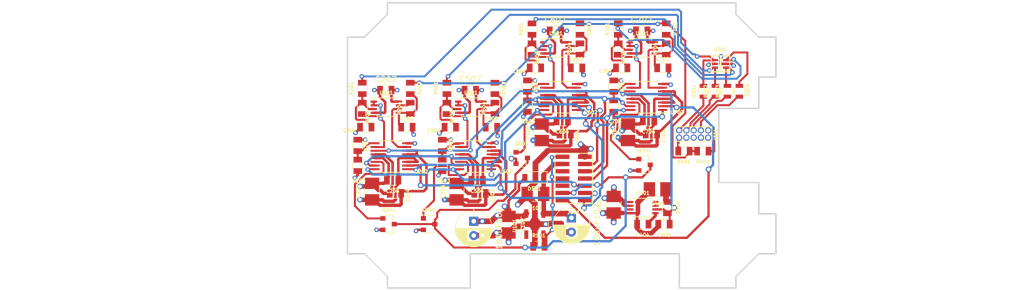
<source format=kicad_pcb>
(kicad_pcb (version 20171130) (host pcbnew "(5.0.0-rc2-dev-70-g2da7199a3)")
  (layers (0 F.Cu signal) (1 In1.Cu signal hide) (2 In2.Cu signal hide) (31 B.Cu signal) (34 B.Paste user) (35 F.Paste user) (36 B.SilkS user) (37 F.SilkS user) (38 B.Mask user) (39 F.Mask user hide) (44 Edge.Cuts user))
  (net 0 "")
  (net 1 /VREF)
  (net 2 +3.3VA)
  (net 3 "Net-(J301-Pad2)")
  (net 4 "Net-(J301-Pad3)")
  (net 5 "Net-(J301-Pad4)")
  (net 6 "Net-(J301-Pad5)")
  (net 7 "Net-(J301-Pad6)")
  (net 8 "Net-(J301-Pad7)")
  (net 9 "Net-(J301-Pad8)")
  (net 10 "Net-(J301-Pad9)")
  (net 11 GND)
  (net 12 "Net-(U401-Pad1)")
  (net 13 "Net-(U401-Pad3)")
  (net 14 "Net-(U401-Pad7)")
  (net 15 "Net-(U401-Pad8)")
  (net 16 /+V_UNREG_SW)
  (net 17 "Net-(U101-Pad1)")
  (net 18 /+3.3V_AN_ENABLE)
  (net 19 "Net-(Q701-Pad1)")
  (net 20 "Net-(Q601-Pad1)")
  (net 21 "Net-(Q501-Pad1)")
  (net 22 "Net-(Q201-Pad1)")
  (net 23 /IN_3)
  (net 24 /IN_2)
  (net 25 /IN_1)
  (net 26 /IN_0)
  (net 27 "Net-(C404-Pad1)")
  (net 28 "Net-(R203-Pad2)")
  (net 29 "Net-(R703-Pad2)")
  (net 30 /BRIDGE_COMP)
  (net 31 "Net-(R503-Pad2)")
  (net 32 "Net-(R603-Pad2)")
  (net 33 /PIO_B_BUSY*)
  (net 34 /SPI_SCLK)
  (net 35 /AN3_CS*)
  (net 36 /SPI_MISO)
  (net 37 /SPI_MOSI)
  (net 38 /AN2_CS*)
  (net 39 /AN1_CS*)
  (net 40 /AN0_CS*)
  (net 41 /I2C_SCK)
  (net 42 /I2C_SDA)
  (net 43 /PIO_A)
  (net 44 "Net-(C701-Pad2)")
  (net 45 "Net-(C702-Pad2)")
  (net 46 "Net-(R704-Pad2)")
  (net 47 "Net-(R604-Pad2)")
  (net 48 "Net-(C602-Pad2)")
  (net 49 "Net-(C601-Pad2)")
  (net 50 "Net-(C501-Pad2)")
  (net 51 "Net-(C502-Pad2)")
  (net 52 "Net-(R504-Pad2)")
  (net 53 "Net-(R204-Pad2)")
  (net 54 "Net-(C202-Pad2)")
  (net 55 "Net-(C201-Pad2)")
  (net 56 "Net-(C203-Pad1)")
  (net 57 "Net-(C703-Pad1)")
  (net 58 "Net-(C603-Pad1)")
  (net 59 "Net-(C503-Pad1)")
  (net 60 "Net-(C405-Pad1)")
  (module paddle:CP_Radial_D6.3mm_P2.50mm (layer F.Cu) (at 39.2 37.7 270)
    (fp_text reference 100uF102 (at 1.25 -4.46 270) (layer F.SilkS))
    (fp_text value CP)
    (pad 2 thru_hole circle (at 2.5 0 270) (size 1.6 1.6) (drill 0.8) (layers *.Cu *.Mask) (net 11 GND))
    (pad 1 thru_hole rect (at 0 0 270) (size 1.6 1.6) (drill 0.8) (layers *.Cu *.Mask) (net 16 /+V_UNREG_SW))
  )
  (module paddle:CP_Radial_D6.3mm_P2.50mm (layer F.Cu) (at 22.1 38.3 270)
    (fp_text reference 100uF101 (at 1.25 -4.46 270) (layer F.SilkS))
    (fp_text value CP)
    (pad 2 thru_hole circle (at 2.5 0 270) (size 1.6 1.6) (drill 0.8) (layers *.Cu *.Mask) (net 11 GND))
    (pad 1 thru_hole rect (at 0 0 270) (size 1.6 1.6) (drill 0.8) (layers *.Cu *.Mask) (net 2 +3.3VA))
  )
  (module paddle:TSSOP-8_3x3mm_Pitch0.65mm (layer F.Cu) (at 51.7 35.9)
    (fp_text reference U401 (at 0 -2.55) (layer F.SilkS) (effects (font (size 0.6 0.6))))
    (fp_text value REF5030)
    (pad 8 smd rect (at 2.2 -0.975) (size 1.1 0.4) (layers F.Cu F.Paste F.Mask) (net 15 "Net-(U401-Pad8)"))
    (pad 7 smd rect (at 2.2 -0.325) (size 1.1 0.4) (layers F.Cu F.Paste F.Mask) (net 14 "Net-(U401-Pad7)"))
    (pad 6 smd rect (at 2.2 0.325) (size 1.1 0.4) (layers F.Cu F.Paste F.Mask) (net 1 /VREF))
    (pad 5 smd rect (at 2.2 0.975) (size 1.1 0.4) (layers F.Cu F.Paste F.Mask) (net 27 "Net-(C404-Pad1)"))
    (pad 4 smd rect (at -2.2 0.975) (size 1.1 0.4) (layers F.Cu F.Paste F.Mask) (net 11 GND))
    (pad 3 smd rect (at -2.2 0.325) (size 1.1 0.4) (layers F.Cu F.Paste F.Mask) (net 13 "Net-(U401-Pad3)"))
    (pad 2 smd rect (at -2.2 -0.325) (size 1.1 0.4) (layers F.Cu F.Paste F.Mask) (net 2 +3.3VA))
    (pad 1 smd rect (at -2.2 -0.975) (size 1.1 0.4) (layers F.Cu F.Paste F.Mask) (net 12 "Net-(U401-Pad1)"))
  )
  (module paddle:TSSOP-8_3x3mm_Pitch0.65mm (layer F.Cu) (at 6.8 18.3)
    (fp_text reference U201 (at 0 -2.55) (layer F.SilkS) (effects (font (size 0.6 0.6))))
    (fp_text value LTC2052)
    (pad 8 smd rect (at 2.2 -0.975) (size 1.1 0.4) (layers F.Cu F.Paste F.Mask) (net 2 +3.3VA))
    (pad 7 smd rect (at 2.2 -0.325) (size 1.1 0.4) (layers F.Cu F.Paste F.Mask) (net 53 "Net-(R204-Pad2)"))
    (pad 6 smd rect (at 2.2 0.325) (size 1.1 0.4) (layers F.Cu F.Paste F.Mask) (net 53 "Net-(R204-Pad2)"))
    (pad 5 smd rect (at 2.2 0.975) (size 1.1 0.4) (layers F.Cu F.Paste F.Mask) (net 54 "Net-(C202-Pad2)"))
    (pad 4 smd rect (at -2.2 0.975) (size 1.1 0.4) (layers F.Cu F.Paste F.Mask) (net 11 GND))
    (pad 3 smd rect (at -2.2 0.325) (size 1.1 0.4) (layers F.Cu F.Paste F.Mask) (net 55 "Net-(C201-Pad2)"))
    (pad 2 smd rect (at -2.2 -0.325) (size 1.1 0.4) (layers F.Cu F.Paste F.Mask) (net 28 "Net-(R203-Pad2)"))
    (pad 1 smd rect (at -2.2 -0.975) (size 1.1 0.4) (layers F.Cu F.Paste F.Mask) (net 28 "Net-(R203-Pad2)"))
  )
  (module paddle:KH_F20_mounting_hole (layer F.Cu) (at 12.5 45)
    (fp_text reference REF** hide)
    (fp_text value hole)
    (pad "" np_thru_hole circle (at 0 0) (size 3 3) (drill 3) (layers *.Cu *.Mask))
  )
  (module paddle:KH_F20_mounting_hole (layer F.Cu) (at 62.5 45)
    (fp_text reference REF** hide)
    (fp_text value hole)
    (pad "" np_thru_hole circle (at 0 0) (size 3 3) (drill 3) (layers *.Cu *.Mask))
  )
  (module paddle:KH_F20_mounting_hole (layer F.Cu) (at 62.5 5)
    (fp_text reference REF** hide)
    (fp_text value hole)
    (pad "" np_thru_hole circle (at 0 0) (size 3 3) (drill 3) (layers *.Cu *.Mask))
  )
  (module paddle:SMD_0805 (layer F.Cu) (at 8.4 33.4 180)
    (fp_text reference C204 (at -2.2 -0.4 270) (layer F.SilkS) (effects (font (size 0.6 0.6))))
    (fp_text value 0.1uF)
    (pad 1 smd rect (at -1 0 180) (size 1 1.5) (layers F.Cu F.Mask) (net 11 GND))
    (pad 2 smd rect (at 1 0 180) (size 1 1.5) (layers F.Cu F.Mask) (net 2 +3.3VA))
  )
  (module paddle:SMD_0805 (layer F.Cu) (at 51.5 4.9)
    (fp_text reference C707 (at 0 -1.9) (layer F.SilkS))
    (fp_text value 0.1uF)
    (pad 2 smd rect (at 1 0) (size 1 1.5) (layers F.Cu F.Mask) (net 2 +3.3VA))
    (pad 1 smd rect (at -1 0) (size 1 1.5) (layers F.Cu F.Mask) (net 11 GND))
  )
  (module paddle:SMD_0805 (layer F.Cu) (at 36.4 4.9)
    (fp_text reference C607 (at 0 -1.9) (layer F.SilkS))
    (fp_text value 0.1uF)
    (pad 1 smd rect (at -1 0) (size 1 1.5) (layers F.Cu F.Mask) (net 11 GND))
    (pad 2 smd rect (at 1 0) (size 1 1.5) (layers F.Cu F.Mask) (net 2 +3.3VA))
  )
  (module paddle:SMD_0805 (layer F.Cu) (at 21.5 15.3)
    (fp_text reference C507 (at 0 -1.9) (layer F.SilkS))
    (fp_text value 0.1uF)
    (pad 2 smd rect (at 1 0) (size 1 1.5) (layers F.Cu F.Mask) (net 2 +3.3VA))
    (pad 1 smd rect (at -1 0) (size 1 1.5) (layers F.Cu F.Mask) (net 11 GND))
  )
  (module paddle:SMD_0805 (layer F.Cu) (at 6.7 15.3)
    (fp_text reference C207 (at 0 -1.9) (layer F.SilkS))
    (fp_text value 0.1uF)
    (pad 1 smd rect (at -1 0) (size 1 1.5) (layers F.Cu F.Mask) (net 11 GND))
    (pad 2 smd rect (at 1 0) (size 1 1.5) (layers F.Cu F.Mask) (net 2 +3.3VA))
  )
  (module paddle:SMD_0805 (layer F.Cu) (at 11 18.5 90)
    (fp_text reference R204 (at 0 -1.9 90) (layer F.SilkS) (effects (font (size 0.6 0.6))))
    (fp_text value DNP)
    (pad 1 smd rect (at -1 0 90) (size 1 1.5) (layers F.Cu F.Mask) (net 54 "Net-(C202-Pad2)"))
    (pad 2 smd rect (at 1 0 90) (size 1 1.5) (layers F.Cu F.Mask) (net 53 "Net-(R204-Pad2)"))
  )
  (module paddle:SMD_0805 (layer F.Cu) (at 1.8 25 270)
    (fp_text reference R205 (at -0.1 -1.5 270) (layer F.SilkS) (effects (font (size 0.6 0.6))))
    (fp_text value 10.0k)
    (pad 1 smd rect (at -1 0 270) (size 1 1.5) (layers F.Cu F.Mask) (net 2 +3.3VA))
    (pad 2 smd rect (at 1 0 270) (size 1 1.5) (layers F.Cu F.Mask) (net 56 "Net-(C203-Pad1)"))
  )
  (module paddle:SMD_0805 (layer F.Cu) (at 22.7 31.1 180)
    (fp_text reference C506 (at 0 -1.9 180) (layer F.SilkS) (effects (font (size 0.6 0.6))))
    (fp_text value 0.1uF)
    (pad 1 smd rect (at -1 0 180) (size 1 1.5) (layers F.Cu F.Mask) (net 11 GND))
    (pad 2 smd rect (at 1 0 180) (size 1 1.5) (layers F.Cu F.Mask) (net 2 +3.3VA))
  )
  (module paddle:SMD_0805 (layer F.Cu) (at 52.7 20.7 180)
    (fp_text reference C706 (at 0 -1.9 180) (layer F.SilkS) (effects (font (size 0.6 0.6))))
    (fp_text value 0.1uF)
    (pad 2 smd rect (at 1 0 180) (size 1 1.5) (layers F.Cu F.Mask) (net 2 +3.3VA))
    (pad 1 smd rect (at -1 0 180) (size 1 1.5) (layers F.Cu F.Mask) (net 11 GND))
  )
  (module paddle:SMD_0805 (layer F.Cu) (at 55.2 11.4 180)
    (fp_text reference C702 (at 0 1.5 180) (layer F.SilkS) (effects (font (size 0.6 0.6))))
    (fp_text value 100pF)
    (pad 1 smd rect (at -1 0 180) (size 1 1.5) (layers F.Cu F.Mask) (net 11 GND))
    (pad 2 smd rect (at 1 0 180) (size 1 1.5) (layers F.Cu F.Mask) (net 45 "Net-(C702-Pad2)"))
  )
  (module paddle:SMD_0805 (layer F.Cu) (at 37.6 20.7 180)
    (fp_text reference C606 (at 0 -1.9 180) (layer F.SilkS) (effects (font (size 0.6 0.6))))
    (fp_text value 0.1uF)
    (pad 2 smd rect (at 1 0 180) (size 1 1.5) (layers F.Cu F.Mask) (net 2 +3.3VA))
    (pad 1 smd rect (at -1 0 180) (size 1 1.5) (layers F.Cu F.Mask) (net 11 GND))
  )
  (module paddle:SMD_0805 (layer F.Cu) (at 40.1 11.4 180)
    (fp_text reference C602 (at 0 1.5 180) (layer F.SilkS) (effects (font (size 0.6 0.6))))
    (fp_text value 100pF)
    (pad 1 smd rect (at -1 0 180) (size 1 1.5) (layers F.Cu F.Mask) (net 11 GND))
    (pad 2 smd rect (at 1 0 180) (size 1 1.5) (layers F.Cu F.Mask) (net 48 "Net-(C602-Pad2)"))
  )
  (module paddle:SMD_0805 (layer F.Cu) (at 25.2 21.8 180)
    (fp_text reference C502 (at 0 1.5 180) (layer F.SilkS) (effects (font (size 0.6 0.6))))
    (fp_text value 100pF)
    (pad 2 smd rect (at 1 0 180) (size 1 1.5) (layers F.Cu F.Mask) (net 51 "Net-(C502-Pad2)"))
    (pad 1 smd rect (at -1 0 180) (size 1 1.5) (layers F.Cu F.Mask) (net 11 GND))
  )
  (module paddle:SMD_0805 (layer F.Cu) (at 55.8 8.1 90)
    (fp_text reference R704 (at 0 -1.9 90) (layer F.SilkS) (effects (font (size 0.6 0.6))))
    (fp_text value DNP)
    (pad 1 smd rect (at -1 0 90) (size 1 1.5) (layers F.Cu F.Mask) (net 45 "Net-(C702-Pad2)"))
    (pad 2 smd rect (at 1 0 90) (size 1 1.5) (layers F.Cu F.Mask) (net 46 "Net-(R704-Pad2)"))
  )
  (module paddle:SMD_0805 (layer F.Cu) (at 46.6 14.6 270)
    (fp_text reference R705 (at -0.1 -1.5 270) (layer F.SilkS) (effects (font (size 0.6 0.6))))
    (fp_text value 10.0k)
    (pad 2 smd rect (at 1 0 270) (size 1 1.5) (layers F.Cu F.Mask) (net 57 "Net-(C703-Pad1)"))
    (pad 1 smd rect (at -1 0 270) (size 1 1.5) (layers F.Cu F.Mask) (net 2 +3.3VA))
  )
  (module paddle:SMD_0805 (layer F.Cu) (at 51.7 38.8 180)
    (fp_text reference C404 (at 0 -1.9 180) (layer F.SilkS) (effects (font (size 0.6 0.6))))
    (fp_text value 1uF)
    (pad 1 smd rect (at -1 0 180) (size 1 1.5) (layers F.Cu F.Mask) (net 27 "Net-(C404-Pad1)"))
    (pad 2 smd rect (at 1 0 180) (size 1 1.5) (layers F.Cu F.Mask) (net 11 GND))
  )
  (module paddle:SMD_0805 (layer F.Cu) (at 7.9 31.1 180)
    (fp_text reference C206 (at 0 -1.9 180) (layer F.SilkS) (effects (font (size 0.6 0.6))))
    (fp_text value 0.1uF)
    (pad 2 smd rect (at 1 0 180) (size 1 1.5) (layers F.Cu F.Mask) (net 2 +3.3VA))
    (pad 1 smd rect (at -1 0 180) (size 1 1.5) (layers F.Cu F.Mask) (net 11 GND))
  )
  (module paddle:SMD_0805 (layer F.Cu) (at 25.8 18.5 90)
    (fp_text reference R504 (at 0 -1.9 90) (layer F.SilkS) (effects (font (size 0.6 0.6))))
    (fp_text value DNP)
    (pad 1 smd rect (at -1 0 90) (size 1 1.5) (layers F.Cu F.Mask) (net 51 "Net-(C502-Pad2)"))
    (pad 2 smd rect (at 1 0 90) (size 1 1.5) (layers F.Cu F.Mask) (net 52 "Net-(R504-Pad2)"))
  )
  (module paddle:SMD_0805 (layer F.Cu) (at 16.6 25 270)
    (fp_text reference R505 (at -0.1 -1.5 270) (layer F.SilkS) (effects (font (size 0.6 0.6))))
    (fp_text value 10.0k)
    (pad 2 smd rect (at 1 0 270) (size 1 1.5) (layers F.Cu F.Mask) (net 59 "Net-(C503-Pad1)"))
    (pad 1 smd rect (at -1 0 270) (size 1 1.5) (layers F.Cu F.Mask) (net 2 +3.3VA))
  )
  (module paddle:SMD_0805 (layer F.Cu) (at 40.7 8.1 90)
    (fp_text reference R604 (at 0 -1.9 90) (layer F.SilkS) (effects (font (size 0.6 0.6))))
    (fp_text value DNP)
    (pad 1 smd rect (at -1 0 90) (size 1 1.5) (layers F.Cu F.Mask) (net 48 "Net-(C602-Pad2)"))
    (pad 2 smd rect (at 1 0 90) (size 1 1.5) (layers F.Cu F.Mask) (net 47 "Net-(R604-Pad2)"))
  )
  (module paddle:SMD_0805 (layer F.Cu) (at 31.5 14.6 270)
    (fp_text reference R605 (at -0.1 -1.5 270) (layer F.SilkS) (effects (font (size 0.6 0.6))))
    (fp_text value 10.0k)
    (pad 2 smd rect (at 1 0 270) (size 1 1.5) (layers F.Cu F.Mask) (net 58 "Net-(C603-Pad1)"))
    (pad 1 smd rect (at -1 0 270) (size 1 1.5) (layers F.Cu F.Mask) (net 2 +3.3VA))
  )
  (module paddle:SMD_0805 (layer F.Cu) (at 10.4 21.8 180)
    (fp_text reference C202 (at 0 1.5 180) (layer F.SilkS) (effects (font (size 0.6 0.6))))
    (fp_text value 100pF)
    (pad 1 smd rect (at -1 0 180) (size 1 1.5) (layers F.Cu F.Mask) (net 11 GND))
    (pad 2 smd rect (at 1 0 180) (size 1 1.5) (layers F.Cu F.Mask) (net 54 "Net-(C202-Pad2)"))
  )
  (module paddle:SMD_1206 (layer F.Cu) (at 19.1 33.1 270)
    (fp_text reference C505 (at 0 2.4 270) (layer F.SilkS) (effects (font (size 0.6 0.6))))
    (fp_text value 10uF)
    (pad 1 smd rect (at -1.45 0 270) (size 2 2.5) (layers F.Cu F.Mask) (net 2 +3.3VA))
    (pad 2 smd rect (at 1.45 0 270) (size 2 2.5) (layers F.Cu F.Mask) (net 11 GND))
  )
  (module paddle:SMD_1206 (layer F.Cu) (at 4.3 33.1 270)
    (fp_text reference C205 (at 0 2.4 270) (layer F.SilkS) (effects (font (size 0.6 0.6))))
    (fp_text value 10uF)
    (pad 2 smd rect (at 1.45 0 270) (size 2 2.5) (layers F.Cu F.Mask) (net 11 GND))
    (pad 1 smd rect (at -1.45 0 270) (size 2 2.5) (layers F.Cu F.Mask) (net 2 +3.3VA))
  )
  (module paddle:SMD_1206 (layer F.Cu) (at 54.3 32.7 180)
    (fp_text reference C405 (at 0 -2.5 180) (layer F.SilkS) (effects (font (size 0.6 0.6))))
    (fp_text value 10uF)
    (pad 1 smd rect (at -1.45 0 180) (size 2 2.5) (layers F.Cu F.Mask) (net 60 "Net-(C405-Pad1)"))
    (pad 2 smd rect (at 1.45 0 180) (size 2 2.5) (layers F.Cu F.Mask) (net 11 GND))
  )
  (module paddle:SMD_1206 (layer F.Cu) (at 34 22.7 270)
    (fp_text reference C605 (at 0 2.4 270) (layer F.SilkS) (effects (font (size 0.6 0.6))))
    (fp_text value 10uF)
    (pad 2 smd rect (at 1.45 0 270) (size 2 2.5) (layers F.Cu F.Mask) (net 11 GND))
    (pad 1 smd rect (at -1.45 0 270) (size 2 2.5) (layers F.Cu F.Mask) (net 2 +3.3VA))
  )
  (module paddle:SMD_1206 (layer F.Cu) (at 49.1 22.7 270)
    (fp_text reference C705 (at 0 2.4 270) (layer F.SilkS) (effects (font (size 0.6 0.6))))
    (fp_text value 10uF)
    (pad 1 smd rect (at -1.45 0 270) (size 2 2.5) (layers F.Cu F.Mask) (net 2 +3.3VA))
    (pad 2 smd rect (at 1.45 0 270) (size 2 2.5) (layers F.Cu F.Mask) (net 11 GND))
  )
  (module paddle:TSSOP-16-1EP_4.4x5mm_Pitch0.65mm (layer F.Cu) (at 22.4 26.9 180)
    (fp_text reference U502 (at -5.3 -2.7 180) (layer F.SilkS) (effects (font (size 0.6 0.6))))
    (fp_text value ADS1220)
    (pad 16 smd rect (at 2.775 -2.275 180) (size 1.6 0.35) (layers F.Cu F.Paste F.Mask) (net 37 /SPI_MOSI))
    (pad 15 smd rect (at 2.775 -1.625 180) (size 1.6 0.35) (layers F.Cu F.Paste F.Mask) (net 36 /SPI_MISO))
    (pad 14 smd rect (at 2.775 -0.975 180) (size 1.6 0.35) (layers F.Cu F.Paste F.Mask) (net 21 "Net-(Q501-Pad1)"))
    (pad 13 smd rect (at 2.775 -0.325 180) (size 1.6 0.35) (layers F.Cu F.Paste F.Mask) (net 2 +3.3VA))
    (pad 12 smd rect (at 2.775 0.325 180) (size 1.6 0.35) (layers F.Cu F.Paste F.Mask) (net 2 +3.3VA))
    (pad 11 smd rect (at 2.775 0.975 180) (size 1.6 0.35) (layers F.Cu F.Paste F.Mask) (net 1 /VREF))
    (pad 10 smd rect (at 2.775 1.625 180) (size 1.6 0.35) (layers F.Cu F.Paste F.Mask) (net 31 "Net-(R503-Pad2)"))
    (pad 9 smd rect (at 2.775 2.275 180) (size 1.6 0.35) (layers F.Cu F.Paste F.Mask) (net 59 "Net-(C503-Pad1)"))
    (pad 8 smd rect (at -2.775 2.275 180) (size 1.6 0.35) (layers F.Cu F.Paste F.Mask) (net 11 GND))
    (pad 7 smd rect (at -2.775 1.625 180) (size 1.6 0.35) (layers F.Cu F.Paste F.Mask) (net 52 "Net-(R504-Pad2)"))
    (pad 6 smd rect (at -2.775 0.975 180) (size 1.6 0.35) (layers F.Cu F.Paste F.Mask) (net 11 GND))
    (pad 5 smd rect (at -2.775 0.325 180) (size 1.6 0.35) (layers F.Cu F.Paste F.Mask) (net 11 GND))
    (pad 4 smd rect (at -2.775 -0.325 180) (size 1.6 0.35) (layers F.Cu F.Paste F.Mask) (net 11 GND))
    (pad 3 smd rect (at -2.775 -0.975 180) (size 1.6 0.35) (layers F.Cu F.Paste F.Mask) (net 11 GND))
    (pad 2 smd rect (at -2.775 -1.625 180) (size 1.6 0.35) (layers F.Cu F.Paste F.Mask) (net 39 /AN1_CS*))
    (pad 1 smd rect (at -2.775 -2.275 180) (size 1.6 0.35) (layers F.Cu F.Paste F.Mask) (net 34 /SPI_SCLK))
  )
  (module paddle:TSSOP-16-1EP_4.4x5mm_Pitch0.65mm (layer F.Cu) (at 37.3 16.5 180)
    (fp_text reference U602 (at -5.3 -2.7 180) (layer F.SilkS) (effects (font (size 0.6 0.6))))
    (fp_text value ADS1220)
    (pad 1 smd rect (at -2.775 -2.275 180) (size 1.6 0.35) (layers F.Cu F.Paste F.Mask) (net 34 /SPI_SCLK))
    (pad 2 smd rect (at -2.775 -1.625 180) (size 1.6 0.35) (layers F.Cu F.Paste F.Mask) (net 38 /AN2_CS*))
    (pad 3 smd rect (at -2.775 -0.975 180) (size 1.6 0.35) (layers F.Cu F.Paste F.Mask) (net 11 GND))
    (pad 4 smd rect (at -2.775 -0.325 180) (size 1.6 0.35) (layers F.Cu F.Paste F.Mask) (net 11 GND))
    (pad 5 smd rect (at -2.775 0.325 180) (size 1.6 0.35) (layers F.Cu F.Paste F.Mask) (net 11 GND))
    (pad 6 smd rect (at -2.775 0.975 180) (size 1.6 0.35) (layers F.Cu F.Paste F.Mask) (net 11 GND))
    (pad 7 smd rect (at -2.775 1.625 180) (size 1.6 0.35) (layers F.Cu F.Paste F.Mask) (net 47 "Net-(R604-Pad2)"))
    (pad 8 smd rect (at -2.775 2.275 180) (size 1.6 0.35) (layers F.Cu F.Paste F.Mask) (net 11 GND))
    (pad 9 smd rect (at 2.775 2.275 180) (size 1.6 0.35) (layers F.Cu F.Paste F.Mask) (net 58 "Net-(C603-Pad1)"))
    (pad 10 smd rect (at 2.775 1.625 180) (size 1.6 0.35) (layers F.Cu F.Paste F.Mask) (net 32 "Net-(R603-Pad2)"))
    (pad 11 smd rect (at 2.775 0.975 180) (size 1.6 0.35) (layers F.Cu F.Paste F.Mask) (net 1 /VREF))
    (pad 12 smd rect (at 2.775 0.325 180) (size 1.6 0.35) (layers F.Cu F.Paste F.Mask) (net 2 +3.3VA))
    (pad 13 smd rect (at 2.775 -0.325 180) (size 1.6 0.35) (layers F.Cu F.Paste F.Mask) (net 2 +3.3VA))
    (pad 14 smd rect (at 2.775 -0.975 180) (size 1.6 0.35) (layers F.Cu F.Paste F.Mask) (net 20 "Net-(Q601-Pad1)"))
    (pad 15 smd rect (at 2.775 -1.625 180) (size 1.6 0.35) (layers F.Cu F.Paste F.Mask) (net 36 /SPI_MISO))
    (pad 16 smd rect (at 2.775 -2.275 180) (size 1.6 0.35) (layers F.Cu F.Paste F.Mask) (net 37 /SPI_MOSI))
  )
  (module paddle:TSSOP-16-1EP_4.4x5mm_Pitch0.65mm (layer F.Cu) (at 52.4 16.5 180)
    (fp_text reference U702 (at -5.3 -2.7 180) (layer F.SilkS) (effects (font (size 0.6 0.6))))
    (fp_text value ADS1220)
    (pad 16 smd rect (at 2.775 -2.275 180) (size 1.6 0.35) (layers F.Cu F.Paste F.Mask) (net 37 /SPI_MOSI))
    (pad 15 smd rect (at 2.775 -1.625 180) (size 1.6 0.35) (layers F.Cu F.Paste F.Mask) (net 36 /SPI_MISO))
    (pad 14 smd rect (at 2.775 -0.975 180) (size 1.6 0.35) (layers F.Cu F.Paste F.Mask) (net 19 "Net-(Q701-Pad1)"))
    (pad 13 smd rect (at 2.775 -0.325 180) (size 1.6 0.35) (layers F.Cu F.Paste F.Mask) (net 2 +3.3VA))
    (pad 12 smd rect (at 2.775 0.325 180) (size 1.6 0.35) (layers F.Cu F.Paste F.Mask) (net 2 +3.3VA))
    (pad 11 smd rect (at 2.775 0.975 180) (size 1.6 0.35) (layers F.Cu F.Paste F.Mask) (net 1 /VREF))
    (pad 10 smd rect (at 2.775 1.625 180) (size 1.6 0.35) (layers F.Cu F.Paste F.Mask) (net 29 "Net-(R703-Pad2)"))
    (pad 9 smd rect (at 2.775 2.275 180) (size 1.6 0.35) (layers F.Cu F.Paste F.Mask) (net 57 "Net-(C703-Pad1)"))
    (pad 8 smd rect (at -2.775 2.275 180) (size 1.6 0.35) (layers F.Cu F.Paste F.Mask) (net 11 GND))
    (pad 7 smd rect (at -2.775 1.625 180) (size 1.6 0.35) (layers F.Cu F.Paste F.Mask) (net 46 "Net-(R704-Pad2)"))
    (pad 6 smd rect (at -2.775 0.975 180) (size 1.6 0.35) (layers F.Cu F.Paste F.Mask) (net 11 GND))
    (pad 5 smd rect (at -2.775 0.325 180) (size 1.6 0.35) (layers F.Cu F.Paste F.Mask) (net 11 GND))
    (pad 4 smd rect (at -2.775 -0.325 180) (size 1.6 0.35) (layers F.Cu F.Paste F.Mask) (net 11 GND))
    (pad 3 smd rect (at -2.775 -0.975 180) (size 1.6 0.35) (layers F.Cu F.Paste F.Mask) (net 11 GND))
    (pad 2 smd rect (at -2.775 -1.625 180) (size 1.6 0.35) (layers F.Cu F.Paste F.Mask) (net 35 /AN3_CS*))
    (pad 1 smd rect (at -2.775 -2.275 180) (size 1.6 0.35) (layers F.Cu F.Paste F.Mask) (net 34 /SPI_SCLK))
  )
  (module paddle:TSSOP-16-1EP_4.4x5mm_Pitch0.65mm (layer F.Cu) (at 7.6 26.9 180)
    (fp_text reference U202 (at -5.3 -2.7 180) (layer F.SilkS) (effects (font (size 0.6 0.6))))
    (fp_text value ADS1220)
    (pad 1 smd rect (at -2.775 -2.275 180) (size 1.6 0.35) (layers F.Cu F.Paste F.Mask) (net 34 /SPI_SCLK))
    (pad 2 smd rect (at -2.775 -1.625 180) (size 1.6 0.35) (layers F.Cu F.Paste F.Mask) (net 40 /AN0_CS*))
    (pad 3 smd rect (at -2.775 -0.975 180) (size 1.6 0.35) (layers F.Cu F.Paste F.Mask) (net 11 GND))
    (pad 4 smd rect (at -2.775 -0.325 180) (size 1.6 0.35) (layers F.Cu F.Paste F.Mask) (net 11 GND))
    (pad 5 smd rect (at -2.775 0.325 180) (size 1.6 0.35) (layers F.Cu F.Paste F.Mask) (net 11 GND))
    (pad 6 smd rect (at -2.775 0.975 180) (size 1.6 0.35) (layers F.Cu F.Paste F.Mask) (net 11 GND))
    (pad 7 smd rect (at -2.775 1.625 180) (size 1.6 0.35) (layers F.Cu F.Paste F.Mask) (net 53 "Net-(R204-Pad2)"))
    (pad 8 smd rect (at -2.775 2.275 180) (size 1.6 0.35) (layers F.Cu F.Paste F.Mask) (net 11 GND))
    (pad 9 smd rect (at 2.775 2.275 180) (size 1.6 0.35) (layers F.Cu F.Paste F.Mask) (net 56 "Net-(C203-Pad1)"))
    (pad 10 smd rect (at 2.775 1.625 180) (size 1.6 0.35) (layers F.Cu F.Paste F.Mask) (net 28 "Net-(R203-Pad2)"))
    (pad 11 smd rect (at 2.775 0.975 180) (size 1.6 0.35) (layers F.Cu F.Paste F.Mask) (net 1 /VREF))
    (pad 12 smd rect (at 2.775 0.325 180) (size 1.6 0.35) (layers F.Cu F.Paste F.Mask) (net 2 +3.3VA))
    (pad 13 smd rect (at 2.775 -0.325 180) (size 1.6 0.35) (layers F.Cu F.Paste F.Mask) (net 2 +3.3VA))
    (pad 14 smd rect (at 2.775 -0.975 180) (size 1.6 0.35) (layers F.Cu F.Paste F.Mask) (net 22 "Net-(Q201-Pad1)"))
    (pad 15 smd rect (at 2.775 -1.625 180) (size 1.6 0.35) (layers F.Cu F.Paste F.Mask) (net 36 /SPI_MISO))
    (pad 16 smd rect (at 2.775 -2.275 180) (size 1.6 0.35) (layers F.Cu F.Paste F.Mask) (net 37 /SPI_MOSI))
  )
  (module paddle:TSSOP-8_3x3mm_Pitch0.65mm (layer F.Cu) (at 21.6 18.3)
    (fp_text reference U501 (at 0 -2.55) (layer F.SilkS) (effects (font (size 0.6 0.6))))
    (fp_text value LTC2052)
    (pad 1 smd rect (at -2.2 -0.975) (size 1.1 0.4) (layers F.Cu F.Paste F.Mask) (net 31 "Net-(R503-Pad2)"))
    (pad 2 smd rect (at -2.2 -0.325) (size 1.1 0.4) (layers F.Cu F.Paste F.Mask) (net 31 "Net-(R503-Pad2)"))
    (pad 3 smd rect (at -2.2 0.325) (size 1.1 0.4) (layers F.Cu F.Paste F.Mask) (net 50 "Net-(C501-Pad2)"))
    (pad 4 smd rect (at -2.2 0.975) (size 1.1 0.4) (layers F.Cu F.Paste F.Mask) (net 11 GND))
    (pad 5 smd rect (at 2.2 0.975) (size 1.1 0.4) (layers F.Cu F.Paste F.Mask) (net 51 "Net-(C502-Pad2)"))
    (pad 6 smd rect (at 2.2 0.325) (size 1.1 0.4) (layers F.Cu F.Paste F.Mask) (net 52 "Net-(R504-Pad2)"))
    (pad 7 smd rect (at 2.2 -0.325) (size 1.1 0.4) (layers F.Cu F.Paste F.Mask) (net 52 "Net-(R504-Pad2)"))
    (pad 8 smd rect (at 2.2 -0.975) (size 1.1 0.4) (layers F.Cu F.Paste F.Mask) (net 2 +3.3VA))
  )
  (module paddle:TSSOP-8_3x3mm_Pitch0.65mm (layer F.Cu) (at 36.5 7.9)
    (fp_text reference U601 (at 0 -2.55) (layer F.SilkS) (effects (font (size 0.6 0.6))))
    (fp_text value LTC2052)
    (pad 8 smd rect (at 2.2 -0.975) (size 1.1 0.4) (layers F.Cu F.Paste F.Mask) (net 2 +3.3VA))
    (pad 7 smd rect (at 2.2 -0.325) (size 1.1 0.4) (layers F.Cu F.Paste F.Mask) (net 47 "Net-(R604-Pad2)"))
    (pad 6 smd rect (at 2.2 0.325) (size 1.1 0.4) (layers F.Cu F.Paste F.Mask) (net 47 "Net-(R604-Pad2)"))
    (pad 5 smd rect (at 2.2 0.975) (size 1.1 0.4) (layers F.Cu F.Paste F.Mask) (net 48 "Net-(C602-Pad2)"))
    (pad 4 smd rect (at -2.2 0.975) (size 1.1 0.4) (layers F.Cu F.Paste F.Mask) (net 11 GND))
    (pad 3 smd rect (at -2.2 0.325) (size 1.1 0.4) (layers F.Cu F.Paste F.Mask) (net 49 "Net-(C601-Pad2)"))
    (pad 2 smd rect (at -2.2 -0.325) (size 1.1 0.4) (layers F.Cu F.Paste F.Mask) (net 32 "Net-(R603-Pad2)"))
    (pad 1 smd rect (at -2.2 -0.975) (size 1.1 0.4) (layers F.Cu F.Paste F.Mask) (net 32 "Net-(R603-Pad2)"))
  )
  (module paddle:TSSOP-8_3x3mm_Pitch0.65mm (layer F.Cu) (at 51.6 7.9)
    (fp_text reference U701 (at 0 -2.55) (layer F.SilkS) (effects (font (size 0.6 0.6))))
    (fp_text value LTC2052)
    (pad 1 smd rect (at -2.2 -0.975) (size 1.1 0.4) (layers F.Cu F.Paste F.Mask) (net 29 "Net-(R703-Pad2)"))
    (pad 2 smd rect (at -2.2 -0.325) (size 1.1 0.4) (layers F.Cu F.Paste F.Mask) (net 29 "Net-(R703-Pad2)"))
    (pad 3 smd rect (at -2.2 0.325) (size 1.1 0.4) (layers F.Cu F.Paste F.Mask) (net 44 "Net-(C701-Pad2)"))
    (pad 4 smd rect (at -2.2 0.975) (size 1.1 0.4) (layers F.Cu F.Paste F.Mask) (net 11 GND))
    (pad 5 smd rect (at 2.2 0.975) (size 1.1 0.4) (layers F.Cu F.Paste F.Mask) (net 45 "Net-(C702-Pad2)"))
    (pad 6 smd rect (at 2.2 0.325) (size 1.1 0.4) (layers F.Cu F.Paste F.Mask) (net 46 "Net-(R704-Pad2)"))
    (pad 7 smd rect (at 2.2 -0.325) (size 1.1 0.4) (layers F.Cu F.Paste F.Mask) (net 46 "Net-(R704-Pad2)"))
    (pad 8 smd rect (at 2.2 -0.975) (size 1.1 0.4) (layers F.Cu F.Paste F.Mask) (net 2 +3.3VA))
  )
  (module paddle:conn_FCI_14_NH (layer F.Cu) (at 39.6 30.8 90)
    (fp_text reference J101 (at -5.89 0 180) (layer F.SilkS) (effects (font (size 0.6 0.6))))
    (fp_text value "FCI 20021221-00014T4LF")
    (pad 13 smd rect (at 3.81 1.95 90) (size 0.76 2.4) (layers F.Cu F.Paste F.Mask) (net 11 GND))
    (pad 14 smd rect (at 3.81 -1.95 90) (size 0.76 2.4) (layers F.Cu F.Paste F.Mask) (net 18 /+3.3V_AN_ENABLE))
    (pad 11 smd rect (at 2.54 1.95 90) (size 0.76 2.4) (layers F.Cu F.Paste F.Mask) (net 34 /SPI_SCLK))
    (pad 12 smd rect (at 2.54 -1.95 90) (size 0.76 2.4) (layers F.Cu F.Paste F.Mask) (net 16 /+V_UNREG_SW))
    (pad 9 smd rect (at 1.27 1.95 90) (size 0.76 2.4) (layers F.Cu F.Paste F.Mask) (net 36 /SPI_MISO))
    (pad 10 smd rect (at 1.27 -1.95 90) (size 0.76 2.4) (layers F.Cu F.Paste F.Mask) (net 43 /PIO_A))
    (pad 7 smd rect (at 0 1.95 90) (size 0.76 2.4) (layers F.Cu F.Paste F.Mask) (net 37 /SPI_MOSI))
    (pad 8 smd rect (at 0 -1.95 90) (size 0.76 2.4) (layers F.Cu F.Paste F.Mask) (net 42 /I2C_SDA))
    (pad 5 smd rect (at -1.27 1.95 90) (size 0.76 2.4) (layers F.Cu F.Paste F.Mask) (net 40 /AN0_CS*))
    (pad 6 smd rect (at -1.27 -1.95 90) (size 0.76 2.4) (layers F.Cu F.Paste F.Mask) (net 41 /I2C_SCK))
    (pad 3 smd rect (at -2.54 1.95 90) (size 0.76 2.4) (layers F.Cu F.Paste F.Mask) (net 39 /AN1_CS*))
    (pad 4 smd rect (at -2.54 -1.95 90) (size 0.76 2.4) (layers F.Cu F.Paste F.Mask) (net 33 /PIO_B_BUSY*))
    (pad 1 smd rect (at -3.81 1.95 90) (size 0.76 2.4) (layers F.Cu F.Paste F.Mask) (net 38 /AN2_CS*))
    (pad 2 smd rect (at -3.81 -1.95 90) (size 0.76 2.4) (layers F.Cu F.Paste F.Mask) (net 35 /AN3_CS*))
  )
  (module D_SOD-123 (layer F.Cu) (at 32.7 30.6 180)
    (fp_text reference D101 (at 0 -2 180) (layer F.SilkS) (effects (font (size 0.6 0.6))))
    (fp_text value SS24FL)
    (pad 1 smd rect (at -1.65 0 180) (size 0.9 1.2) (layers F.Cu F.Paste F.Mask) (net 16 /+V_UNREG_SW))
    (pad 2 smd rect (at 1.65 0 180) (size 0.9 1.2) (layers F.Cu F.Paste F.Mask) (net 2 +3.3VA))
  )
  (module paddle:R_0805 (layer F.Cu) (at 66.5 15.5 90)
    (fp_text reference R303 (at 0 -1.65 90) (layer F.SilkS) (effects (font (size 0.6 0.6))))
    (fp_text value "10.0k 0.1%")
    (pad 1 smd rect (at -0.95 0 90) (size 0.7 1.3) (layers F.Cu F.Mask) (net 7 "Net-(J301-Pad6)"))
    (pad 2 smd rect (at 0.95 0 90) (size 0.7 1.3) (layers F.Cu F.Mask) (net 24 /IN_2))
  )
  (module paddle:R_0805 (layer F.Cu) (at 62.3 15.5 90)
    (fp_text reference R301 (at 0 -1.65 90) (layer F.SilkS) (effects (font (size 0.6 0.6))))
    (fp_text value "10.0k 0.1%")
    (pad 2 smd rect (at 0.95 0 90) (size 0.7 1.3) (layers F.Cu F.Mask) (net 26 /IN_0))
    (pad 1 smd rect (at -0.95 0 90) (size 0.7 1.3) (layers F.Cu F.Mask) (net 3 "Net-(J301-Pad2)"))
  )
  (module paddle:R_0805 (layer F.Cu) (at 64.4 15.5 90)
    (fp_text reference R302 (at 0 -1.65 90) (layer F.SilkS) (effects (font (size 0.6 0.6))))
    (fp_text value "10.0k 0.1%")
    (pad 1 smd rect (at -0.95 0 90) (size 0.7 1.3) (layers F.Cu F.Mask) (net 5 "Net-(J301-Pad4)"))
    (pad 2 smd rect (at 0.95 0 90) (size 0.7 1.3) (layers F.Cu F.Mask) (net 25 /IN_1))
  )
  (module paddle:R_0805 (layer F.Cu) (at 68.6 15.5 90)
    (fp_text reference R304 (at 0.2 1.5 90) (layer F.SilkS) (effects (font (size 0.6 0.6))))
    (fp_text value "10.0k 0.1%")
    (pad 2 smd rect (at 0.95 0 90) (size 0.7 1.3) (layers F.Cu F.Mask) (net 23 /IN_3))
    (pad 1 smd rect (at -0.95 0 90) (size 0.7 1.3) (layers F.Cu F.Mask) (net 9 "Net-(J301-Pad8)"))
  )
  (module paddle:SMD_0805 (layer F.Cu) (at 31.5 18.1 270)
    (fp_text reference C603 (at 2.7 -0.2) (layer F.SilkS) (effects (font (size 0.6 0.6))))
    (fp_text value 100pF)
    (pad 2 smd rect (at 1 0 270) (size 1 1.5) (layers F.Cu F.Mask) (net 11 GND))
    (pad 1 smd rect (at -1 0 270) (size 1 1.5) (layers F.Cu F.Mask) (net 58 "Net-(C603-Pad1)"))
  )
  (module paddle:SMD_0805 (layer F.Cu) (at 3.2 21.8)
    (fp_text reference C201 (at -2.8 0.6) (layer F.SilkS) (effects (font (size 0.6 0.6))))
    (fp_text value 100pF)
    (pad 2 smd rect (at 1 0) (size 1 1.5) (layers F.Cu F.Mask) (net 55 "Net-(C201-Pad2)"))
    (pad 1 smd rect (at -1 0) (size 1 1.5) (layers F.Cu F.Mask) (net 11 GND))
  )
  (module paddle:SMD_0805 (layer F.Cu) (at 53.2 23 180)
    (fp_text reference C704 (at -2.2 -0.4 270) (layer F.SilkS) (effects (font (size 0.6 0.6))))
    (fp_text value 0.1uF)
    (pad 2 smd rect (at 1 0 180) (size 1 1.5) (layers F.Cu F.Mask) (net 2 +3.3VA))
    (pad 1 smd rect (at -1 0 180) (size 1 1.5) (layers F.Cu F.Mask) (net 11 GND))
  )
  (module paddle:SMD_0805 (layer F.Cu) (at 46.6 18.1 270)
    (fp_text reference C703 (at 2.7 -0.2) (layer F.SilkS) (effects (font (size 0.6 0.6))))
    (fp_text value 100pF)
    (pad 1 smd rect (at -1 0 270) (size 1 1.5) (layers F.Cu F.Mask) (net 57 "Net-(C703-Pad1)"))
    (pad 2 smd rect (at 1 0 270) (size 1 1.5) (layers F.Cu F.Mask) (net 11 GND))
  )
  (module paddle:SMD_0805 (layer F.Cu) (at 33.5 42.7)
    (fp_text reference R101 (at 0 -1.9) (layer F.SilkS) (effects (font (size 0.6 0.6))))
    (fp_text value 100k)
    (pad 2 smd rect (at 1 0) (size 1 1.5) (layers F.Cu F.Mask) (net 18 /+3.3V_AN_ENABLE))
    (pad 1 smd rect (at -1 0) (size 1 1.5) (layers F.Cu F.Mask) (net 11 GND))
  )
  (module paddle:SMD_0805 (layer F.Cu) (at 38.1 23 180)
    (fp_text reference C604 (at -2.2 -0.4 270) (layer F.SilkS) (effects (font (size 0.6 0.6))))
    (fp_text value 0.1uF)
    (pad 2 smd rect (at 1 0 180) (size 1 1.5) (layers F.Cu F.Mask) (net 2 +3.3VA))
    (pad 1 smd rect (at -1 0 180) (size 1 1.5) (layers F.Cu F.Mask) (net 11 GND))
  )
  (module paddle:SMD_0805 (layer F.Cu) (at 32.9 11.4)
    (fp_text reference C601 (at -2.8 0.6) (layer F.SilkS) (effects (font (size 0.6 0.6))))
    (fp_text value 100pF)
    (pad 2 smd rect (at 1 0) (size 1 1.5) (layers F.Cu F.Mask) (net 49 "Net-(C601-Pad2)"))
    (pad 1 smd rect (at -1 0) (size 1 1.5) (layers F.Cu F.Mask) (net 11 GND))
  )
  (module paddle:SMD_0805 (layer F.Cu) (at 23.2 33.4 180)
    (fp_text reference C504 (at -2.2 -0.4 270) (layer F.SilkS) (effects (font (size 0.6 0.6))))
    (fp_text value 0.1uF)
    (pad 2 smd rect (at 1 0 180) (size 1 1.5) (layers F.Cu F.Mask) (net 2 +3.3VA))
    (pad 1 smd rect (at -1 0 180) (size 1 1.5) (layers F.Cu F.Mask) (net 11 GND))
  )
  (module paddle:SMD_0805 (layer F.Cu) (at 16.6 28.5 270)
    (fp_text reference C503 (at 2.7 -0.2) (layer F.SilkS) (effects (font (size 0.6 0.6))))
    (fp_text value 100pF)
    (pad 1 smd rect (at -1 0 270) (size 1 1.5) (layers F.Cu F.Mask) (net 59 "Net-(C503-Pad1)"))
    (pad 2 smd rect (at 1 0 270) (size 1 1.5) (layers F.Cu F.Mask) (net 11 GND))
  )
  (module paddle:SMD_0805 (layer F.Cu) (at 55.4 38.8 180)
    (fp_text reference C406 (at 0 -1.9 180) (layer F.SilkS) (effects (font (size 0.6 0.6))))
    (fp_text value 1uF)
    (pad 2 smd rect (at 1 0 180) (size 1 1.5) (layers F.Cu F.Mask) (net 11 GND))
    (pad 1 smd rect (at -1 0 180) (size 1 1.5) (layers F.Cu F.Mask) (net 1 /VREF))
  )
  (module paddle:SMD_0805 (layer F.Cu) (at 32.3 8.1 270)
    (fp_text reference R603 (at 1.5 -0.9 270) (layer F.SilkS) (effects (font (size 0.6 0.6))))
    (fp_text value DNP)
    (pad 1 smd rect (at -1 0 270) (size 1 1.5) (layers F.Cu F.Mask) (net 49 "Net-(C601-Pad2)"))
    (pad 2 smd rect (at 1 0 270) (size 1 1.5) (layers F.Cu F.Mask) (net 32 "Net-(R603-Pad2)"))
  )
  (module paddle:SMD_0805 (layer F.Cu) (at 48 11.4)
    (fp_text reference C701 (at -2.8 0.6) (layer F.SilkS) (effects (font (size 0.6 0.6))))
    (fp_text value 100pF)
    (pad 2 smd rect (at 1 0) (size 1 1.5) (layers F.Cu F.Mask) (net 44 "Net-(C701-Pad2)"))
    (pad 1 smd rect (at -1 0) (size 1 1.5) (layers F.Cu F.Mask) (net 11 GND))
  )
  (module paddle:SMD_0805 (layer F.Cu) (at 62.2 26 180)
    (fp_text reference R402 (at 0 -1.9 180) (layer F.SilkS) (effects (font (size 0.6 0.6))))
    (fp_text value "20.0k 0.1%")
    (pad 2 smd rect (at 1 0 180) (size 1 1.5) (layers F.Cu F.Mask) (net 30 /BRIDGE_COMP))
    (pad 1 smd rect (at -1 0 180) (size 1 1.5) (layers F.Cu F.Mask) (net 11 GND))
  )
  (module paddle:SMD_0805 (layer F.Cu) (at 55.8 4.6 90)
    (fp_text reference R702 (at 0 1.6 90) (layer F.SilkS) (effects (font (size 0.6 0.6))))
    (fp_text value 20.0k)
    (pad 1 smd rect (at -1 0 90) (size 1 1.5) (layers F.Cu F.Mask) (net 45 "Net-(C702-Pad2)"))
    (pad 2 smd rect (at 1 0 90) (size 1 1.5) (layers F.Cu F.Mask) (net 30 /BRIDGE_COMP))
  )
  (module paddle:SMD_0805 (layer F.Cu) (at 40.7 4.6 90)
    (fp_text reference R602 (at 0 1.6 90) (layer F.SilkS) (effects (font (size 0.6 0.6))))
    (fp_text value 20.0k)
    (pad 2 smd rect (at 1 0 90) (size 1 1.5) (layers F.Cu F.Mask) (net 30 /BRIDGE_COMP))
    (pad 1 smd rect (at -1 0 90) (size 1 1.5) (layers F.Cu F.Mask) (net 48 "Net-(C602-Pad2)"))
  )
  (module paddle:SMD_0805 (layer F.Cu) (at 32.3 4.6 90)
    (fp_text reference R601 (at 0 -1.9 90) (layer F.SilkS) (effects (font (size 0.6 0.6))))
    (fp_text value 10.0k)
    (pad 1 smd rect (at -1 0 90) (size 1 1.5) (layers F.Cu F.Mask) (net 49 "Net-(C601-Pad2)"))
    (pad 2 smd rect (at 1 0 90) (size 1 1.5) (layers F.Cu F.Mask) (net 24 /IN_2))
  )
  (module paddle:SMD_0805 (layer F.Cu) (at 17.4 18.5 270)
    (fp_text reference R503 (at 1.5 -0.9 270) (layer F.SilkS) (effects (font (size 0.6 0.6))))
    (fp_text value DNP)
    (pad 2 smd rect (at 1 0 270) (size 1 1.5) (layers F.Cu F.Mask) (net 31 "Net-(R503-Pad2)"))
    (pad 1 smd rect (at -1 0 270) (size 1 1.5) (layers F.Cu F.Mask) (net 50 "Net-(C501-Pad2)"))
  )
  (module paddle:SMD_0805 (layer F.Cu) (at 25.8 15 90)
    (fp_text reference R502 (at 0 1.6 90) (layer F.SilkS) (effects (font (size 0.6 0.6))))
    (fp_text value 20.0k)
    (pad 1 smd rect (at -1 0 90) (size 1 1.5) (layers F.Cu F.Mask) (net 51 "Net-(C502-Pad2)"))
    (pad 2 smd rect (at 1 0 90) (size 1 1.5) (layers F.Cu F.Mask) (net 30 /BRIDGE_COMP))
  )
  (module paddle:SMD_0805 (layer F.Cu) (at 17.4 15 90)
    (fp_text reference R501 (at 0 -1.9 90) (layer F.SilkS) (effects (font (size 0.6 0.6))))
    (fp_text value 10.0k)
    (pad 2 smd rect (at 1 0 90) (size 1 1.5) (layers F.Cu F.Mask) (net 25 /IN_1))
    (pad 1 smd rect (at -1 0 90) (size 1 1.5) (layers F.Cu F.Mask) (net 50 "Net-(C501-Pad2)"))
  )
  (module paddle:SMD_0805 (layer F.Cu) (at 56 35.9 270)
    (fp_text reference R404 (at 0 -1.9 270) (layer F.SilkS) (effects (font (size 0.6 0.6))))
    (fp_text value 1R0)
    (pad 1 smd rect (at -1 0 270) (size 1 1.5) (layers F.Cu F.Mask) (net 60 "Net-(C405-Pad1)"))
    (pad 2 smd rect (at 1 0 270) (size 1 1.5) (layers F.Cu F.Mask) (net 1 /VREF))
  )
  (module paddle:SMD_0805 (layer F.Cu) (at 58.9 26 180)
    (fp_text reference R401 (at 0 -1.9 180) (layer F.SilkS) (effects (font (size 0.6 0.6))))
    (fp_text value "20k 0.1%")
    (pad 1 smd rect (at -1 0 180) (size 1 1.5) (layers F.Cu F.Mask) (net 30 /BRIDGE_COMP))
    (pad 2 smd rect (at 1 0 180) (size 1 1.5) (layers F.Cu F.Mask) (net 2 +3.3VA))
  )
  (module paddle:SMD_0805 (layer F.Cu) (at 47.4 8.1 270)
    (fp_text reference R703 (at 1.5 -0.9 270) (layer F.SilkS) (effects (font (size 0.6 0.6))))
    (fp_text value DNP)
    (pad 2 smd rect (at 1 0 270) (size 1 1.5) (layers F.Cu F.Mask) (net 29 "Net-(R703-Pad2)"))
    (pad 1 smd rect (at -1 0 270) (size 1 1.5) (layers F.Cu F.Mask) (net 44 "Net-(C701-Pad2)"))
  )
  (module paddle:SMD_0805 (layer F.Cu) (at 1.8 28.5 270)
    (fp_text reference C203 (at 2.7 -0.2) (layer F.SilkS) (effects (font (size 0.6 0.6))))
    (fp_text value 100pF)
    (pad 2 smd rect (at 1 0 270) (size 1 1.5) (layers F.Cu F.Mask) (net 11 GND))
    (pad 1 smd rect (at -1 0 270) (size 1 1.5) (layers F.Cu F.Mask) (net 56 "Net-(C203-Pad1)"))
  )
  (module paddle:SMD_0805 (layer F.Cu) (at 18 21.8)
    (fp_text reference C501 (at -2.8 0.6) (layer F.SilkS) (effects (font (size 0.6 0.6))))
    (fp_text value 100pF)
    (pad 2 smd rect (at 1 0) (size 1 1.5) (layers F.Cu F.Mask) (net 50 "Net-(C501-Pad2)"))
    (pad 1 smd rect (at -1 0) (size 1 1.5) (layers F.Cu F.Mask) (net 11 GND))
  )
  (module paddle:SMD_0805 (layer F.Cu) (at 2.6 18.5 270)
    (fp_text reference R203 (at 1.5 -0.9 270) (layer F.SilkS) (effects (font (size 0.6 0.6))))
    (fp_text value DNP)
    (pad 1 smd rect (at -1 0 270) (size 1 1.5) (layers F.Cu F.Mask) (net 55 "Net-(C201-Pad2)"))
    (pad 2 smd rect (at 1 0 270) (size 1 1.5) (layers F.Cu F.Mask) (net 28 "Net-(R203-Pad2)"))
  )
  (module paddle:SMD_0805 (layer F.Cu) (at 11 15 90)
    (fp_text reference R202 (at 0 1.6 90) (layer F.SilkS) (effects (font (size 0.6 0.6))))
    (fp_text value 20.0k)
    (pad 2 smd rect (at 1 0 90) (size 1 1.5) (layers F.Cu F.Mask) (net 30 /BRIDGE_COMP))
    (pad 1 smd rect (at -1 0 90) (size 1 1.5) (layers F.Cu F.Mask) (net 54 "Net-(C202-Pad2)"))
  )
  (module paddle:SMD_0805 (layer F.Cu) (at 2.6 15 90)
    (fp_text reference R201 (at 0 -1.9 90) (layer F.SilkS) (effects (font (size 0.6 0.6))))
    (fp_text value 10.0k)
    (pad 2 smd rect (at 1 0 90) (size 1 1.5) (layers F.Cu F.Mask) (net 26 /IN_0))
    (pad 1 smd rect (at -1 0 90) (size 1 1.5) (layers F.Cu F.Mask) (net 55 "Net-(C201-Pad2)"))
  )
  (module paddle:SMD_0805 (layer F.Cu) (at 47.4 4.6 90)
    (fp_text reference R701 (at 0 -1.9 90) (layer F.SilkS) (effects (font (size 0.6 0.6))))
    (fp_text value 10.0k)
    (pad 2 smd rect (at 1 0 90) (size 1 1.5) (layers F.Cu F.Mask) (net 23 /IN_3))
    (pad 1 smd rect (at -1 0 90) (size 1 1.5) (layers F.Cu F.Mask) (net 44 "Net-(C701-Pad2)"))
  )
  (module paddle:SMD_1206 (layer F.Cu) (at 46.6 35.4 90)
    (fp_text reference C401 (at 0 -2.5 90) (layer F.SilkS) (effects (font (size 0.6 0.6))))
    (fp_text value 10uF)
    (pad 1 smd rect (at -1.45 0 90) (size 2 2.5) (layers F.Cu F.Mask) (net 11 GND))
    (pad 2 smd rect (at 1.45 0 90) (size 2 2.5) (layers F.Cu F.Mask) (net 2 +3.3VA))
  )
  (module paddle:SMD_1206 (layer F.Cu) (at 32.9 33.5 180)
    (fp_text reference C101 (at 0 -2.5 180) (layer F.SilkS) (effects (font (size 0.6 0.6))))
    (fp_text value 10uF)
    (pad 1 smd rect (at -1.45 0 180) (size 2 2.5) (layers F.Cu F.Mask) (net 16 /+V_UNREG_SW))
    (pad 2 smd rect (at 1.45 0 180) (size 2 2.5) (layers F.Cu F.Mask) (net 11 GND))
  )
  (module paddle:SMD_1206 (layer F.Cu) (at 28.2 38.9 270)
    (fp_text reference C102 (at 0 -2.5 270) (layer F.SilkS) (effects (font (size 0.6 0.6))))
    (fp_text value 10uF)
    (pad 1 smd rect (at -1.45 0 270) (size 2 2.5) (layers F.Cu F.Mask) (net 2 +3.3VA))
    (pad 2 smd rect (at 1.45 0 270) (size 2 2.5) (layers F.Cu F.Mask) (net 11 GND))
  )
  (module paddle:SMD_SC70-6 (layer F.Cu) (at 65.3 10.7 180)
    (fp_text reference U301 (at 0 2.5 180) (layer F.SilkS) (effects (font (size 0.6 0.6))))
    (fp_text value SP3003-04)
    (pad 6 smd rect (at 0.95 -0.65) (size 1 0.4) (layers F.Cu F.Paste F.Mask) (net 25 /IN_1))
    (pad 4 smd rect (at 0.95 0.65) (size 1 0.4) (layers F.Cu F.Paste F.Mask) (net 26 /IN_0))
    (pad 2 smd rect (at -0.95 0) (size 1 0.4) (layers F.Cu F.Paste F.Mask) (net 11 GND))
    (pad 3 smd rect (at -0.95 0.65) (size 1 0.4) (layers F.Cu F.Paste F.Mask) (net 23 /IN_3))
    (pad 1 smd rect (at -0.95 -0.65) (size 1 0.4) (layers F.Cu F.Paste F.Mask) (net 24 /IN_2))
    (pad 5 smd rect (at 0.95 0) (size 1 0.4) (layers F.Cu F.Paste F.Mask) (net 2 +3.3VA))
  )
  (module paddle:SOT-23 (layer F.Cu) (at 7.2 38.8)
    (fp_text reference Q201 (at 0 -2.5) (layer F.SilkS) (effects (font (size 0.6 0.6))))
    (fp_text value DMG3414U)
    (pad 1 smd rect (at -1 -1) (size 0.9 0.8) (layers F.Cu F.Paste F.Mask) (net 22 "Net-(Q201-Pad1)"))
    (pad 2 smd rect (at -1 1) (size 0.9 0.8) (layers F.Cu F.Paste F.Mask) (net 11 GND))
    (pad 3 smd rect (at 1 0) (size 0.9 0.8) (layers F.Cu F.Paste F.Mask) (net 33 /PIO_B_BUSY*))
  )
  (module paddle:SOT-23 (layer F.Cu) (at 14.3 38.8)
    (fp_text reference Q501 (at 0 -2.5) (layer F.SilkS) (effects (font (size 0.6 0.6))))
    (fp_text value DMG3414U)
    (pad 3 smd rect (at 1 0) (size 0.9 0.8) (layers F.Cu F.Paste F.Mask) (net 33 /PIO_B_BUSY*))
    (pad 2 smd rect (at -1 1) (size 0.9 0.8) (layers F.Cu F.Paste F.Mask) (net 11 GND))
    (pad 1 smd rect (at -1 -1) (size 0.9 0.8) (layers F.Cu F.Paste F.Mask) (net 21 "Net-(Q501-Pad1)"))
  )
  (module paddle:SOT-23 (layer F.Cu) (at 30.5 27.2)
    (fp_text reference Q601 (at 0 -2.5) (layer F.SilkS) (effects (font (size 0.6 0.6))))
    (fp_text value DMG3414U)
    (pad 1 smd rect (at -1 -1) (size 0.9 0.8) (layers F.Cu F.Paste F.Mask) (net 20 "Net-(Q601-Pad1)"))
    (pad 2 smd rect (at -1 1) (size 0.9 0.8) (layers F.Cu F.Paste F.Mask) (net 11 GND))
    (pad 3 smd rect (at 1 0) (size 0.9 0.8) (layers F.Cu F.Paste F.Mask) (net 33 /PIO_B_BUSY*))
  )
  (module paddle:SOT-23 (layer F.Cu) (at 52 28.4)
    (fp_text reference Q701 (at 0 -2.5) (layer F.SilkS) (effects (font (size 0.6 0.6))))
    (fp_text value DMG3414U)
    (pad 3 smd rect (at 1 0) (size 0.9 0.8) (layers F.Cu F.Paste F.Mask) (net 33 /PIO_B_BUSY*))
    (pad 2 smd rect (at -1 1) (size 0.9 0.8) (layers F.Cu F.Paste F.Mask) (net 11 GND))
    (pad 1 smd rect (at -1 -1) (size 0.9 0.8) (layers F.Cu F.Paste F.Mask) (net 19 "Net-(Q701-Pad1)"))
  )
  (module paddle:SOT89-5 (layer F.Cu) (at 32.8 38.8 90)
    (fp_text reference U101 (at -0.275 -3.525 90) (layer F.SilkS) (effects (font (size 0.6 0.6))))
    (fp_text value NCP694-3.3)
    (pad 2 smd rect (at 0 0) (size 2 0.8) (layers F.Cu F.Paste F.Mask) (net 11 GND))
    (pad 2 smd trapezoid (at -0.775 0 180) (size 1.5 0.75) (rect_delta 0 0.5) (layers F.Cu F.Paste F.Mask) (net 11 GND))
    (pad 2 smd rect (at 1.85 0) (size 1 1.5) (layers F.Cu F.Paste F.Mask) (net 11 GND))
    (pad 3 smd rect (at -1.85 1.5) (size 0.7 1.5) (layers F.Cu F.Paste F.Mask) (net 18 /+3.3V_AN_ENABLE))
    (pad 2 smd rect (at -1.85 0) (size 1 1.5) (layers F.Cu F.Paste F.Mask) (net 11 GND))
    (pad 1 smd rect (at -1.85 -1.5) (size 0.7 1.5) (layers F.Cu F.Paste F.Mask) (net 17 "Net-(U101-Pad1)"))
    (pad 4 smd rect (at 1.85 1.5) (size 0.7 1.5) (layers F.Cu F.Paste F.Mask) (net 16 /+V_UNREG_SW))
    (pad 5 smd rect (at 1.85 -1.5) (size 0.7 1.5) (layers F.Cu F.Paste F.Mask) (net 2 +3.3VA))
    (pad 2 smd trapezoid (at 0.775 0) (size 1.5 0.75) (rect_delta 0 0.5) (layers F.Cu F.Paste F.Mask) (net 11 GND))
  )
  (module paddle:header-0.050-10-pin-through-hole (layer F.Cu) (at 60.6 23)
    (fp_text reference J301 (at 3.9 0.135 90) (layer F.SilkS) (effects (font (size 0.6 0.6))))
    (fp_text value CONN_02X05)
    (pad 10 thru_hole circle (at 2.54 -0.635) (size 1.1 1.1) (drill 0.7) (layers *.Cu *.Mask) (net 11 GND))
    (pad 9 thru_hole circle (at 2.54 0.635) (size 1.1 1.1) (drill 0.7) (layers *.Cu *.Mask) (net 10 "Net-(J301-Pad9)"))
    (pad 8 thru_hole circle (at 1.27 -0.635) (size 1.1 1.1) (drill 0.7) (layers *.Cu *.Mask) (net 9 "Net-(J301-Pad8)"))
    (pad 7 thru_hole circle (at 1.27 0.635) (size 1.1 1.1) (drill 0.7) (layers *.Cu *.Mask) (net 8 "Net-(J301-Pad7)"))
    (pad 6 thru_hole circle (at 0 -0.635) (size 1.1 1.1) (drill 0.7) (layers *.Cu *.Mask) (net 7 "Net-(J301-Pad6)"))
    (pad 5 thru_hole circle (at 0 0.635) (size 1.1 1.1) (drill 0.7) (layers *.Cu *.Mask) (net 6 "Net-(J301-Pad5)"))
    (pad 4 thru_hole circle (at -1.27 -0.635) (size 1.1 1.1) (drill 0.7) (layers *.Cu *.Mask) (net 5 "Net-(J301-Pad4)"))
    (pad 3 thru_hole circle (at -1.27 0.635) (size 1.1 1.1) (drill 0.7) (layers *.Cu *.Mask) (net 4 "Net-(J301-Pad3)"))
    (pad 2 thru_hole circle (at -2.54 -0.635) (size 1.1 1.1) (drill 0.7) (layers *.Cu *.Mask) (net 3 "Net-(J301-Pad2)"))
    (pad 1 thru_hole circle (at -2.54 0.635) (size 1.1 1.1) (drill 0.7) (layers *.Cu *.Mask) (net 2 +3.3VA))
  )
  (module paddle:KH_F20_mounting_hole (layer F.Cu) (at 12.5 5)
    (fp_text reference REF** hide)
    (fp_text value hole)
    (pad "" np_thru_hole circle (at 0 0) (size 3 3) (drill 3) (layers *.Cu *.Mask))
  )
  (gr_line (start 21.5 50) (end 7 50) (layer Edge.Cuts) (width 0.25))
  (gr_line (start 58.1 50) (end 68 50) (layer Edge.Cuts) (width 0.25))
  (gr_line (start 58.1 44) (end 58.1 50) (layer Edge.Cuts) (width 0.25))
  (gr_line (start 21.5 44) (end 58.1 44) (layer Edge.Cuts) (width 0.25))
  (gr_line (start 21.5 50) (end 21.5 44) (layer Edge.Cuts) (width 0.25))
  (gr_line (start 68 2) (end 72 6) (angle 90) (layer Edge.Cuts) (width 0.25))
  (gr_line (start 75 6) (end 72 6) (angle 90) (layer Edge.Cuts) (width 0.25))
  (gr_line (start 68 0) (end 68 2) (angle 90) (layer Edge.Cuts) (width 0.25))
  (gr_line (start 68 48) (end 72 44) (angle 90) (layer Edge.Cuts) (width 0.25))
  (gr_line (start 68 50) (end 68 48) (angle 90) (layer Edge.Cuts) (width 0.25))
  (gr_line (start 75 44) (end 72 44) (angle 90) (layer Edge.Cuts) (width 0.25))
  (gr_line (start 3 44) (end 7 48) (angle 90) (layer Edge.Cuts) (width 0.25))
  (gr_line (start 7 2) (end 3 6) (angle 90) (layer Edge.Cuts) (width 0.25))
  (gr_line (start 72 31.5) (end 72 37) (angle 90) (layer Edge.Cuts) (width 0.25))
  (gr_line (start 72 13) (end 72 18.5) (angle 90) (layer Edge.Cuts) (width 0.25))
  (gr_line (start 75 44) (end 75 37) (angle 90) (layer Edge.Cuts) (width 0.25))
  (gr_line (start 75 6) (end 75 13) (angle 90) (layer Edge.Cuts) (width 0.25))
  (gr_line (start 65 31.5) (end 72 31.5) (angle 90) (layer Edge.Cuts) (width 0.25))
  (gr_line (start 65 18.5) (end 65 31.5) (angle 90) (layer Edge.Cuts) (width 0.25))
  (gr_line (start 72 18.5) (end 65 18.5) (angle 90) (layer Edge.Cuts) (width 0.25))
  (gr_line (start 72 37) (end 75 37) (angle 90) (layer Edge.Cuts) (width 0.25))
  (gr_line (start 75 13) (end 72 13) (angle 90) (layer Edge.Cuts) (width 0.25))
  (gr_line (start 0 6) (end 3 6) (layer Edge.Cuts) (width 0.254))
  (gr_line (start 7 2) (end 7 0) (layer Edge.Cuts) (width 0.254))
  (gr_line (start 7 48) (end 7 50) (layer Edge.Cuts) (width 0.254))
  (gr_line (start 0 44) (end 3 44) (layer Edge.Cuts) (width 0.254))
  (gr_line (start 0 6) (end 0 44) (layer Edge.Cuts) (width 0.254))
  (gr_line (start 68 0) (end 7 0) (layer Edge.Cuts) (width 0.254))
  (segment (start 56.710961 35.426814) (end 57.21096 35.926813) (width 0.4) (layer B.Cu) (net 1))
  (segment (start 48.2 16) (end 56.710961 16) (width 0.4) (layer B.Cu) (net 1))
  (segment (start 56.710961 16) (end 56.710961 35.426814) (width 0.4) (layer B.Cu) (net 1))
  (segment (start 56 36.9) (end 56.25 36.9) (width 0.4) (layer F.Cu) (net 1))
  (segment (start 57.21096 35.93904) (end 57.21096 35.926813) (width 0.4) (layer F.Cu) (net 1))
  (segment (start 56.25 36.9) (end 57.21096 35.93904) (width 0.4) (layer F.Cu) (net 1))
  (via (at 57.21096 35.926813) (size 1) (drill 0.6) (layers F.Cu B.Cu) (net 1))
  (segment (start 21.532902 24.167098) (end 30.2 15.5) (width 0.35) (layer B.Cu) (net 1))
  (segment (start 21.532902 25.831664) (end 21.532902 24.167098) (width 0.35) (layer B.Cu) (net 1))
  (segment (start 30.2 15.5) (end 32.534315 15.5) (width 0.35) (layer B.Cu) (net 1))
  (segment (start 32.534315 15.5) (end 33.1 15.5) (width 0.35) (layer B.Cu) (net 1))
  (segment (start 34.525 15.525) (end 33.125 15.525) (width 0.35) (layer F.Cu) (net 1))
  (segment (start 48.2 16) (end 47.7 15.5) (width 0.4) (layer B.Cu) (net 1))
  (segment (start 33.665685 15.5) (end 33.1 15.5) (width 0.4) (layer B.Cu) (net 1))
  (segment (start 47.7 15.5) (end 33.665685 15.5) (width 0.4) (layer B.Cu) (net 1))
  (via (at 33.1 15.5) (size 0.8) (drill 0.4) (layers F.Cu B.Cu) (net 1))
  (segment (start 33.125 15.525) (end 33.1 15.5) (width 0.35) (layer F.Cu) (net 1))
  (segment (start 48.475 15.525) (end 48.2 15.8) (width 0.35) (layer F.Cu) (net 1))
  (via (at 48.2 16) (size 0.8) (drill 0.4) (layers F.Cu B.Cu) (net 1))
  (segment (start 48.2 15.8) (end 48.2 16) (width 0.35) (layer F.Cu) (net 1))
  (segment (start 48 16) (end 48.2 16) (width 0.35) (layer B.Cu) (net 1))
  (segment (start 49.625 15.525) (end 48.475 15.525) (width 0.35) (layer F.Cu) (net 1))
  (segment (start 21.464566 25.9) (end 21.532902 25.831664) (width 0.35) (layer B.Cu) (net 1))
  (segment (start 19.625 25.925) (end 21.439566 25.925) (width 0.35) (layer F.Cu) (net 1))
  (segment (start 21.439566 25.925) (end 21.532902 25.831664) (width 0.35) (layer F.Cu) (net 1))
  (segment (start 7.2 25.9) (end 21.464566 25.9) (width 0.35) (layer B.Cu) (net 1))
  (via (at 21.532902 25.831664) (size 0.8) (drill 0.4) (layers F.Cu B.Cu) (net 1))
  (segment (start 53.9 36.225) (end 55.325 36.225) (width 0.4) (layer F.Cu) (net 1))
  (segment (start 55.325 36.225) (end 56 36.9) (width 0.4) (layer F.Cu) (net 1))
  (segment (start 56.4 38.8) (end 56.4 37.3) (width 0.35) (layer F.Cu) (net 1))
  (segment (start 56.4 37.3) (end 56 36.9) (width 0.35) (layer F.Cu) (net 1))
  (segment (start 56 36.9) (end 56 36.6) (width 0.5) (layer F.Cu) (net 1))
  (segment (start 7.175 25.925) (end 7.2 25.9) (width 0.35) (layer F.Cu) (net 1))
  (segment (start 4.825 25.925) (end 7.175 25.925) (width 0.35) (layer F.Cu) (net 1))
  (via (at 7.2 25.9) (size 0.8) (drill 0.4) (layers F.Cu B.Cu) (net 1))
  (segment (start 23.6 38.3) (end 25.2 38.3) (width 1) (layer F.Cu) (net 2))
  (segment (start 25.2 38.3) (end 26.2 37.3) (width 1) (layer F.Cu) (net 2))
  (segment (start 22.1 38.3) (end 23.6 38.3) (width 1) (layer F.Cu) (net 2))
  (via (at 23.6 38.3) (size 1) (drill 0.6) (layers F.Cu B.Cu) (net 2))
  (segment (start 48.563597 21.949989) (end 48.063598 22.449988) (width 0.8) (layer F.Cu) (net 2))
  (segment (start 49.1 21.25) (end 49.1 21.413586) (width 0.8) (layer F.Cu) (net 2))
  (segment (start 49.1 21.413586) (end 48.563597 21.949989) (width 0.8) (layer F.Cu) (net 2))
  (via (at 48.063598 22.449988) (size 1) (drill 0.4) (layers F.Cu B.Cu) (net 2))
  (segment (start 19.35 31.65) (end 21.1 33.4) (width 0.6) (layer F.Cu) (net 2))
  (segment (start 19.1 31.65) (end 19.35 31.65) (width 0.6) (layer F.Cu) (net 2))
  (segment (start 21.1 33.4) (end 22.2 33.4) (width 0.6) (layer F.Cu) (net 2))
  (segment (start 28.2 36) (end 28.2 37.45) (width 0.45) (layer F.Cu) (net 2))
  (segment (start 30.024999 31.775001) (end 30.024999 32.8589) (width 0.45) (layer F.Cu) (net 2))
  (segment (start 31.05 30.6) (end 31.05 30.75) (width 0.45) (layer F.Cu) (net 2))
  (segment (start 31.05 30.75) (end 30.024999 31.775001) (width 0.45) (layer F.Cu) (net 2))
  (segment (start 30.024999 32.8589) (end 28.2 34.683899) (width 0.45) (layer F.Cu) (net 2))
  (segment (start 28.2 34.683899) (end 28.2 36) (width 0.45) (layer F.Cu) (net 2))
  (via (at 44.990821 34.261681) (size 1) (drill 0.6) (layers F.Cu B.Cu) (net 2))
  (segment (start 46.288319 34.261681) (end 45.697927 34.261681) (width 1) (layer F.Cu) (net 2))
  (segment (start 46.6 33.95) (end 46.288319 34.261681) (width 1) (layer F.Cu) (net 2))
  (segment (start 45.697927 34.261681) (end 44.990821 34.261681) (width 1) (layer F.Cu) (net 2))
  (segment (start 34 21.25) (end 33.073074 21.25) (width 0.8) (layer F.Cu) (net 2))
  (segment (start 33.000011 21.323063) (end 32.500012 21.823062) (width 0.8) (layer F.Cu) (net 2))
  (via (at 32.500012 21.823062) (size 1) (drill 0.4) (layers F.Cu B.Cu) (net 2))
  (segment (start 33.073074 21.25) (end 33.000011 21.323063) (width 0.8) (layer F.Cu) (net 2))
  (via (at 46.636404 32.336404) (size 1) (drill 0.6) (layers F.Cu B.Cu) (net 2))
  (segment (start 46.636404 33.913596) (end 46.636404 33.04351) (width 1) (layer F.Cu) (net 2))
  (segment (start 46.636404 33.04351) (end 46.636404 32.336404) (width 1) (layer F.Cu) (net 2))
  (segment (start 46.6 33.95) (end 46.636404 33.913596) (width 1) (layer F.Cu) (net 2))
  (segment (start 28.05 37.3) (end 26.907106 37.3) (width 1) (layer F.Cu) (net 2))
  (segment (start 26.907106 37.3) (end 26.2 37.3) (width 1) (layer F.Cu) (net 2))
  (segment (start 28.2 37.45) (end 28.05 37.3) (width 1) (layer F.Cu) (net 2))
  (via (at 26.2 37.3) (size 1) (drill 0.6) (layers F.Cu B.Cu) (net 2))
  (segment (start 28.2 36.4) (end 27.999999 36.199999) (width 1) (layer F.Cu) (net 2))
  (segment (start 27.999999 36.199999) (end 27.5 35.7) (width 1) (layer F.Cu) (net 2))
  (segment (start 28.2 37.45) (end 28.2 36.4) (width 1) (layer F.Cu) (net 2))
  (via (at 27.5 35.7) (size 1) (drill 0.6) (layers F.Cu B.Cu) (net 2))
  (segment (start 16.6 24) (end 18.1 24) (width 0.45) (layer F.Cu) (net 2))
  (via (at 18.1 24) (size 0.8) (drill 0.4) (layers F.Cu B.Cu) (net 2))
  (segment (start 19.1 31.65) (end 18.54999 31.09999) (width 0.8) (layer F.Cu) (net 2))
  (segment (start 18.54999 31.09999) (end 17.761608 31.09999) (width 0.8) (layer F.Cu) (net 2))
  (segment (start 17.761608 31.09999) (end 17.054502 31.09999) (width 0.8) (layer F.Cu) (net 2))
  (via (at 17.054502 31.09999) (size 1) (drill 0.4) (layers F.Cu B.Cu) (net 2))
  (segment (start 22.54999 33.05001) (end 22.54999 32.030758) (width 0.45) (layer F.Cu) (net 2))
  (segment (start 22.2 33.4) (end 22.54999 33.05001) (width 0.45) (layer F.Cu) (net 2))
  (segment (start 22.54999 32.030758) (end 22.774999 31.805749) (width 0.45) (layer F.Cu) (net 2))
  (segment (start 22.774999 31.805749) (end 22.774999 28.174999) (width 0.45) (layer F.Cu) (net 2))
  (segment (start 22.774999 28.174999) (end 21.175 26.575) (width 0.45) (layer F.Cu) (net 2))
  (segment (start 21.175 26.575) (end 19.625 26.575) (width 0.45) (layer F.Cu) (net 2))
  (segment (start 28.2 37.45) (end 30.8 37.45) (width 1) (layer F.Cu) (net 2))
  (segment (start 30.8 37.45) (end 31.3 36.95) (width 1) (layer F.Cu) (net 2))
  (segment (start 48.249999 34.949999) (end 48.249999 35.374999) (width 0.5) (layer F.Cu) (net 2))
  (segment (start 48.249999 35.374999) (end 48.45 35.575) (width 0.5) (layer F.Cu) (net 2))
  (segment (start 48.45 35.575) (end 49.5 35.575) (width 0.4) (layer F.Cu) (net 2))
  (segment (start 47.25 33.95) (end 48.249999 34.949999) (width 1) (layer F.Cu) (net 2))
  (segment (start 46.6 33.95) (end 47.25 33.95) (width 1) (layer F.Cu) (net 2))
  (segment (start 64.35 10.7) (end 63.37501 10.7) (width 0.45) (layer F.Cu) (net 2))
  (segment (start 63.37501 10.7) (end 63.2 10.87501) (width 0.45) (layer F.Cu) (net 2))
  (via (at 63.2 10.87501) (size 0.8) (drill 0.4) (layers F.Cu B.Cu) (net 2))
  (segment (start 57.9 26) (end 57.9 23.795) (width 0.45) (layer F.Cu) (net 2))
  (segment (start 57.9 23.795) (end 58.06 23.635) (width 0.45) (layer F.Cu) (net 2))
  (segment (start 58.235 22.365) (end 58.404999 22.195001) (width 0.35) (layer F.Cu) (net 3))
  (segment (start 58.06 22.365) (end 58.235 22.365) (width 0.35) (layer F.Cu) (net 3))
  (segment (start 58.404999 22.195001) (end 58.404999 21.920999) (width 0.35) (layer F.Cu) (net 3))
  (segment (start 58.404999 21.920999) (end 62.3 18.025998) (width 0.35) (layer F.Cu) (net 3))
  (segment (start 62.3 18.025998) (end 62.3 16.45) (width 0.35) (layer F.Cu) (net 3))
  (segment (start 60.04999 21.110858) (end 63.4 17.760849) (width 0.35) (layer F.Cu) (net 5))
  (segment (start 60.04999 21.546008) (end 60.04999 21.110858) (width 0.35) (layer F.Cu) (net 5))
  (segment (start 59.674999 21.920999) (end 60.04999 21.546008) (width 0.35) (layer F.Cu) (net 5))
  (segment (start 59.674999 22.325001) (end 59.674999 21.920999) (width 0.35) (layer F.Cu) (net 5))
  (segment (start 63.4 17.760849) (end 63.4 17.15) (width 0.35) (layer F.Cu) (net 5))
  (segment (start 59.33 22.365) (end 59.635 22.365) (width 0.35) (layer F.Cu) (net 5))
  (segment (start 59.635 22.365) (end 59.674999 22.325001) (width 0.35) (layer F.Cu) (net 5))
  (segment (start 63.4 17.15) (end 64.1 16.45) (width 0.35) (layer F.Cu) (net 5))
  (segment (start 64.1 16.45) (end 64.4 16.45) (width 0.35) (layer F.Cu) (net 5))
  (segment (start 66.2 16.45) (end 66.5 16.45) (width 0.35) (layer F.Cu) (net 7))
  (segment (start 64.763678 17.175001) (end 65.474999 17.175001) (width 0.35) (layer F.Cu) (net 7))
  (segment (start 60.6 22.365) (end 60.6 21.338679) (width 0.35) (layer F.Cu) (net 7))
  (segment (start 60.6 21.338679) (end 64.763678 17.175001) (width 0.35) (layer F.Cu) (net 7))
  (segment (start 65.474999 17.175001) (end 66.2 16.45) (width 0.35) (layer F.Cu) (net 7))
  (segment (start 61.87 20.846512) (end 64.770522 17.94599) (width 0.35) (layer F.Cu) (net 9))
  (segment (start 61.87 22.365) (end 61.87 20.846512) (width 0.35) (layer F.Cu) (net 9))
  (segment (start 64.770522 17.94599) (end 66.80401 17.94599) (width 0.35) (layer F.Cu) (net 9))
  (segment (start 66.80401 17.94599) (end 68.3 16.45) (width 0.35) (layer F.Cu) (net 9))
  (segment (start 68.3 16.45) (end 68.6 16.45) (width 0.35) (layer F.Cu) (net 9))
  (segment (start 35.206975 38.8) (end 35.289118 38.717857) (width 1) (layer F.Cu) (net 11))
  (segment (start 34.7 38.8) (end 35.206975 38.8) (width 1) (layer F.Cu) (net 11))
  (segment (start 35.289118 38.717857) (end 37.4 38.717857) (width 1) (layer F.Cu) (net 11))
  (segment (start 37.4 38.717857) (end 37.4 40.2) (width 1) (layer F.Cu) (net 11))
  (segment (start 37.4 40.2) (end 39.2 40.2) (width 1) (layer F.Cu) (net 11))
  (segment (start 23.6 40.8) (end 25.6 40.8) (width 1) (layer F.Cu) (net 11))
  (segment (start 25.6 40.8) (end 26.1 40.3) (width 1) (layer F.Cu) (net 11))
  (segment (start 22.1 40.8) (end 23.6 40.8) (width 1) (layer F.Cu) (net 11))
  (via (at 23.6 40.8) (size 1) (drill 0.6) (layers F.Cu B.Cu) (net 11))
  (segment (start 58.535972 17.435972) (end 58.535972 18.724031) (width 0.45) (layer F.Cu) (net 11))
  (segment (start 58.535972 18.724031) (end 54.760003 22.5) (width 0.45) (layer F.Cu) (net 11))
  (segment (start 54.760003 22.5) (end 54.2 22.5) (width 0.45) (layer F.Cu) (net 11))
  (segment (start 57.3 16.2) (end 58.535972 17.435972) (width 0.45) (layer F.Cu) (net 11))
  (segment (start 42.725001 20.844001) (end 42.725001 21.644001) (width 0.45) (layer F.Cu) (net 11))
  (segment (start 43.185374 20.383628) (end 42.725001 20.844001) (width 0.45) (layer F.Cu) (net 11))
  (segment (start 43.185374 17.585374) (end 43.185374 20.383628) (width 0.45) (layer F.Cu) (net 11))
  (segment (start 41.8 16.2) (end 43.185374 17.585374) (width 0.45) (layer F.Cu) (net 11))
  (segment (start 42.725001 21.644001) (end 41.869002 22.5) (width 0.45) (layer F.Cu) (net 11))
  (segment (start 41.869002 22.5) (end 39.1 22.5) (width 0.45) (layer F.Cu) (net 11))
  (segment (start 40.075 17.475) (end 42.075 17.475) (width 0.45) (layer F.Cu) (net 11))
  (segment (start 42.075 17.475) (end 41.425 16.825) (width 0.45) (layer F.Cu) (net 11))
  (segment (start 41.425 16.825) (end 40.075 16.825) (width 0.45) (layer F.Cu) (net 11))
  (segment (start 46.6 21.657071) (end 46.444791 21.81228) (width 0.45) (layer F.Cu) (net 11))
  (via (at 46.444791 21.81228) (size 0.8) (drill 0.4) (layers F.Cu B.Cu) (net 11))
  (segment (start 46.6 19.1) (end 46.6 21.657071) (width 0.45) (layer F.Cu) (net 11))
  (segment (start 57.175 17.475) (end 56.525 16.825) (width 0.45) (layer F.Cu) (net 11))
  (segment (start 55.175 17.475) (end 57.175 17.475) (width 0.45) (layer F.Cu) (net 11))
  (segment (start 56.525 16.825) (end 55.175 16.825) (width 0.45) (layer F.Cu) (net 11))
  (segment (start 12.275 27.875) (end 11.625 27.225) (width 0.45) (layer F.Cu) (net 11))
  (segment (start 10.375 27.875) (end 12.275 27.875) (width 0.45) (layer F.Cu) (net 11))
  (segment (start 11.625 27.225) (end 10.375 27.225) (width 0.45) (layer F.Cu) (net 11))
  (segment (start 26.875 27.875) (end 26.225 27.225) (width 0.45) (layer F.Cu) (net 11))
  (segment (start 25.175 27.875) (end 26.875 27.875) (width 0.45) (layer F.Cu) (net 11))
  (segment (start 26.225 27.225) (end 25.175 27.225) (width 0.45) (layer F.Cu) (net 11))
  (segment (start 31.45 32.889998) (end 32.9 31.439998) (width 1) (layer F.Cu) (net 11))
  (segment (start 31.45 33.5) (end 31.45 32.889998) (width 1) (layer F.Cu) (net 11))
  (segment (start 32.9 31.439998) (end 32.9 28.1) (width 1) (layer F.Cu) (net 11))
  (segment (start 32.9 28.1) (end 34.300023 26.699977) (width 1) (layer F.Cu) (net 11))
  (segment (start 34.300023 26.699977) (end 35.090001 25.909999) (width 1) (layer F.Cu) (net 11))
  (segment (start 41.55 26.99) (end 41.55 25.61) (width 1) (layer F.Cu) (net 11))
  (via (at 40.8 24.8) (size 1) (drill 0.6) (layers F.Cu B.Cu) (net 11))
  (segment (start 41.299999 25.299999) (end 40.8 24.8) (width 1) (layer F.Cu) (net 11))
  (segment (start 41.55 25.55) (end 41.299999 25.299999) (width 1) (layer F.Cu) (net 11))
  (segment (start 41.55 25.61) (end 41.55 25.55) (width 1) (layer F.Cu) (net 11))
  (segment (start 41.560002 25.599998) (end 41.892894 25.599998) (width 1) (layer F.Cu) (net 11))
  (segment (start 41.892894 25.599998) (end 42.6 25.599998) (width 1) (layer F.Cu) (net 11))
  (segment (start 41.55 25.61) (end 41.560002 25.599998) (width 1) (layer F.Cu) (net 11))
  (via (at 42.6 25.599998) (size 1) (drill 0.6) (layers F.Cu B.Cu) (net 11))
  (segment (start 29.5 27.4) (end 29.4 27.3) (width 0.4) (layer F.Cu) (net 11))
  (segment (start 29.4 27.3) (end 28.7 27.3) (width 0.4) (layer F.Cu) (net 11))
  (segment (start 29.5 28.2) (end 29.5 27.4) (width 0.4) (layer F.Cu) (net 11))
  (via (at 28.7 27.3) (size 1) (drill 0.6) (layers F.Cu B.Cu) (net 11))
  (segment (start 32.8 38.8) (end 32.8 38.025) (width 0.45) (layer F.Cu) (net 11))
  (segment (start 32.8 39.575) (end 32.8 38.8) (width 0.45) (layer F.Cu) (net 11))
  (segment (start 32.8 40.65) (end 32.8 39.575) (width 0.45) (layer F.Cu) (net 11))
  (segment (start 28.2 40.35) (end 28.2 41.99999) (width 1) (layer F.Cu) (net 11))
  (via (at 28.2 41.99999) (size 1) (drill 0.6) (layers F.Cu B.Cu) (net 11))
  (segment (start 27.1911 33.625002) (end 24.925002 33.625002) (width 0.45) (layer F.Cu) (net 11))
  (segment (start 27.774989 33.041113) (end 27.1911 33.625002) (width 0.45) (layer F.Cu) (net 11))
  (segment (start 24.925002 33.625002) (end 24.2 32.9) (width 0.45) (layer F.Cu) (net 11))
  (segment (start 27.774989 27.774989) (end 27.774989 33.041113) (width 0.45) (layer F.Cu) (net 11))
  (segment (start 26.7 26.7) (end 27.774989 27.774989) (width 0.45) (layer F.Cu) (net 11))
  (segment (start 26.2 21.8) (end 26.2 23.246814) (width 0.45) (layer F.Cu) (net 11))
  (via (at 26.292286 23.3391) (size 0.8) (drill 0.4) (layers F.Cu B.Cu) (net 11))
  (segment (start 26.2 23.246814) (end 26.292286 23.3391) (width 0.45) (layer F.Cu) (net 11))
  (segment (start 31.5 19.231386) (end 31.165691 19.565695) (width 0.45) (layer F.Cu) (net 11))
  (segment (start 31.165691 19.565695) (end 30.765692 19.965694) (width 0.45) (layer F.Cu) (net 11))
  (segment (start 31.5 19.1) (end 31.5 19.231386) (width 0.45) (layer F.Cu) (net 11))
  (via (at 30.765692 19.965694) (size 0.8) (drill 0.4) (layers F.Cu B.Cu) (net 11))
  (segment (start 25.175 24.625) (end 25.286846 24.513154) (width 0.45) (layer F.Cu) (net 11))
  (segment (start 25.534305 24.513154) (end 26.09999 24.513154) (width 0.45) (layer F.Cu) (net 11))
  (via (at 26.09999 24.513154) (size 0.8) (drill 0.4) (layers F.Cu B.Cu) (net 11))
  (segment (start 25.286846 24.513154) (end 25.534305 24.513154) (width 0.45) (layer F.Cu) (net 11))
  (segment (start 31.45 33.755439) (end 30.305406 34.900033) (width 1) (layer F.Cu) (net 11))
  (segment (start 31.45 33.5) (end 31.45 33.755439) (width 1) (layer F.Cu) (net 11))
  (segment (start 30.305406 34.900033) (end 29.805407 35.400032) (width 1) (layer F.Cu) (net 11))
  (via (at 29.805407 35.400032) (size 1) (drill 0.6) (layers F.Cu B.Cu) (net 11))
  (segment (start 33.95 24.1) (end 33.207118 24.1) (width 0.8) (layer F.Cu) (net 11))
  (segment (start 34 24.15) (end 33.95 24.1) (width 0.8) (layer F.Cu) (net 11))
  (via (at 32.500012 24.1) (size 1) (drill 0.4) (layers F.Cu B.Cu) (net 11))
  (segment (start 33.207118 24.1) (end 32.500012 24.1) (width 0.8) (layer F.Cu) (net 11))
  (via (at 47.369783 23.590043) (size 1) (drill 0.4) (layers F.Cu B.Cu) (net 11))
  (segment (start 49.1 24.15) (end 47.92974 24.15) (width 0.8) (layer F.Cu) (net 11))
  (segment (start 47.92974 24.15) (end 47.869782 24.090042) (width 0.8) (layer F.Cu) (net 11))
  (segment (start 47.869782 24.090042) (end 47.369783 23.590043) (width 0.8) (layer F.Cu) (net 11))
  (segment (start 9.4 32.9) (end 9.525002 33.025002) (width 0.45) (layer F.Cu) (net 11))
  (segment (start 13.825001 28.275001) (end 12.125 26.575) (width 0.45) (layer F.Cu) (net 11))
  (segment (start 13.344001 33.025001) (end 13.825001 32.544001) (width 0.45) (layer F.Cu) (net 11))
  (segment (start 13.825001 32.544001) (end 13.825001 28.275001) (width 0.45) (layer F.Cu) (net 11))
  (segment (start 9.525002 33.025002) (end 13.344001 33.025001) (width 0.45) (layer F.Cu) (net 11))
  (segment (start 16.6 29.5) (end 16.6 29.563458) (width 0.45) (layer F.Cu) (net 11))
  (segment (start 16.319278 29.84418) (end 15.919279 30.244179) (width 0.45) (layer F.Cu) (net 11))
  (segment (start 16.6 29.563458) (end 16.319278 29.84418) (width 0.45) (layer F.Cu) (net 11))
  (via (at 15.919279 30.244179) (size 0.8) (drill 0.4) (layers F.Cu B.Cu) (net 11))
  (segment (start 35.1 25.9) (end 40.680002 25.9) (width 0.8) (layer F.Cu) (net 11))
  (segment (start 35.090001 25.909999) (end 35.1 25.9) (width 0.8) (layer F.Cu) (net 11))
  (segment (start 40.680002 25.9) (end 40.690001 25.909999) (width 0.8) (layer F.Cu) (net 11))
  (segment (start 40.690001 25.909999) (end 41.55 26.769998) (width 1) (layer F.Cu) (net 11))
  (segment (start 41.55 26.769998) (end 41.55 26.99) (width 1) (layer F.Cu) (net 11))
  (segment (start 26.15 40.35) (end 26.1 40.3) (width 1) (layer F.Cu) (net 11))
  (segment (start 28.2 40.35) (end 26.15 40.35) (width 1) (layer F.Cu) (net 11))
  (via (at 26.1 40.3) (size 1) (drill 0.6) (layers F.Cu B.Cu) (net 11))
  (segment (start 32.8 36.95) (end 32.8 35.2) (width 1) (layer F.Cu) (net 11))
  (segment (start 32.8 35.2) (end 31.45 33.85) (width 1) (layer F.Cu) (net 11))
  (segment (start 31.45 33.85) (end 31.45 33.5) (width 1) (layer F.Cu) (net 11))
  (segment (start 32.8 38.8) (end 34.7 38.8) (width 1) (layer F.Cu) (net 11))
  (via (at 34.7 38.8) (size 1) (drill 0.6) (layers F.Cu B.Cu) (net 11))
  (segment (start 32.8 40.65) (end 32.8 42.4) (width 1) (layer F.Cu) (net 11))
  (segment (start 32.8 42.4) (end 32.5 42.7) (width 1) (layer F.Cu) (net 11))
  (segment (start 28.2 40.35) (end 29.350001 39.199999) (width 1) (layer F.Cu) (net 11))
  (segment (start 29.350001 39.199999) (end 30.400001 39.199999) (width 1) (layer F.Cu) (net 11))
  (segment (start 30.400001 39.199999) (end 30.8 38.8) (width 1) (layer F.Cu) (net 11))
  (segment (start 30.8 38.8) (end 32.8 38.8) (width 1) (layer F.Cu) (net 11))
  (segment (start 44.75 36.85) (end 44.7 36.9) (width 1) (layer F.Cu) (net 11))
  (segment (start 46.6 36.85) (end 44.75 36.85) (width 1) (layer F.Cu) (net 11))
  (via (at 44.7 36.9) (size 1) (drill 0.6) (layers F.Cu B.Cu) (net 11))
  (segment (start 46.6 36.85) (end 46.6 38.5) (width 1) (layer F.Cu) (net 11))
  (via (at 46.6 38.5) (size 1) (drill 0.6) (layers F.Cu B.Cu) (net 11))
  (segment (start 50.7 39.5) (end 51.6 40.4) (width 0.8) (layer F.Cu) (net 11))
  (segment (start 50.7 38.8) (end 50.7 39.5) (width 0.8) (layer F.Cu) (net 11))
  (segment (start 51.6 40.4) (end 53.2 40.4) (width 0.8) (layer F.Cu) (net 11))
  (segment (start 53.2 40.4) (end 54.4 39.2) (width 0.8) (layer F.Cu) (net 11))
  (segment (start 54.4 39.2) (end 54.4 38.8) (width 0.8) (layer F.Cu) (net 11))
  (segment (start 51 36.9) (end 50.7 37.2) (width 0.5) (layer F.Cu) (net 11))
  (segment (start 50.7 37.2) (end 50.7 38.8) (width 0.5) (layer F.Cu) (net 11))
  (segment (start 49.5 36.875) (end 48.2 36.875) (width 0.4) (layer F.Cu) (net 11))
  (segment (start 46.6 36.85) (end 48.175 36.85) (width 0.8) (layer F.Cu) (net 11))
  (segment (start 50.85 36.75) (end 50.85 34.95) (width 0.8) (layer F.Cu) (net 11))
  (segment (start 50.85 34.95) (end 52.85 32.95) (width 1) (layer F.Cu) (net 11))
  (segment (start 52.85 32.95) (end 52.85 32.7) (width 1) (layer F.Cu) (net 11))
  (segment (start 49.5 36.875) (end 51 36.9) (width 0.4) (layer F.Cu) (net 11))
  (segment (start 1.8 30.2) (end 1.3 30.7) (width 0.45) (layer F.Cu) (net 11))
  (segment (start 1.8 29.5) (end 1.8 30.2) (width 0.45) (layer F.Cu) (net 11))
  (via (at 1.3 30.7) (size 0.8) (drill 0.4) (layers F.Cu B.Cu) (net 11))
  (segment (start 46.6 11.8) (end 46.5 11.8) (width 0.45) (layer F.Cu) (net 11))
  (segment (start 47 11.4) (end 46.6 11.8) (width 0.45) (layer F.Cu) (net 11))
  (segment (start 46.5 11.8) (end 45.9 12.4) (width 0.45) (layer F.Cu) (net 11))
  (segment (start 31.9 11.4) (end 31.9 11.5) (width 0.45) (layer F.Cu) (net 11))
  (segment (start 31.9 11.5) (end 30.9 12.5) (width 0.45) (layer F.Cu) (net 11))
  (segment (start 64.15 26) (end 64.15 22.365) (width 0.45) (layer F.Cu) (net 11))
  (segment (start 63.2 26) (end 64.15 26) (width 0.45) (layer F.Cu) (net 11))
  (segment (start 64.15 22.365) (end 63.14 22.365) (width 0.45) (layer F.Cu) (net 11))
  (via (at 67.6 11) (size 0.8) (drill 0.4) (layers F.Cu B.Cu) (net 11))
  (segment (start 67.3 10.7) (end 67.6 11) (width 0.45) (layer F.Cu) (net 11))
  (segment (start 66.25 10.7) (end 67.3 10.7) (width 0.45) (layer F.Cu) (net 11))
  (segment (start 65.3 10.7) (end 65.275001 10.675001) (width 0.45) (layer F.Cu) (net 11))
  (segment (start 66.25 10.7) (end 65.3 10.7) (width 0.45) (layer F.Cu) (net 11))
  (segment (start 65.275001 10.675001) (end 65.275001 9.48302) (width 0.45) (layer F.Cu) (net 11))
  (segment (start 65.275001 9.48302) (end 65.381634 9.376387) (width 0.45) (layer F.Cu) (net 11))
  (via (at 65.381634 9.376387) (size 0.8) (drill 0.4) (layers F.Cu B.Cu) (net 11))
  (via (at 12 40) (size 0.8) (drill 0.4) (layers F.Cu B.Cu) (net 11))
  (via (at 30.9 12.499998) (size 0.8) (drill 0.4) (layers F.Cu B.Cu) (net 11))
  (segment (start 56.436125 14.225) (end 56.567761 14.356636) (width 0.45) (layer F.Cu) (net 11))
  (segment (start 55.175 14.225) (end 56.436125 14.225) (width 0.45) (layer F.Cu) (net 11))
  (via (at 56.290908 12.699992) (size 0.8) (drill 0.4) (layers F.Cu B.Cu) (net 11))
  (via (at 56.567761 14.356636) (size 0.8) (drill 0.4) (layers F.Cu B.Cu) (net 11))
  (segment (start 56.2 12.609084) (end 56.290908 12.699992) (width 0.45) (layer F.Cu) (net 11))
  (segment (start 56.2 11.4) (end 56.2 12.609084) (width 0.45) (layer F.Cu) (net 11))
  (via (at 41.3567 12.627066) (size 0.8) (drill 0.4) (layers F.Cu B.Cu) (net 11))
  (segment (start 41.1 11.4) (end 41.1 12.6) (width 0.45) (layer F.Cu) (net 11))
  (segment (start 41.127066 12.627066) (end 41.3567 12.627066) (width 0.45) (layer F.Cu) (net 11))
  (via (at 41.6 14.250012) (size 0.8) (drill 0.4) (layers F.Cu B.Cu) (net 11))
  (segment (start 41.574988 14.225) (end 41.6 14.250012) (width 0.45) (layer F.Cu) (net 11))
  (segment (start 40.075 14.225) (end 41.574988 14.225) (width 0.45) (layer F.Cu) (net 11))
  (segment (start 41.1 12.6) (end 41.127066 12.627066) (width 0.45) (layer F.Cu) (net 11))
  (segment (start 57.3 16.2) (end 57.275 16.175) (width 0.45) (layer F.Cu) (net 11))
  (segment (start 57.275 16.175) (end 55.175 16.175) (width 0.45) (layer F.Cu) (net 11))
  (segment (start 57.3 15.65) (end 57.3 16.2) (width 0.45) (layer F.Cu) (net 11))
  (segment (start 57.175 15.525) (end 57.3 15.65) (width 0.45) (layer F.Cu) (net 11))
  (segment (start 55.175 15.525) (end 57.175 15.525) (width 0.45) (layer F.Cu) (net 11))
  (segment (start 41.8 16.2) (end 41.775 16.175) (width 0.45) (layer F.Cu) (net 11))
  (segment (start 41.775 16.175) (end 40.075 16.175) (width 0.45) (layer F.Cu) (net 11))
  (segment (start 41.8 15.55) (end 41.8 16.2) (width 0.45) (layer F.Cu) (net 11))
  (segment (start 41.775 15.525) (end 41.8 15.55) (width 0.45) (layer F.Cu) (net 11))
  (segment (start 40.075 15.525) (end 41.775 15.525) (width 0.45) (layer F.Cu) (net 11))
  (via (at 45.9 12.4) (size 0.8) (drill 0.4) (layers F.Cu B.Cu) (net 11))
  (segment (start 17 21.999986) (end 16.499999 22.499987) (width 0.45) (layer F.Cu) (net 11))
  (segment (start 16.499999 22.499987) (end 16.1 22.899986) (width 0.45) (layer F.Cu) (net 11))
  (segment (start 17 21.8) (end 17 21.999986) (width 0.45) (layer F.Cu) (net 11))
  (via (at 16.1 22.899986) (size 0.8) (drill 0.4) (layers F.Cu B.Cu) (net 11))
  (segment (start 2.2 22) (end 1.799999 22.400001) (width 0.45) (layer F.Cu) (net 11))
  (segment (start 1.799999 22.400001) (end 1.4 22.8) (width 0.45) (layer F.Cu) (net 11))
  (segment (start 2.2 21.8) (end 2.2 22) (width 0.45) (layer F.Cu) (net 11))
  (via (at 1.4 22.8) (size 0.8) (drill 0.4) (layers F.Cu B.Cu) (net 11))
  (segment (start 49.9 29.4) (end 49.5 29.4) (width 0.45) (layer F.Cu) (net 11))
  (via (at 49.5 29.4) (size 0.8) (drill 0.4) (layers F.Cu B.Cu) (net 11))
  (segment (start 12.1 39.8) (end 12 39.9) (width 0.45) (layer F.Cu) (net 11))
  (segment (start 12.2 39.8) (end 12.1 39.8) (width 0.45) (layer F.Cu) (net 11))
  (segment (start 12.175 25.925) (end 12.125 25.975) (width 0.45) (layer F.Cu) (net 11))
  (segment (start 10.375 25.925) (end 12.175 25.925) (width 0.45) (layer F.Cu) (net 11))
  (segment (start 12.125 25.975) (end 12.125 26.575) (width 0.45) (layer F.Cu) (net 11))
  (segment (start 26.7 26.7) (end 26.575 26.575) (width 0.45) (layer F.Cu) (net 11))
  (segment (start 26.575 26.575) (end 25.175 26.575) (width 0.45) (layer F.Cu) (net 11))
  (segment (start 26.7 25.95) (end 26.7 26.7) (width 0.45) (layer F.Cu) (net 11))
  (segment (start 26.675 25.925) (end 26.7 25.95) (width 0.45) (layer F.Cu) (net 11))
  (segment (start 25.175 25.925) (end 26.675 25.925) (width 0.45) (layer F.Cu) (net 11))
  (segment (start 34.3 36.95) (end 38.45 36.95) (width 1) (layer F.Cu) (net 16))
  (segment (start 38.45 36.95) (end 39.2 37.7) (width 1) (layer F.Cu) (net 16))
  (segment (start 36.19856 28.26) (end 34.35 30.10856) (width 0.8) (layer F.Cu) (net 16))
  (segment (start 37.65 28.26) (end 36.19856 28.26) (width 0.8) (layer F.Cu) (net 16))
  (segment (start 34.35 30.10856) (end 34.35 30.6) (width 0.8) (layer F.Cu) (net 16))
  (segment (start 34.35 33.9) (end 34.35 36.9) (width 0.8) (layer F.Cu) (net 16))
  (segment (start 34.35 36.9) (end 34.3 36.95) (width 0.8) (layer F.Cu) (net 16))
  (segment (start 34.35 30.6) (end 34.35 33.9) (width 0.8) (layer F.Cu) (net 16))
  (segment (start 35 40.65) (end 35.817119 39.832881) (width 0.35) (layer F.Cu) (net 18))
  (segment (start 35.9 35.5) (end 35.9 39.734977) (width 0.35) (layer B.Cu) (net 18))
  (segment (start 35.9 39.734977) (end 35.817119 39.817858) (width 0.35) (layer B.Cu) (net 18))
  (segment (start 34.3 40.65) (end 35 40.65) (width 0.35) (layer F.Cu) (net 18))
  (segment (start 35.8 39.615054) (end 35.8 39.800739) (width 0.35) (layer F.Cu) (net 18))
  (segment (start 35.817119 39.832881) (end 35.817119 39.817858) (width 0.35) (layer F.Cu) (net 18))
  (segment (start 35.8 39.800739) (end 35.817119 39.817858) (width 0.35) (layer F.Cu) (net 18))
  (via (at 35.817119 39.817858) (size 0.8) (drill 0.4) (layers F.Cu B.Cu) (net 18))
  (segment (start 35.9 31.165685) (end 35.9 35.5) (width 0.35) (layer F.Cu) (net 18))
  (via (at 35.9 35.5) (size 0.8) (drill 0.4) (layers F.Cu B.Cu) (net 18))
  (segment (start 35.8 30.5) (end 35.8 31.065685) (width 0.35) (layer F.Cu) (net 18))
  (segment (start 35.8 31.065685) (end 35.9 31.165685) (width 0.35) (layer F.Cu) (net 18))
  (segment (start 35.910004 26.99) (end 35.800004 27.1) (width 0.35) (layer F.Cu) (net 18))
  (segment (start 37.65 26.99) (end 35.910004 26.99) (width 0.35) (layer F.Cu) (net 18))
  (segment (start 35.8 27.100004) (end 35.800004 27.1) (width 0.35) (layer B.Cu) (net 18))
  (segment (start 35.8 30.5) (end 35.8 27.100004) (width 0.35) (layer B.Cu) (net 18))
  (via (at 35.800004 27.1) (size 0.8) (drill 0.4) (layers F.Cu B.Cu) (net 18))
  (via (at 35.8 30.5) (size 0.8) (drill 0.4) (layers F.Cu B.Cu) (net 18))
  (segment (start 34.5 40.85) (end 34.5 42.6) (width 1) (layer F.Cu) (net 18))
  (segment (start 34.3 40.65) (end 34.5 40.85) (width 1) (layer F.Cu) (net 18))
  (segment (start 34.5 42.6) (end 34.5 42.7) (width 1) (layer F.Cu) (net 18))
  (segment (start 46.1 24.075002) (end 46.1 23.312535) (width 0.35) (layer F.Cu) (net 19))
  (segment (start 51.099999 17.799999) (end 50.775 17.475) (width 0.35) (layer F.Cu) (net 19))
  (segment (start 47.246648 21.971934) (end 47.246648 20.278353) (width 0.35) (layer F.Cu) (net 19))
  (segment (start 49.424998 27.4) (end 46.1 24.075002) (width 0.35) (layer F.Cu) (net 19))
  (segment (start 46.1 23.312535) (end 47.188596 22.223939) (width 0.35) (layer F.Cu) (net 19))
  (segment (start 47.246648 20.278353) (end 47.925001 19.6) (width 0.35) (layer F.Cu) (net 19))
  (segment (start 50.775 17.475) (end 49.625 17.475) (width 0.35) (layer F.Cu) (net 19))
  (segment (start 47.188596 22.029986) (end 47.246648 21.971934) (width 0.35) (layer F.Cu) (net 19))
  (segment (start 50.7 19.6) (end 51.099999 19.200001) (width 0.35) (layer F.Cu) (net 19))
  (segment (start 51 27.4) (end 49.424998 27.4) (width 0.35) (layer F.Cu) (net 19))
  (segment (start 47.925001 19.6) (end 50.7 19.6) (width 0.35) (layer F.Cu) (net 19))
  (segment (start 51.099999 19.200001) (end 51.099999 17.799999) (width 0.35) (layer F.Cu) (net 19))
  (segment (start 47.188596 22.223939) (end 47.188596 22.029986) (width 0.35) (layer F.Cu) (net 19))
  (segment (start 35.999999 17.799999) (end 35.675 17.475) (width 0.35) (layer F.Cu) (net 20))
  (segment (start 35.999999 19.200001) (end 35.999999 17.799999) (width 0.35) (layer F.Cu) (net 20))
  (segment (start 35.6 19.6) (end 35.999999 19.200001) (width 0.35) (layer F.Cu) (net 20))
  (segment (start 32.825001 19.6) (end 35.6 19.6) (width 0.35) (layer F.Cu) (net 20))
  (segment (start 35.675 17.475) (end 34.525 17.475) (width 0.35) (layer F.Cu) (net 20))
  (segment (start 31 25.2) (end 31 21.425001) (width 0.35) (layer F.Cu) (net 20))
  (segment (start 31 21.425001) (end 32.825001 19.6) (width 0.35) (layer F.Cu) (net 20))
  (segment (start 29.5 26.2) (end 30.35 26.2) (width 0.4) (layer F.Cu) (net 20))
  (segment (start 30.35 26.2) (end 31 25.55) (width 0.4) (layer F.Cu) (net 20))
  (segment (start 31 25.55) (end 31 25.2) (width 0.4) (layer F.Cu) (net 20))
  (segment (start 15.144278 34.644278) (end 13.3 36.488556) (width 0.35) (layer F.Cu) (net 21))
  (segment (start 13.3 36.488556) (end 13.3 37.8) (width 0.35) (layer F.Cu) (net 21))
  (segment (start 15.549999 28.624999) (end 17.650001 28.624999) (width 0.35) (layer F.Cu) (net 21))
  (segment (start 20.500001 30.199999) (end 21.099999 29.600001) (width 0.35) (layer F.Cu) (net 21))
  (segment (start 17.725001 30.199999) (end 20.500001 30.199999) (width 0.35) (layer F.Cu) (net 21))
  (segment (start 17.650001 28.624999) (end 17.725001 28.699999) (width 0.35) (layer F.Cu) (net 21))
  (segment (start 20.775 27.875) (end 19.625 27.875) (width 0.35) (layer F.Cu) (net 21))
  (segment (start 21.099999 29.600001) (end 21.099999 28.199999) (width 0.35) (layer F.Cu) (net 21))
  (segment (start 17.725001 28.699999) (end 17.725001 30.199999) (width 0.35) (layer F.Cu) (net 21))
  (segment (start 15.144278 29.03072) (end 15.549999 28.624999) (width 0.35) (layer F.Cu) (net 21))
  (segment (start 21.099999 28.199999) (end 20.775 27.875) (width 0.35) (layer F.Cu) (net 21))
  (segment (start 15.144278 34.644278) (end 15.144278 29.03072) (width 0.35) (layer F.Cu) (net 21))
  (segment (start 3.125001 30) (end 5.9 30) (width 0.35) (layer F.Cu) (net 22))
  (segment (start 6.299999 29.600001) (end 6.299999 28.199999) (width 0.35) (layer F.Cu) (net 22))
  (segment (start 5.9 30) (end 6.299999 29.600001) (width 0.35) (layer F.Cu) (net 22))
  (segment (start 5.975 27.875) (end 4.825 27.875) (width 0.35) (layer F.Cu) (net 22))
  (segment (start 1.3 31.825001) (end 3.125001 30) (width 0.35) (layer F.Cu) (net 22))
  (segment (start 3.5 37.8) (end 1.3 35.6) (width 0.35) (layer F.Cu) (net 22))
  (segment (start 6.299999 28.199999) (end 5.975 27.875) (width 0.35) (layer F.Cu) (net 22))
  (segment (start 6.2 37.8) (end 3.5 37.8) (width 0.35) (layer F.Cu) (net 22))
  (segment (start 1.3 35.6) (end 1.3 31.825001) (width 0.35) (layer F.Cu) (net 22))
  (segment (start 55.297332 6.5) (end 62.097332 13.3) (width 0.35) (layer B.Cu) (net 23))
  (segment (start 62.097332 13.3) (end 68.1 13.3) (width 0.35) (layer B.Cu) (net 23))
  (segment (start 47.3 4.499998) (end 49.300002 6.5) (width 0.35) (layer B.Cu) (net 23))
  (segment (start 49.300002 6.5) (end 55.297332 6.5) (width 0.35) (layer B.Cu) (net 23))
  (segment (start 68.8 12.6) (end 68.8 11.1) (width 0.35) (layer B.Cu) (net 23))
  (segment (start 68.1 13.3) (end 68.8 12.6) (width 0.35) (layer B.Cu) (net 23))
  (segment (start 67.999999 10.299999) (end 67.6 9.9) (width 0.35) (layer B.Cu) (net 23))
  (segment (start 68.8 11.1) (end 67.999999 10.299999) (width 0.35) (layer B.Cu) (net 23))
  (segment (start 67.4 10.1) (end 66.3 10.1) (width 0.35) (layer F.Cu) (net 23))
  (segment (start 67.6 9.9) (end 67.4 10.1) (width 0.35) (layer F.Cu) (net 23))
  (segment (start 66.3 10.1) (end 66.25 10.05) (width 0.35) (layer F.Cu) (net 23))
  (via (at 67.6 9.9) (size 0.8) (drill 0.4) (layers F.Cu B.Cu) (net 23))
  (segment (start 67.6 8.7) (end 70 8.7) (width 0.35) (layer F.Cu) (net 23))
  (segment (start 66.25 10.05) (end 67.6 8.7) (width 0.35) (layer F.Cu) (net 23))
  (segment (start 70 8.7) (end 70 12.45) (width 0.35) (layer F.Cu) (net 23))
  (segment (start 70 12.45) (end 68.6 13.85) (width 0.35) (layer F.Cu) (net 23))
  (segment (start 68.6 13.85) (end 68.6 14.55) (width 0.35) (layer F.Cu) (net 23))
  (segment (start 47.4 4.399998) (end 47.3 4.499998) (width 0.35) (layer F.Cu) (net 23))
  (segment (start 47.4 3.6) (end 47.4 4.399998) (width 0.35) (layer F.Cu) (net 23))
  (via (at 47.3 4.499998) (size 0.8) (drill 0.4) (layers F.Cu B.Cu) (net 23))
  (segment (start 67.4 12.2) (end 66.961712 12.638288) (width 0.35) (layer B.Cu) (net 24))
  (segment (start 57.299978 7.724813) (end 57.299978 4.677811) (width 0.35) (layer B.Cu) (net 24))
  (segment (start 66.961712 12.638288) (end 62.213453 12.638288) (width 0.35) (layer B.Cu) (net 24))
  (segment (start 55.497177 2.87501) (end 33.541346 2.87501) (width 0.35) (layer B.Cu) (net 24))
  (segment (start 33.541346 2.87501) (end 32.975661 2.87501) (width 0.35) (layer B.Cu) (net 24))
  (segment (start 57.299978 4.677811) (end 55.497177 2.87501) (width 0.35) (layer B.Cu) (net 24))
  (segment (start 62.213453 12.638288) (end 57.299978 7.724813) (width 0.35) (layer B.Cu) (net 24))
  (segment (start 32.3 3.550671) (end 32.575662 3.275009) (width 0.35) (layer F.Cu) (net 24))
  (segment (start 32.3 3.6) (end 32.3 3.550671) (width 0.35) (layer F.Cu) (net 24))
  (segment (start 32.575662 3.275009) (end 32.975661 2.87501) (width 0.35) (layer F.Cu) (net 24))
  (via (at 32.975661 2.87501) (size 0.8) (drill 0.4) (layers F.Cu B.Cu) (net 24))
  (segment (start 67.4 12) (end 66.7 11.3) (width 0.35) (layer F.Cu) (net 24))
  (segment (start 67.4 12.2) (end 67.4 12) (width 0.35) (layer F.Cu) (net 24))
  (segment (start 66.7 11.3) (end 66.55 11.3) (width 0.35) (layer F.Cu) (net 24))
  (segment (start 66.55 11.3) (end 66.25 11.6) (width 0.35) (layer F.Cu) (net 24))
  (segment (start 66.25 11.6) (end 66.25 14.3) (width 0.35) (layer F.Cu) (net 24))
  (segment (start 66.25 11.35) (end 66.25 11.6) (width 0.35) (layer F.Cu) (net 24))
  (via (at 67.4 12.2) (size 0.8) (drill 0.4) (layers F.Cu B.Cu) (net 24))
  (segment (start 66.25 14.3) (end 66.5 14.55) (width 0.35) (layer F.Cu) (net 24))
  (segment (start 57.849989 7.496991) (end 62.216284 11.863286) (width 0.35) (layer B.Cu) (net 25))
  (segment (start 62.787071 11.863286) (end 63.352756 11.863286) (width 0.35) (layer B.Cu) (net 25))
  (segment (start 57.849989 2.349989) (end 57.849989 7.496991) (width 0.35) (layer B.Cu) (net 25))
  (segment (start 57.6 2.1) (end 57.849989 2.349989) (width 0.35) (layer B.Cu) (net 25))
  (segment (start 28.4 2.1) (end 57.6 2.1) (width 0.35) (layer B.Cu) (net 25))
  (segment (start 62.216284 11.863286) (end 62.787071 11.863286) (width 0.35) (layer B.Cu) (net 25))
  (segment (start 17.6 12.9) (end 28.4 2.1) (width 0.35) (layer B.Cu) (net 25))
  (segment (start 64.35 11.35) (end 64.05 11.35) (width 0.35) (layer F.Cu) (net 25))
  (segment (start 64.05 11.35) (end 63.5 11.9) (width 0.35) (layer F.Cu) (net 25))
  (segment (start 63.5 11.9) (end 63.38947 11.9) (width 0.35) (layer F.Cu) (net 25))
  (segment (start 63.38947 11.9) (end 63.352756 11.863286) (width 0.35) (layer F.Cu) (net 25))
  (via (at 63.352756 11.863286) (size 0.8) (drill 0.4) (layers F.Cu B.Cu) (net 25))
  (segment (start 17.4 13.1) (end 17.6 12.9) (width 0.35) (layer F.Cu) (net 25))
  (segment (start 17.4 14) (end 17.4 13.1) (width 0.35) (layer F.Cu) (net 25))
  (via (at 17.6 12.9) (size 0.8) (drill 0.4) (layers F.Cu B.Cu) (net 25))
  (segment (start 64.35 12.6) (end 64.35 14.5) (width 0.35) (layer F.Cu) (net 25))
  (segment (start 64.35 11.35) (end 64.35 12.6) (width 0.35) (layer F.Cu) (net 25))
  (segment (start 64.35 14.5) (end 64.4 14.55) (width 0.35) (layer F.Cu) (net 25))
  (segment (start 64.7 14.55) (end 64.4 14.55) (width 0.35) (layer F.Cu) (net 25))
  (segment (start 58.4 7) (end 60.4 9) (width 0.35) (layer B.Cu) (net 26))
  (segment (start 58.4 1.6) (end 58.4 7) (width 0.35) (layer B.Cu) (net 26))
  (segment (start 58 1.2) (end 58.4 1.6) (width 0.35) (layer B.Cu) (net 26))
  (segment (start 25.2 1.2) (end 58 1.2) (width 0.35) (layer B.Cu) (net 26))
  (segment (start 2.5 12.9) (end 13.5 12.9) (width 0.35) (layer B.Cu) (net 26))
  (segment (start 13.5 12.9) (end 25.2 1.2) (width 0.35) (layer B.Cu) (net 26))
  (segment (start 60.4 9) (end 60.800001 9) (width 0.35) (layer B.Cu) (net 26))
  (segment (start 60.800001 9) (end 61.2 9.399999) (width 0.35) (layer B.Cu) (net 26))
  (segment (start 63.399999 9.399999) (end 61.765685 9.399999) (width 0.35) (layer F.Cu) (net 26))
  (via (at 61.2 9.399999) (size 0.8) (drill 0.4) (layers F.Cu B.Cu) (net 26))
  (segment (start 64.05 10.05) (end 63.399999 9.399999) (width 0.35) (layer F.Cu) (net 26))
  (segment (start 61.765685 9.399999) (end 61.2 9.399999) (width 0.35) (layer F.Cu) (net 26))
  (segment (start 64 10.1) (end 64.05 10.05) (width 0.35) (layer F.Cu) (net 26))
  (segment (start 62.3 14.55) (end 62.3 10.152996) (width 0.35) (layer F.Cu) (net 26))
  (segment (start 62.3 10.152996) (end 62.352996 10.1) (width 0.35) (layer F.Cu) (net 26))
  (segment (start 62.352996 10.1) (end 64 10.1) (width 0.35) (layer F.Cu) (net 26))
  (segment (start 64.35 10.05) (end 64.05 10.05) (width 0.35) (layer F.Cu) (net 26))
  (segment (start 2.6 13) (end 2.5 12.9) (width 0.35) (layer F.Cu) (net 26))
  (segment (start 2.6 14) (end 2.6 13) (width 0.35) (layer F.Cu) (net 26))
  (via (at 2.5 12.9) (size 0.8) (drill 0.4) (layers F.Cu B.Cu) (net 26))
  (segment (start 52.7 38.8) (end 52.7 38.55) (width 0.5) (layer F.Cu) (net 27))
  (segment (start 52.7 38.55) (end 53.9 37.35) (width 0.5) (layer F.Cu) (net 27))
  (segment (start 53.9 37.35) (end 53.9 36.92501) (width 0.5) (layer F.Cu) (net 27))
  (segment (start 59.024999 27.125001) (end 59.9 26.25) (width 0.35) (layer F.Cu) (net 30))
  (segment (start 55.8 3.6) (end 56.05 3.6) (width 0.35) (layer F.Cu) (net 30))
  (segment (start 59.9 26.25) (end 59.9 26) (width 0.35) (layer F.Cu) (net 30))
  (segment (start 56.05 3.6) (end 59.135983 6.685983) (width 0.35) (layer F.Cu) (net 30))
  (segment (start 59.135983 6.685983) (end 59.135983 19.364017) (width 0.35) (layer F.Cu) (net 30))
  (segment (start 57.099999 27.125001) (end 59.024999 27.125001) (width 0.35) (layer F.Cu) (net 30))
  (segment (start 56.9 26.925002) (end 57.099999 27.125001) (width 0.35) (layer F.Cu) (net 30))
  (segment (start 56.9 21.6) (end 56.9 26.925002) (width 0.35) (layer F.Cu) (net 30))
  (segment (start 59.135983 19.364017) (end 56.9 21.6) (width 0.35) (layer F.Cu) (net 30))
  (segment (start 25.8 14) (end 27.3 14) (width 0.4) (layer F.Cu) (net 30))
  (segment (start 27.3 14) (end 27.4 14.1) (width 0.4) (layer F.Cu) (net 30))
  (segment (start 37.8 3.7) (end 41.734315 3.7) (width 0.35) (layer B.Cu) (net 30))
  (segment (start 41.734315 3.7) (end 42.3 3.7) (width 0.35) (layer B.Cu) (net 30))
  (segment (start 27.4 14.1) (end 37.8 3.7) (width 0.35) (layer B.Cu) (net 30))
  (segment (start 55.8 3.6) (end 54.399999 3.6) (width 0.35) (layer F.Cu) (net 30))
  (segment (start 54.399999 3.6) (end 54.299999 3.7) (width 0.35) (layer F.Cu) (net 30))
  (segment (start 42.865685 3.7) (end 54.299999 3.7) (width 0.35) (layer B.Cu) (net 30))
  (segment (start 42.3 3.7) (end 42.865685 3.7) (width 0.35) (layer B.Cu) (net 30))
  (via (at 54.299999 3.7) (size 0.8) (drill 0.4) (layers F.Cu B.Cu) (net 30))
  (segment (start 42.3 3.7) (end 40.8 3.7) (width 0.35) (layer F.Cu) (net 30))
  (segment (start 40.8 3.7) (end 40.7 3.6) (width 0.35) (layer F.Cu) (net 30))
  (via (at 42.3 3.7) (size 0.8) (drill 0.4) (layers F.Cu B.Cu) (net 30))
  (via (at 12.6 14) (size 0.8) (drill 0.4) (layers F.Cu B.Cu) (net 30))
  (via (at 27.4 14.1) (size 0.8) (drill 0.4) (layers F.Cu B.Cu) (net 30))
  (segment (start 13.165685 14) (end 13.265685 14.1) (width 0.35) (layer B.Cu) (net 30))
  (segment (start 12.6 14) (end 13.165685 14) (width 0.35) (layer B.Cu) (net 30))
  (segment (start 11 14) (end 12.6 14) (width 0.35) (layer F.Cu) (net 30))
  (segment (start 13.265685 14.1) (end 27.4 14.1) (width 0.35) (layer B.Cu) (net 30))
  (segment (start 59.9 26) (end 61.2 26) (width 0.35) (layer F.Cu) (net 30))
  (segment (start 20.6 20.3) (end 20.999999 20.699999) (width 0.35) (layer F.Cu) (net 31))
  (segment (start 20.999999 20.699999) (end 20.999999 25.252999) (width 0.35) (layer F.Cu) (net 31))
  (segment (start 20.977998 25.275) (end 20.775 25.275) (width 0.35) (layer F.Cu) (net 31))
  (segment (start 20.775 25.275) (end 19.625 25.275) (width 0.35) (layer F.Cu) (net 31))
  (segment (start 20.999999 25.252999) (end 20.977998 25.275) (width 0.35) (layer F.Cu) (net 31))
  (segment (start 34.9 42.9) (end 36 41.8) (width 0.4) (layer B.Cu) (net 33))
  (segment (start 31.1 42.9) (end 34.9 42.9) (width 0.4) (layer B.Cu) (net 33))
  (segment (start 36 41.8) (end 46 41.8) (width 0.4) (layer B.Cu) (net 33))
  (segment (start 46 41.8) (end 48.7 39.1) (width 0.4) (layer B.Cu) (net 33))
  (segment (start 48.7 39.1) (end 48.7 30.6) (width 0.4) (layer B.Cu) (net 33))
  (segment (start 16.2 36.3) (end 24.7 36.3) (width 0.35) (layer F.Cu) (net 33))
  (segment (start 24.7 36.3) (end 26.3 34.7) (width 0.35) (layer F.Cu) (net 33))
  (segment (start 15.7 36.8) (end 16.2 36.3) (width 0.35) (layer F.Cu) (net 33))
  (segment (start 15.7 37.65) (end 15.7 36.8) (width 0.35) (layer F.Cu) (net 33))
  (segment (start 15.3 38.8) (end 15.3 38.05) (width 0.35) (layer F.Cu) (net 33))
  (segment (start 15.3 38.05) (end 15.7 37.65) (width 0.35) (layer F.Cu) (net 33))
  (segment (start 26.4 42.9) (end 30.7 42.9) (width 0.4) (layer F.Cu) (net 33))
  (segment (start 26.3 42.9) (end 26.4 42.9) (width 0.4) (layer F.Cu) (net 33))
  (segment (start 15.3 38.8) (end 15.3 39.55) (width 0.35) (layer F.Cu) (net 33))
  (segment (start 15.3 39.55) (end 18.65 42.9) (width 0.35) (layer F.Cu) (net 33))
  (segment (start 18.65 42.9) (end 26.4 42.9) (width 0.35) (layer F.Cu) (net 33))
  (segment (start 8.2 38.8) (end 9 38.8) (width 0.35) (layer F.Cu) (net 33))
  (segment (start 9 38.8) (end 15.3 38.8) (width 0.35) (layer F.Cu) (net 33))
  (segment (start 48.7 30.6) (end 51.6 30.6) (width 0.4) (layer F.Cu) (net 33))
  (segment (start 45.707106 30.6) (end 48.7 30.6) (width 0.4) (layer F.Cu) (net 33))
  (via (at 48.7 30.6) (size 1) (drill 0.6) (layers F.Cu B.Cu) (net 33))
  (segment (start 30.7 42.9) (end 31.1 42.9) (width 0.4) (layer F.Cu) (net 33))
  (via (at 31.1 42.9) (size 1) (drill 0.6) (layers F.Cu B.Cu) (net 33))
  (segment (start 51.6 30.6) (end 53 29.2) (width 0.4) (layer F.Cu) (net 33))
  (segment (start 53 29.2) (end 53 28.4) (width 0.4) (layer F.Cu) (net 33))
  (segment (start 43.7 31.9) (end 44.407106 31.9) (width 0.4) (layer F.Cu) (net 33))
  (segment (start 44.407106 31.9) (end 45.707106 30.6) (width 0.4) (layer F.Cu) (net 33))
  (segment (start 39.6 33.3) (end 41 31.9) (width 0.4) (layer B.Cu) (net 33))
  (segment (start 41 31.9) (end 43.7 31.9) (width 0.4) (layer B.Cu) (net 33))
  (via (at 43.7 31.9) (size 1) (drill 0.6) (layers F.Cu B.Cu) (net 33))
  (segment (start 39.56 33.34) (end 39.6 33.3) (width 0.4) (layer F.Cu) (net 33))
  (segment (start 37.65 33.34) (end 39.56 33.34) (width 0.4) (layer F.Cu) (net 33))
  (via (at 39.6 33.3) (size 1) (drill 0.6) (layers F.Cu B.Cu) (net 33))
  (segment (start 31.5 28) (end 31.5 27.2) (width 0.4) (layer F.Cu) (net 33))
  (segment (start 29.399988 30.100012) (end 31.5 28) (width 0.4) (layer F.Cu) (net 33))
  (segment (start 27.3 34.7) (end 29.399988 32.600012) (width 0.4) (layer F.Cu) (net 33))
  (segment (start 29.399988 32.600012) (end 29.399988 30.100012) (width 0.4) (layer F.Cu) (net 33))
  (segment (start 26.3 34.7) (end 27.3 34.7) (width 0.4) (layer F.Cu) (net 33))
  (segment (start 43.810385 19.252032) (end 44.189595 18.872822) (width 0.4) (layer F.Cu) (net 34))
  (segment (start 43.810385 21.289616) (end 43.810385 19.252032) (width 0.4) (layer F.Cu) (net 34))
  (segment (start 43.7 21.400001) (end 43.810385 21.289616) (width 0.4) (layer F.Cu) (net 34))
  (segment (start 43.482489 18.872822) (end 43.034823 19.320488) (width 0.4) (layer B.Cu) (net 34))
  (segment (start 26.992287 23.823101) (end 27.092287 23.723101) (width 0.4) (layer B.Cu) (net 34))
  (segment (start 26.992287 26.612462) (end 26.992287 23.823101) (width 0.4) (layer B.Cu) (net 34))
  (segment (start 27.092287 23.723101) (end 27.092287 22.507713) (width 0.4) (layer B.Cu) (net 34))
  (segment (start 40.075 18.775) (end 41.275 18.775) (width 0.4) (layer F.Cu) (net 34))
  (segment (start 44.189595 18.872822) (end 43.482489 18.872822) (width 0.4) (layer B.Cu) (net 34))
  (segment (start 25.204738 28.400011) (end 26.992287 26.612462) (width 0.4) (layer B.Cu) (net 34))
  (segment (start 41.013478 18.820489) (end 41.513477 19.320488) (width 0.4) (layer B.Cu) (net 34))
  (segment (start 31.8 17.8) (end 39.992989 17.8) (width 0.4) (layer B.Cu) (net 34))
  (segment (start 41.513477 19.013477) (end 41.513477 19.320488) (width 0.4) (layer F.Cu) (net 34))
  (segment (start 41.275 18.775) (end 41.513477 19.013477) (width 0.4) (layer F.Cu) (net 34))
  (segment (start 27.092287 22.507713) (end 31.8 17.8) (width 0.4) (layer B.Cu) (net 34))
  (via (at 41.513477 19.320488) (size 1) (drill 0.6) (layers F.Cu B.Cu) (net 34))
  (segment (start 39.992989 17.8) (end 41.013478 18.820489) (width 0.4) (layer B.Cu) (net 34))
  (segment (start 43.034823 19.320488) (end 41.513477 19.320488) (width 0.4) (layer B.Cu) (net 34))
  (via (at 44.189595 18.872822) (size 1) (drill 0.6) (layers F.Cu B.Cu) (net 34))
  (segment (start 55.088577 19.961385) (end 47.038615 19.961385) (width 0.4) (layer B.Cu) (net 34))
  (segment (start 47.038615 19.961385) (end 45.599999 21.400001) (width 0.4) (layer B.Cu) (net 34))
  (segment (start 41.55 28.26) (end 43.15 28.26) (width 0.4) (layer F.Cu) (net 34))
  (via (at 43.7 21.400001) (size 1) (drill 0.6) (layers F.Cu B.Cu) (net 34))
  (segment (start 43.7 27.71) (end 43.7 22.107107) (width 0.4) (layer F.Cu) (net 34))
  (segment (start 43.15 28.26) (end 43.7 27.71) (width 0.4) (layer F.Cu) (net 34))
  (segment (start 43.7 22.107107) (end 43.7 21.400001) (width 0.4) (layer F.Cu) (net 34))
  (segment (start 44.407106 21.400001) (end 43.7 21.400001) (width 0.4) (layer B.Cu) (net 34))
  (segment (start 45.599999 21.400001) (end 44.407106 21.400001) (width 0.4) (layer B.Cu) (net 34))
  (segment (start 25.2 30.1) (end 25.2 29.392894) (width 0.4) (layer B.Cu) (net 34))
  (segment (start 25.2 29.392894) (end 25.204738 29.388156) (width 0.4) (layer B.Cu) (net 34))
  (segment (start 25.204738 29.388156) (end 25.204738 28.400011) (width 0.4) (layer B.Cu) (net 34))
  (segment (start 25.175 30.075) (end 25.2 30.1) (width 0.4) (layer F.Cu) (net 34))
  (segment (start 25.175 29.175) (end 25.175 30.075) (width 0.4) (layer F.Cu) (net 34))
  (via (at 25.2 30.1) (size 1) (drill 0.6) (layers F.Cu B.Cu) (net 34))
  (segment (start 11.944267 29.30001) (end 12.844266 28.400011) (width 0.4) (layer B.Cu) (net 34))
  (segment (start 12.844266 28.400011) (end 25.204738 28.400011) (width 0.4) (layer B.Cu) (net 34))
  (via (at 55.088577 19.961385) (size 1) (drill 0.6) (layers F.Cu B.Cu) (net 34))
  (segment (start 55.175 19.874962) (end 55.088577 19.961385) (width 0.4) (layer F.Cu) (net 34))
  (segment (start 55.175 18.775) (end 55.175 19.874962) (width 0.4) (layer F.Cu) (net 34))
  (segment (start 11.819257 29.175) (end 11.944267 29.30001) (width 0.35) (layer F.Cu) (net 34))
  (segment (start 10.375 29.175) (end 11.819257 29.175) (width 0.35) (layer F.Cu) (net 34))
  (via (at 11.944267 29.30001) (size 0.8) (drill 0.4) (layers F.Cu B.Cu) (net 34))
  (segment (start 64 23.088998) (end 64.090001 23.178999) (width 0.4) (layer B.Cu) (net 35))
  (segment (start 64.090001 22.821001) (end 64 22.911002) (width 0.4) (layer B.Cu) (net 35))
  (segment (start 60.518764 18.337762) (end 64.090001 21.908999) (width 0.4) (layer B.Cu) (net 35))
  (segment (start 64 22.911002) (end 64 23.088998) (width 0.4) (layer B.Cu) (net 35))
  (segment (start 64.090001 21.908999) (end 64.090001 22.821001) (width 0.4) (layer B.Cu) (net 35))
  (segment (start 57.610971 18.337762) (end 60.518764 18.337762) (width 0.4) (layer B.Cu) (net 35))
  (segment (start 64.090001 23.178999) (end 64.090001 24.091001) (width 0.4) (layer B.Cu) (net 35))
  (segment (start 64.090001 24.091001) (end 64 24.181002) (width 0.4) (layer B.Cu) (net 35))
  (segment (start 64 24.181002) (end 64 28.4) (width 0.4) (layer B.Cu) (net 35))
  (segment (start 64 28.4) (end 63.699999 28.700001) (width 0.4) (layer B.Cu) (net 35))
  (segment (start 63.699999 28.700001) (end 63.2 29.2) (width 0.4) (layer B.Cu) (net 35))
  (segment (start 63.2 29.907106) (end 63.2 29.2) (width 0.4) (layer F.Cu) (net 35))
  (segment (start 63.2 37.4) (end 63.2 29.907106) (width 0.4) (layer F.Cu) (net 35))
  (segment (start 59.4 41.2) (end 63.2 37.4) (width 0.4) (layer F.Cu) (net 35))
  (segment (start 45.06 41.2) (end 59.4 41.2) (width 0.4) (layer F.Cu) (net 35))
  (segment (start 38.47 34.61) (end 45.06 41.2) (width 0.4) (layer F.Cu) (net 35))
  (segment (start 37.65 34.61) (end 38.47 34.61) (width 0.4) (layer F.Cu) (net 35))
  (via (at 63.2 29.2) (size 1) (drill 0.6) (layers F.Cu B.Cu) (net 35))
  (segment (start 57.398209 18.125) (end 57.610971 18.337762) (width 0.4) (layer F.Cu) (net 35))
  (segment (start 55.175 18.125) (end 57.398209 18.125) (width 0.4) (layer F.Cu) (net 35))
  (via (at 57.610971 18.337762) (size 1) (drill 0.6) (layers F.Cu B.Cu) (net 35))
  (segment (start 44.410396 19.984023) (end 45.089596 19.304823) (width 0.4) (layer F.Cu) (net 36))
  (segment (start 41.55 29.53) (end 43.15 29.53) (width 0.4) (layer F.Cu) (net 36))
  (segment (start 43.15 29.53) (end 44.800001 27.879999) (width 0.4) (layer F.Cu) (net 36))
  (segment (start 45.089596 17.596702) (end 45 17.507106) (width 0.4) (layer F.Cu) (net 36))
  (segment (start 45 17.507106) (end 45 16.8) (width 0.4) (layer F.Cu) (net 36))
  (segment (start 45.089596 19.304823) (end 45.089596 17.596702) (width 0.4) (layer F.Cu) (net 36))
  (segment (start 44.410396 20.478394) (end 44.410396 19.984023) (width 0.4) (layer F.Cu) (net 36))
  (segment (start 44.800001 20.867999) (end 44.410396 20.478394) (width 0.4) (layer F.Cu) (net 36))
  (segment (start 44.800001 27.879999) (end 44.800001 20.867999) (width 0.4) (layer F.Cu) (net 36))
  (segment (start 44.9 16.819336) (end 44.980664 16.819336) (width 0.4) (layer B.Cu) (net 36))
  (segment (start 44.980664 16.819336) (end 45 16.8) (width 0.4) (layer B.Cu) (net 36))
  (via (at 45 16.8) (size 1) (drill 0.6) (layers F.Cu B.Cu) (net 36))
  (segment (start 44.680665 16.600001) (end 33.299999 16.600001) (width 0.4) (layer B.Cu) (net 36))
  (segment (start 44.9 16.819336) (end 44.680665 16.600001) (width 0.4) (layer B.Cu) (net 36))
  (segment (start 33.299999 16.600001) (end 32.9 17) (width 0.4) (layer B.Cu) (net 36))
  (segment (start 22.651457 25.848543) (end 31.5 17) (width 0.4) (layer B.Cu) (net 36))
  (segment (start 22.251458 27.299999) (end 22.651457 26.9) (width 0.4) (layer B.Cu) (net 36))
  (segment (start 18.599999 27.299999) (end 22.251458 27.299999) (width 0.4) (layer B.Cu) (net 36))
  (segment (start 18.2 26.9) (end 18.599999 27.299999) (width 0.4) (layer B.Cu) (net 36))
  (segment (start 22.651457 26.9) (end 22.651457 25.848543) (width 0.4) (layer B.Cu) (net 36))
  (segment (start 31.5 17) (end 32.334315 17) (width 0.4) (layer B.Cu) (net 36))
  (segment (start 32.334315 17) (end 32.9 17) (width 0.4) (layer B.Cu) (net 36))
  (segment (start 47.46046 16.819336) (end 44.9 16.819336) (width 0.4) (layer B.Cu) (net 36))
  (segment (start 48.151823 17.510699) (end 47.46046 16.819336) (width 0.4) (layer B.Cu) (net 36))
  (segment (start 19.549989 28.449989) (end 18.684304 28.449989) (width 0.35) (layer F.Cu) (net 36))
  (segment (start 19.625 28.525) (end 19.549989 28.449989) (width 0.35) (layer F.Cu) (net 36))
  (segment (start 18.2 27.465685) (end 18.2 26.9) (width 0.35) (layer F.Cu) (net 36))
  (segment (start 18.2 27.965685) (end 18.2 27.465685) (width 0.35) (layer F.Cu) (net 36))
  (segment (start 18.684304 28.449989) (end 18.2 27.965685) (width 0.35) (layer F.Cu) (net 36))
  (segment (start 48.551822 17.910698) (end 48.151823 17.510699) (width 0.35) (layer F.Cu) (net 36))
  (segment (start 48.766124 18.125) (end 48.551822 17.910698) (width 0.35) (layer F.Cu) (net 36))
  (segment (start 49.625 18.125) (end 48.766124 18.125) (width 0.35) (layer F.Cu) (net 36))
  (via (at 48.151823 17.510699) (size 0.8) (drill 0.4) (layers F.Cu B.Cu) (net 36))
  (segment (start 33.625 18.125) (end 33.299999 17.799999) (width 0.35) (layer F.Cu) (net 36))
  (segment (start 33.299999 17.399999) (end 32.9 17) (width 0.35) (layer F.Cu) (net 36))
  (segment (start 34.525 18.125) (end 33.625 18.125) (width 0.35) (layer F.Cu) (net 36))
  (via (at 32.9 17) (size 0.8) (drill 0.4) (layers F.Cu B.Cu) (net 36))
  (segment (start 33.299999 17.799999) (end 33.299999 17.399999) (width 0.35) (layer F.Cu) (net 36))
  (segment (start 17.634315 26.9) (end 18.2 26.9) (width 0.4) (layer B.Cu) (net 36))
  (segment (start 4.5 26.9) (end 17.634315 26.9) (width 0.4) (layer B.Cu) (net 36))
  (segment (start 3.3 28.1) (end 4.5 26.9) (width 0.4) (layer B.Cu) (net 36))
  (via (at 18.2 26.9) (size 0.8) (drill 0.4) (layers F.Cu B.Cu) (net 36))
  (segment (start 3.925002 28.525) (end 3.500002 28.1) (width 0.35) (layer F.Cu) (net 36))
  (segment (start 3.500002 28.1) (end 3.3 28.1) (width 0.35) (layer F.Cu) (net 36))
  (segment (start 4.825 28.525) (end 3.925002 28.525) (width 0.35) (layer F.Cu) (net 36))
  (via (at 3.3 28.1) (size 0.8) (drill 0.4) (layers F.Cu B.Cu) (net 36))
  (segment (start 43.15 30.8) (end 45.442394 28.507606) (width 0.4) (layer F.Cu) (net 37))
  (via (at 45.442394 20.224833) (size 1) (drill 0.6) (layers F.Cu B.Cu) (net 37))
  (segment (start 33.235757 18.82499) (end 34.6356 20.224833) (width 0.4) (layer B.Cu) (net 37))
  (segment (start 45.942393 19.724834) (end 45.442394 20.224833) (width 0.4) (layer B.Cu) (net 37))
  (segment (start 46.842237 18.82499) (end 45.942393 19.724834) (width 0.4) (layer B.Cu) (net 37))
  (segment (start 44.735288 20.224833) (end 45.442394 20.224833) (width 0.4) (layer B.Cu) (net 37))
  (segment (start 41.55 30.8) (end 43.15 30.8) (width 0.4) (layer F.Cu) (net 37))
  (segment (start 34.6356 20.224833) (end 44.735288 20.224833) (width 0.4) (layer B.Cu) (net 37))
  (segment (start 48.335757 18.82499) (end 46.842237 18.82499) (width 0.4) (layer B.Cu) (net 37))
  (segment (start 45.442394 20.931939) (end 45.442394 20.224833) (width 0.4) (layer F.Cu) (net 37))
  (segment (start 45.442394 28.507606) (end 45.442394 20.931939) (width 0.4) (layer F.Cu) (net 37))
  (segment (start 27.6 24.460747) (end 27.6 29.067998) (width 0.4) (layer B.Cu) (net 37))
  (segment (start 27.6 29.067998) (end 25.667998 31) (width 0.4) (layer B.Cu) (net 37))
  (segment (start 33.235757 18.82499) (end 27.6 24.460747) (width 0.4) (layer B.Cu) (net 37))
  (segment (start 20.275021 31) (end 18.90001 29.624989) (width 0.4) (layer B.Cu) (net 37))
  (segment (start 18.90001 29.624989) (end 18.500011 29.22499) (width 0.4) (layer B.Cu) (net 37))
  (segment (start 25.667998 31) (end 20.275021 31) (width 0.4) (layer B.Cu) (net 37))
  (via (at 3.535757 29.22499) (size 0.8) (drill 0.4) (layers F.Cu B.Cu) (net 37))
  (segment (start 3.585747 29.175) (end 3.535757 29.22499) (width 0.35) (layer F.Cu) (net 37))
  (segment (start 4.825 29.175) (end 3.585747 29.175) (width 0.35) (layer F.Cu) (net 37))
  (segment (start 13.499989 30.100011) (end 14.37501 29.22499) (width 0.4) (layer B.Cu) (net 37))
  (segment (start 17.934326 29.22499) (end 18.500011 29.22499) (width 0.4) (layer B.Cu) (net 37))
  (segment (start 3.535757 29.22499) (end 4.410778 30.100011) (width 0.4) (layer B.Cu) (net 37))
  (segment (start 4.410778 30.100011) (end 13.499989 30.100011) (width 0.4) (layer B.Cu) (net 37))
  (segment (start 14.37501 29.22499) (end 17.934326 29.22499) (width 0.4) (layer B.Cu) (net 37))
  (segment (start 19.065696 29.22499) (end 18.500011 29.22499) (width 0.35) (layer F.Cu) (net 37))
  (via (at 18.500011 29.22499) (size 0.8) (drill 0.4) (layers F.Cu B.Cu) (net 37))
  (segment (start 19.625 29.175) (end 19.57501 29.22499) (width 0.35) (layer F.Cu) (net 37))
  (segment (start 19.57501 29.22499) (end 19.065696 29.22499) (width 0.35) (layer F.Cu) (net 37))
  (segment (start 40.075 18.125) (end 42.004126 18.125) (width 0.4) (layer F.Cu) (net 38))
  (segment (start 42.500002 18.620876) (end 42.260372 18.381246) (width 0.4) (layer F.Cu) (net 38))
  (segment (start 42.500002 19.692902) (end 42.500002 18.620876) (width 0.4) (layer F.Cu) (net 38))
  (segment (start 42.004126 18.125) (end 42.260372 18.381246) (width 0.4) (layer F.Cu) (net 38))
  (via (at 42.260372 18.381246) (size 1) (drill 0.6) (layers F.Cu B.Cu) (net 38))
  (segment (start 41.699998 20.492906) (end 42.500002 19.692902) (width 0.4) (layer F.Cu) (net 38))
  (segment (start 41.699998 21.200012) (end 41.699998 20.492906) (width 0.4) (layer F.Cu) (net 38))
  (segment (start 42.199997 21.700011) (end 41.699998 21.200012) (width 0.4) (layer B.Cu) (net 38))
  (segment (start 41.899999 35.500001) (end 42.532003 35.500001) (width 0.4) (layer B.Cu) (net 38))
  (segment (start 44.200002 33.832002) (end 44.200002 32.732002) (width 0.4) (layer B.Cu) (net 38))
  (segment (start 41.4 36) (end 41.899999 35.500001) (width 0.4) (layer B.Cu) (net 38))
  (segment (start 44.200002 32.732002) (end 44.600002 32.332002) (width 0.4) (layer B.Cu) (net 38))
  (segment (start 42.532003 35.500001) (end 44.200002 33.832002) (width 0.4) (layer B.Cu) (net 38))
  (via (at 41.699998 21.200012) (size 1) (drill 0.6) (layers F.Cu B.Cu) (net 38))
  (segment (start 44.600002 24.100016) (end 42.199997 21.700011) (width 0.4) (layer B.Cu) (net 38))
  (segment (start 44.600002 32.332002) (end 44.600002 24.100016) (width 0.4) (layer B.Cu) (net 38))
  (segment (start 41.4 36) (end 41.4 34.76) (width 0.4) (layer F.Cu) (net 38))
  (segment (start 41.4 34.76) (end 41.55 34.61) (width 0.4) (layer F.Cu) (net 38))
  (via (at 41.4 36) (size 1) (drill 0.6) (layers F.Cu B.Cu) (net 38))
  (segment (start 43.3 33.4) (end 42.499999 34.200001) (width 0.4) (layer B.Cu) (net 39))
  (segment (start 42.499999 34.200001) (end 28.57 34.200001) (width 0.4) (layer B.Cu) (net 39))
  (segment (start 27.302413 32.932414) (end 26.802414 32.432415) (width 0.4) (layer B.Cu) (net 39))
  (segment (start 28.57 34.200001) (end 27.302413 32.932414) (width 0.4) (layer B.Cu) (net 39))
  (segment (start 25.175 28.525) (end 26.375 28.525) (width 0.4) (layer F.Cu) (net 39))
  (segment (start 26.802414 31.725309) (end 26.802414 32.432415) (width 0.4) (layer F.Cu) (net 39))
  (segment (start 26.802414 28.952414) (end 26.802414 31.725309) (width 0.4) (layer F.Cu) (net 39))
  (via (at 26.802414 32.432415) (size 1) (drill 0.6) (layers F.Cu B.Cu) (net 39))
  (segment (start 26.375 28.525) (end 26.802414 28.952414) (width 0.4) (layer F.Cu) (net 39))
  (via (at 43.3 33.4) (size 1) (drill 0.6) (layers F.Cu B.Cu) (net 39))
  (segment (start 43.24 33.34) (end 43.3 33.4) (width 0.4) (layer F.Cu) (net 39))
  (segment (start 41.55 33.34) (end 43.24 33.34) (width 0.4) (layer F.Cu) (net 39))
  (segment (start 25.902825 32.000002) (end 26.531316 31.371511) (width 0.4) (layer B.Cu) (net 40))
  (segment (start 12.8 32.000002) (end 25.902825 32.000002) (width 0.4) (layer B.Cu) (net 40))
  (segment (start 26.531316 31.371511) (end 39.154531 31.371511) (width 0.4) (layer B.Cu) (net 40))
  (segment (start 39.154531 31.371511) (end 39.65453 31.87151) (width 0.4) (layer B.Cu) (net 40))
  (segment (start 39.85302 32.07) (end 39.65453 31.87151) (width 0.4) (layer F.Cu) (net 40))
  (via (at 39.65453 31.87151) (size 1) (drill 0.6) (layers F.Cu B.Cu) (net 40))
  (segment (start 41.55 32.07) (end 39.85302 32.07) (width 0.4) (layer F.Cu) (net 40))
  (segment (start 10.375 28.525) (end 11.575 28.525) (width 0.4) (layer F.Cu) (net 40))
  (segment (start 11.575 28.525) (end 11.6 28.5) (width 0.4) (layer F.Cu) (net 40))
  (segment (start 11.6 28.5) (end 12.6 28.5) (width 0.4) (layer F.Cu) (net 40))
  (segment (start 12.6 28.5) (end 12.8 28.7) (width 0.4) (layer F.Cu) (net 40))
  (segment (start 12.8 31.292896) (end 12.8 32.000002) (width 0.4) (layer F.Cu) (net 40))
  (segment (start 12.8 28.7) (end 12.8 31.292896) (width 0.4) (layer F.Cu) (net 40))
  (via (at 12.8 32.000002) (size 1) (drill 0.6) (layers F.Cu B.Cu) (net 40))
  (segment (start 52.7 14.875) (end 52.7 8.425) (width 0.35) (layer F.Cu) (net 46))
  (segment (start 55.175 14.875) (end 52.7 14.875) (width 0.35) (layer F.Cu) (net 46))
  (segment (start 52.7 8.425) (end 52.9 8.225) (width 0.35) (layer F.Cu) (net 46))
  (segment (start 52.9 8.225) (end 53.8 8.225) (width 0.35) (layer F.Cu) (net 46))
  (segment (start 37.6 8.425) (end 37.8 8.225) (width 0.35) (layer F.Cu) (net 47))
  (segment (start 38.427998 14.875) (end 37.6 14.047002) (width 0.35) (layer F.Cu) (net 47))
  (segment (start 37.6 14.047002) (end 37.6 8.425) (width 0.35) (layer F.Cu) (net 47))
  (segment (start 37.8 8.225) (end 38.7 8.225) (width 0.35) (layer F.Cu) (net 47))
  (segment (start 40.075 14.875) (end 38.427998 14.875) (width 0.35) (layer F.Cu) (net 47))
  (segment (start 26.925001 18.204501) (end 26.925001 16.775001) (width 0.35) (layer F.Cu) (net 51))
  (segment (start 25.8 19.5) (end 25.8 19.329502) (width 0.35) (layer F.Cu) (net 51))
  (segment (start 25.8 19.329502) (end 26.925001 18.204501) (width 0.35) (layer F.Cu) (net 51))
  (segment (start 26.05 15.9) (end 25.8 15.9) (width 0.35) (layer F.Cu) (net 51))
  (segment (start 26.925001 16.775001) (end 26.05 15.9) (width 0.35) (layer F.Cu) (net 51))
  (segment (start 25.175 25.275) (end 23.627998 25.275) (width 0.35) (layer F.Cu) (net 52))
  (segment (start 23.627998 25.275) (end 22.7 24.347002) (width 0.35) (layer F.Cu) (net 52))
  (segment (start 22.7 24.347002) (end 22.7 18.825) (width 0.35) (layer F.Cu) (net 52))
  (segment (start 22.9 18.625) (end 23.8 18.625) (width 0.35) (layer F.Cu) (net 52))
  (segment (start 22.7 18.825) (end 22.9 18.625) (width 0.35) (layer F.Cu) (net 52))
  (segment (start 10.375 25.275) (end 8.827996 25.275) (width 0.35) (layer F.Cu) (net 53))
  (segment (start 8.827996 25.275) (end 7.824998 24.272002) (width 0.35) (layer F.Cu) (net 53))
  (segment (start 7.824998 24.272002) (end 7.824998 18.900002) (width 0.35) (layer F.Cu) (net 53))
  (segment (start 8.1 18.625) (end 9 18.625) (width 0.35) (layer F.Cu) (net 53))
  (segment (start 7.824998 18.900002) (end 8.1 18.625) (width 0.35) (layer F.Cu) (net 53))
  (segment (start 49.6 14.2) (end 49.625 14.225) (width 0.35) (layer F.Cu) (net 57))
  (segment (start 48.649998 14.2) (end 49.6 14.2) (width 0.35) (layer F.Cu) (net 57))
  (segment (start 47.249998 15.6) (end 48.649998 14.2) (width 0.35) (layer F.Cu) (net 57))
  (segment (start 46.6 15.6) (end 47.249998 15.6) (width 0.35) (layer F.Cu) (net 57))
  (segment (start 46.6 15.6) (end 46.6 17.1) (width 0.35) (layer F.Cu) (net 57))
  (segment (start 47.4 7.1) (end 47.4 5.6) (width 0.35) (layer F.Cu) (net 44))
  (segment (start 48.1 7.8) (end 47.4 7.1) (width 0.35) (layer F.Cu) (net 44))
  (segment (start 49.4 8.225) (end 48.525 8.225) (width 0.35) (layer F.Cu) (net 44))
  (segment (start 48.525 8.225) (end 48.1 7.8) (width 0.35) (layer F.Cu) (net 44))
  (segment (start 49 10.9) (end 49 11.15) (width 0.35) (layer F.Cu) (net 44))
  (segment (start 49 11.15) (end 47.95 10.1) (width 0.35) (layer F.Cu) (net 44))
  (segment (start 49 11.4) (end 49 11.15) (width 0.35) (layer F.Cu) (net 44))
  (segment (start 47.15 7.1) (end 47.4 7.1) (width 0.35) (layer F.Cu) (net 44))
  (segment (start 46.274999 7.975001) (end 47.15 7.1) (width 0.35) (layer F.Cu) (net 44))
  (segment (start 46.274999 9.900001) (end 46.274999 7.975001) (width 0.35) (layer F.Cu) (net 44))
  (segment (start 46.474998 10.1) (end 46.274999 9.900001) (width 0.35) (layer F.Cu) (net 44))
  (segment (start 47.95 10.1) (end 46.474998 10.1) (width 0.35) (layer F.Cu) (net 44))
  (segment (start 55.575 8.875) (end 55.8 9.1) (width 0.35) (layer F.Cu) (net 45))
  (segment (start 53.8 8.875) (end 55.575 8.875) (width 0.35) (layer F.Cu) (net 45))
  (segment (start 56.05 5.5) (end 55.8 5.5) (width 0.35) (layer F.Cu) (net 45))
  (segment (start 56.925001 6.375001) (end 56.05 5.5) (width 0.35) (layer F.Cu) (net 45))
  (segment (start 56.925001 8.224999) (end 56.925001 6.375001) (width 0.35) (layer F.Cu) (net 45))
  (segment (start 56.05 9.1) (end 56.925001 8.224999) (width 0.35) (layer F.Cu) (net 45))
  (segment (start 55.8 9.1) (end 56.05 9.1) (width 0.35) (layer F.Cu) (net 45))
  (segment (start 53.8 11) (end 54.2 11.4) (width 0.35) (layer F.Cu) (net 45))
  (segment (start 53.8 8.875) (end 53.8 11) (width 0.35) (layer F.Cu) (net 45))
  (segment (start 53.8 7.575) (end 53.8 8.225) (width 0.35) (layer F.Cu) (net 46))
  (segment (start 55.325 7.575) (end 55.8 7.1) (width 0.35) (layer F.Cu) (net 46))
  (segment (start 53.8 7.575) (end 55.325 7.575) (width 0.35) (layer F.Cu) (net 46))
  (via (at 48.335757 18.82499) (size 0.8) (layers F.Cu B.Cu) (net 37))
  (segment (start 49.625 18.775) (end 48.385747 18.775) (width 0.35) (layer F.Cu) (net 37))
  (segment (start 48.385747 18.775) (end 48.335757 18.82499) (width 0.35) (layer F.Cu) (net 37))
  (segment (start 49.4 6.925) (end 49.4 7.575) (width 0.35) (layer F.Cu) (net 29))
  (segment (start 49.65 14.9) (end 49.625 14.875) (width 0.35) (layer F.Cu) (net 29))
  (segment (start 51.2 14.9) (end 49.65 14.9) (width 0.35) (layer F.Cu) (net 29))
  (segment (start 47.7 9.4) (end 48.499998 9.4) (width 0.35) (layer F.Cu) (net 29))
  (segment (start 47.4 9.1) (end 47.7 9.4) (width 0.35) (layer F.Cu) (net 29))
  (segment (start 48.499998 9.4) (end 48.549999 9.450001) (width 0.35) (layer F.Cu) (net 29))
  (segment (start 50.54999 7.575) (end 50.57499 7.6) (width 0.35) (layer F.Cu) (net 29))
  (segment (start 49.4 7.575) (end 50.54999 7.575) (width 0.35) (layer F.Cu) (net 29))
  (via (at 50.57499 7.6) (size 0.8) (layers F.Cu B.Cu) (net 29))
  (via (at 50.6 9.9) (size 0.8) (layers F.Cu B.Cu) (net 29))
  (segment (start 50.200001 9.500001) (end 50.6 9.9) (width 0.35) (layer F.Cu) (net 29))
  (segment (start 50.17501 9.47501) (end 50.200001 9.500001) (width 0.35) (layer F.Cu) (net 29))
  (segment (start 48.575008 9.47501) (end 50.17501 9.47501) (width 0.35) (layer F.Cu) (net 29))
  (segment (start 48.499998 9.4) (end 48.575008 9.47501) (width 0.35) (layer F.Cu) (net 29))
  (segment (start 50.6 7.62501) (end 50.57499 7.6) (width 0.35) (layer B.Cu) (net 29))
  (segment (start 50.6 9.9) (end 50.6 7.62501) (width 0.35) (layer B.Cu) (net 29))
  (segment (start 51.2 10.5) (end 50.6 9.9) (width 0.35) (layer F.Cu) (net 29))
  (segment (start 51.2 14.9) (end 51.2 10.5) (width 0.35) (layer F.Cu) (net 29))
  (segment (start 49.1 24.15) (end 49.65 24.15) (width 0.45) (layer F.Cu) (net 11))
  (segment (start 49.1 24.15) (end 49.35 24.15) (width 0.45) (layer F.Cu) (net 11))
  (segment (start 54.15 23.05) (end 54.2 23) (width 0.45) (layer F.Cu) (net 11))
  (segment (start 53.7 21.4) (end 53.7 20.7) (width 0.45) (layer F.Cu) (net 11))
  (segment (start 53.2 21.9) (end 53.7 21.4) (width 0.45) (layer F.Cu) (net 11))
  (segment (start 53.2 24.1) (end 53.2 21.9) (width 0.45) (layer F.Cu) (net 11))
  (segment (start 49.1 24.15) (end 49.85 24.15) (width 0.45) (layer F.Cu) (net 11))
  (segment (start 53.875 16.825) (end 55.175 16.825) (width 0.45) (layer F.Cu) (net 11))
  (segment (start 53.7 20.7) (end 53.7 17) (width 0.45) (layer F.Cu) (net 11))
  (segment (start 53.7 17) (end 53.875 16.825) (width 0.45) (layer F.Cu) (net 11))
  (segment (start 49.1 24.15) (end 49.65 24.7) (width 0.8) (layer F.Cu) (net 11))
  (segment (start 50.95 24.15) (end 51.2 24.4) (width 0.6) (layer F.Cu) (net 11))
  (segment (start 49.1 24.15) (end 50.95 24.15) (width 0.6) (layer F.Cu) (net 11))
  (segment (start 52.9 24.4) (end 53.2 24.1) (width 0.6) (layer F.Cu) (net 11))
  (segment (start 51.2 24.4) (end 52.9 24.4) (width 0.6) (layer F.Cu) (net 11))
  (segment (start 54.2 24.9) (end 54.2 23) (width 0.6) (layer F.Cu) (net 11))
  (segment (start 54 25.1) (end 54.2 24.9) (width 0.6) (layer F.Cu) (net 11))
  (segment (start 50.5 25.1) (end 54 25.1) (width 0.6) (layer F.Cu) (net 11))
  (segment (start 49.1 24.15) (end 49.55 24.15) (width 0.6) (layer F.Cu) (net 11))
  (segment (start 49.55 24.15) (end 50.5 25.1) (width 0.6) (layer F.Cu) (net 11))
  (via (at 49.5 4.9) (size 0.8) (layers F.Cu B.Cu) (net 11))
  (segment (start 50.5 4.9) (end 49.5 4.9) (width 0.45) (layer F.Cu) (net 11))
  (segment (start 49.4 8.875) (end 51.275 8.875) (width 0.45) (layer F.Cu) (net 11))
  (segment (start 51.275 8.875) (end 51.4 8.75) (width 0.45) (layer F.Cu) (net 11))
  (segment (start 50.5 6.1) (end 50.5 4.9) (width 0.45) (layer F.Cu) (net 11))
  (segment (start 51.4 7) (end 50.5 6.1) (width 0.45) (layer F.Cu) (net 11))
  (segment (start 51.4 8.75) (end 51.4 7) (width 0.45) (layer F.Cu) (net 11))
  (segment (start 46.6 19.1) (end 46.581 19.1) (width 0.45) (layer F.Cu) (net 11))
  (segment (start 51 29.4) (end 49.9 29.4) (width 0.45) (layer F.Cu) (net 11))
  (segment (start 50.025 16.825) (end 49.625 16.825) (width 0.45) (layer F.Cu) (net 2))
  (segment (start 51.15 21.25) (end 51.7 20.7) (width 0.6) (layer F.Cu) (net 2))
  (segment (start 49.1 21.25) (end 51.15 21.25) (width 0.6) (layer F.Cu) (net 2))
  (segment (start 49.1 21.25) (end 49.55 21.25) (width 0.6) (layer F.Cu) (net 2))
  (segment (start 49.1 21.25) (end 49.1 21.4) (width 0.6) (layer F.Cu) (net 2))
  (segment (start 49.1 21.4) (end 50.2 22.5) (width 0.6) (layer F.Cu) (net 2))
  (segment (start 51.1 23) (end 52.2 23) (width 0.6) (layer F.Cu) (net 2))
  (segment (start 50.6 22.5) (end 51.1 23) (width 0.6) (layer F.Cu) (net 2))
  (segment (start 50.2 22.5) (end 50.6 22.5) (width 0.6) (layer F.Cu) (net 2))
  (segment (start 52.625 6.925) (end 53.8 6.925) (width 0.45) (layer F.Cu) (net 2))
  (segment (start 52.5 4.9) (end 52.5 6.8) (width 0.45) (layer F.Cu) (net 2))
  (segment (start 52.5 6.8) (end 52.625 6.925) (width 0.45) (layer F.Cu) (net 2))
  (via (at 53.5 4.9) (size 0.8) (layers F.Cu B.Cu) (net 2))
  (segment (start 52.5 4.9) (end 53.5 4.9) (width 0.45) (layer F.Cu) (net 2))
  (via (at 47.9 13.6) (size 0.8) (layers F.Cu B.Cu) (net 2))
  (segment (start 46.6 13.6) (end 47.9 13.6) (width 0.45) (layer F.Cu) (net 2))
  (segment (start 51.7 20.45) (end 51.7 20.7) (width 0.45) (layer F.Cu) (net 2))
  (segment (start 52 20.15) (end 51.7 20.45) (width 0.45) (layer F.Cu) (net 2))
  (segment (start 52 17.8) (end 52 20.15) (width 0.45) (layer F.Cu) (net 2))
  (segment (start 49.625 16.825) (end 51.025 16.825) (width 0.45) (layer F.Cu) (net 2))
  (segment (start 51.025 16.825) (end 52 17.8) (width 0.45) (layer F.Cu) (net 2))
  (segment (start 51.275 16.175) (end 49.625 16.175) (width 0.45) (layer F.Cu) (net 2))
  (segment (start 52.7 17.6) (end 51.275 16.175) (width 0.45) (layer F.Cu) (net 2))
  (segment (start 52.7 21.480748) (end 52.7 17.6) (width 0.45) (layer F.Cu) (net 2))
  (segment (start 52.54999 21.630758) (end 52.7 21.480748) (width 0.45) (layer F.Cu) (net 2))
  (segment (start 52.2 23) (end 52.54999 22.65001) (width 0.45) (layer F.Cu) (net 2))
  (segment (start 52.54999 22.65001) (end 52.54999 21.630758) (width 0.45) (layer F.Cu) (net 2))
  (segment (start 32.625002 14.724998) (end 32.875002 14.724998) (width 0.35) (layer F.Cu) (net 58))
  (segment (start 32.875002 14.724998) (end 33.375 14.225) (width 0.35) (layer F.Cu) (net 58))
  (segment (start 33.375 14.225) (end 34.525 14.225) (width 0.35) (layer F.Cu) (net 58))
  (segment (start 31.75 15.6) (end 32.625002 14.724998) (width 0.35) (layer F.Cu) (net 58))
  (segment (start 31.5 15.6) (end 31.75 15.6) (width 0.35) (layer F.Cu) (net 58))
  (segment (start 31.5 15.6) (end 31.5 17.1) (width 0.35) (layer F.Cu) (net 58))
  (segment (start 32.3 7.1) (end 32.3 5.6) (width 0.35) (layer F.Cu) (net 49))
  (segment (start 33 7.8) (end 32.3 7.1) (width 0.35) (layer F.Cu) (net 49))
  (segment (start 34.3 8.225) (end 33.425 8.225) (width 0.35) (layer F.Cu) (net 49))
  (segment (start 33.425 8.225) (end 33 7.8) (width 0.35) (layer F.Cu) (net 49))
  (segment (start 33.9 10.9) (end 33.9 11.15) (width 0.35) (layer F.Cu) (net 49))
  (segment (start 33.9 11.15) (end 32.85 10.1) (width 0.35) (layer F.Cu) (net 49))
  (segment (start 33.9 11.4) (end 33.9 11.15) (width 0.35) (layer F.Cu) (net 49))
  (segment (start 32.05 7.1) (end 32.3 7.1) (width 0.35) (layer F.Cu) (net 49))
  (segment (start 31.174999 7.975001) (end 32.05 7.1) (width 0.35) (layer F.Cu) (net 49))
  (segment (start 31.174999 9.900001) (end 31.174999 7.975001) (width 0.35) (layer F.Cu) (net 49))
  (segment (start 31.374998 10.1) (end 31.174999 9.900001) (width 0.35) (layer F.Cu) (net 49))
  (segment (start 32.85 10.1) (end 31.374998 10.1) (width 0.35) (layer F.Cu) (net 49))
  (segment (start 40.475 8.875) (end 40.7 9.1) (width 0.35) (layer F.Cu) (net 48))
  (segment (start 38.7 8.875) (end 40.475 8.875) (width 0.35) (layer F.Cu) (net 48))
  (segment (start 40.95 5.5) (end 40.7 5.5) (width 0.35) (layer F.Cu) (net 48))
  (segment (start 41.825001 6.375001) (end 40.95 5.5) (width 0.35) (layer F.Cu) (net 48))
  (segment (start 41.825001 8.224999) (end 41.825001 6.375001) (width 0.35) (layer F.Cu) (net 48))
  (segment (start 40.95 9.1) (end 41.825001 8.224999) (width 0.35) (layer F.Cu) (net 48))
  (segment (start 40.7 9.1) (end 40.95 9.1) (width 0.35) (layer F.Cu) (net 48))
  (segment (start 38.7 11) (end 39.1 11.4) (width 0.35) (layer F.Cu) (net 48))
  (segment (start 38.7 8.875) (end 38.7 11) (width 0.35) (layer F.Cu) (net 48))
  (segment (start 38.7 7.575) (end 38.7 8.225) (width 0.35) (layer F.Cu) (net 47))
  (segment (start 40.225 7.575) (end 40.7 7.1) (width 0.35) (layer F.Cu) (net 47))
  (segment (start 38.7 7.575) (end 40.225 7.575) (width 0.35) (layer F.Cu) (net 47))
  (via (at 33.235757 18.82499) (size 0.8) (layers F.Cu B.Cu) (net 37))
  (segment (start 34.525 18.775) (end 33.285747 18.775) (width 0.35) (layer F.Cu) (net 37))
  (segment (start 33.285747 18.775) (end 33.235757 18.82499) (width 0.35) (layer F.Cu) (net 37))
  (segment (start 34.3 6.925) (end 34.3 7.575) (width 0.35) (layer F.Cu) (net 32))
  (segment (start 34.55 14.9) (end 34.525 14.875) (width 0.35) (layer F.Cu) (net 32))
  (segment (start 36.1 14.9) (end 34.55 14.9) (width 0.35) (layer F.Cu) (net 32))
  (segment (start 32.6 9.4) (end 33.399998 9.4) (width 0.35) (layer F.Cu) (net 32))
  (segment (start 32.3 9.1) (end 32.6 9.4) (width 0.35) (layer F.Cu) (net 32))
  (segment (start 33.399998 9.4) (end 33.449999 9.450001) (width 0.35) (layer F.Cu) (net 32))
  (segment (start 35.44999 7.575) (end 35.47499 7.6) (width 0.35) (layer F.Cu) (net 32))
  (segment (start 34.3 7.575) (end 35.44999 7.575) (width 0.35) (layer F.Cu) (net 32))
  (via (at 35.47499 7.6) (size 0.8) (layers F.Cu B.Cu) (net 32))
  (via (at 35.5 9.9) (size 0.8) (layers F.Cu B.Cu) (net 32))
  (segment (start 35.100001 9.500001) (end 35.5 9.9) (width 0.35) (layer F.Cu) (net 32))
  (segment (start 35.07501 9.47501) (end 35.100001 9.500001) (width 0.35) (layer F.Cu) (net 32))
  (segment (start 33.475008 9.47501) (end 35.07501 9.47501) (width 0.35) (layer F.Cu) (net 32))
  (segment (start 33.399998 9.4) (end 33.475008 9.47501) (width 0.35) (layer F.Cu) (net 32))
  (segment (start 35.5 7.62501) (end 35.47499 7.6) (width 0.35) (layer B.Cu) (net 32))
  (segment (start 35.5 9.9) (end 35.5 7.62501) (width 0.35) (layer B.Cu) (net 32))
  (segment (start 36.1 10.5) (end 35.5 9.9) (width 0.35) (layer F.Cu) (net 32))
  (segment (start 36.1 14.9) (end 36.1 10.5) (width 0.35) (layer F.Cu) (net 32))
  (segment (start 34 24.15) (end 34.55 24.15) (width 0.45) (layer F.Cu) (net 11))
  (segment (start 34 24.15) (end 34.25 24.15) (width 0.45) (layer F.Cu) (net 11))
  (segment (start 39.05 23.05) (end 39.1 23) (width 0.45) (layer F.Cu) (net 11))
  (segment (start 38.6 21.4) (end 38.6 20.7) (width 0.45) (layer F.Cu) (net 11))
  (segment (start 38.1 21.9) (end 38.6 21.4) (width 0.45) (layer F.Cu) (net 11))
  (segment (start 38.1 24.1) (end 38.1 21.9) (width 0.45) (layer F.Cu) (net 11))
  (segment (start 34 24.15) (end 34.75 24.15) (width 0.45) (layer F.Cu) (net 11))
  (segment (start 38.775 16.825) (end 40.075 16.825) (width 0.45) (layer F.Cu) (net 11))
  (segment (start 38.6 20.7) (end 38.6 17) (width 0.45) (layer F.Cu) (net 11))
  (segment (start 38.6 17) (end 38.775 16.825) (width 0.45) (layer F.Cu) (net 11))
  (segment (start 34 24.15) (end 34.55 24.7) (width 0.8) (layer F.Cu) (net 11))
  (segment (start 35.85 24.15) (end 36.1 24.4) (width 0.6) (layer F.Cu) (net 11))
  (segment (start 34 24.15) (end 35.85 24.15) (width 0.6) (layer F.Cu) (net 11))
  (segment (start 37.8 24.4) (end 38.1 24.1) (width 0.6) (layer F.Cu) (net 11))
  (segment (start 36.1 24.4) (end 37.8 24.4) (width 0.6) (layer F.Cu) (net 11))
  (segment (start 39.1 24.9) (end 39.1 23) (width 0.6) (layer F.Cu) (net 11))
  (segment (start 38.9 25.1) (end 39.1 24.9) (width 0.6) (layer F.Cu) (net 11))
  (segment (start 35.4 25.1) (end 38.9 25.1) (width 0.6) (layer F.Cu) (net 11))
  (segment (start 34 24.15) (end 34.45 24.15) (width 0.6) (layer F.Cu) (net 11))
  (segment (start 34.45 24.15) (end 35.4 25.1) (width 0.6) (layer F.Cu) (net 11))
  (via (at 34.4 4.9) (size 0.8) (layers F.Cu B.Cu) (net 11))
  (segment (start 35.4 4.9) (end 34.4 4.9) (width 0.45) (layer F.Cu) (net 11))
  (segment (start 34.3 8.875) (end 36.175 8.875) (width 0.45) (layer F.Cu) (net 11))
  (segment (start 36.175 8.875) (end 36.3 8.75) (width 0.45) (layer F.Cu) (net 11))
  (segment (start 35.4 6.1) (end 35.4 4.9) (width 0.45) (layer F.Cu) (net 11))
  (segment (start 36.3 7) (end 35.4 6.1) (width 0.45) (layer F.Cu) (net 11))
  (segment (start 36.3 8.75) (end 36.3 7) (width 0.45) (layer F.Cu) (net 11))
  (segment (start 31.5 19.1) (end 31.481 19.1) (width 0.45) (layer F.Cu) (net 11))
  (segment (start 34.925 16.825) (end 34.525 16.825) (width 0.45) (layer F.Cu) (net 2))
  (segment (start 36.05 21.25) (end 36.6 20.7) (width 0.6) (layer F.Cu) (net 2))
  (segment (start 34 21.25) (end 36.05 21.25) (width 0.6) (layer F.Cu) (net 2))
  (segment (start 34 21.25) (end 34.45 21.25) (width 0.6) (layer F.Cu) (net 2))
  (segment (start 34 21.25) (end 34 21.4) (width 0.6) (layer F.Cu) (net 2))
  (segment (start 34 21.4) (end 35.1 22.5) (width 0.6) (layer F.Cu) (net 2))
  (segment (start 36 23) (end 37.1 23) (width 0.6) (layer F.Cu) (net 2))
  (segment (start 35.5 22.5) (end 36 23) (width 0.6) (layer F.Cu) (net 2))
  (segment (start 35.1 22.5) (end 35.5 22.5) (width 0.6) (layer F.Cu) (net 2))
  (segment (start 37.525 6.925) (end 38.7 6.925) (width 0.45) (layer F.Cu) (net 2))
  (segment (start 37.4 4.9) (end 37.4 6.8) (width 0.45) (layer F.Cu) (net 2))
  (segment (start 37.4 6.8) (end 37.525 6.925) (width 0.45) (layer F.Cu) (net 2))
  (via (at 38.4 4.9) (size 0.8) (layers F.Cu B.Cu) (net 2))
  (segment (start 37.4 4.9) (end 38.4 4.9) (width 0.45) (layer F.Cu) (net 2))
  (via (at 32.8 13.6) (size 0.8) (layers F.Cu B.Cu) (net 2))
  (segment (start 31.5 13.6) (end 32.8 13.6) (width 0.45) (layer F.Cu) (net 2))
  (segment (start 36.6 20.45) (end 36.6 20.7) (width 0.45) (layer F.Cu) (net 2))
  (segment (start 36.9 20.15) (end 36.6 20.45) (width 0.45) (layer F.Cu) (net 2))
  (segment (start 36.9 17.8) (end 36.9 20.15) (width 0.45) (layer F.Cu) (net 2))
  (segment (start 34.525 16.825) (end 35.925 16.825) (width 0.45) (layer F.Cu) (net 2))
  (segment (start 35.925 16.825) (end 36.9 17.8) (width 0.45) (layer F.Cu) (net 2))
  (segment (start 36.175 16.175) (end 34.525 16.175) (width 0.45) (layer F.Cu) (net 2))
  (segment (start 37.6 17.6) (end 36.175 16.175) (width 0.45) (layer F.Cu) (net 2))
  (segment (start 37.6 21.480748) (end 37.6 17.6) (width 0.45) (layer F.Cu) (net 2))
  (segment (start 37.44999 21.630758) (end 37.6 21.480748) (width 0.45) (layer F.Cu) (net 2))
  (segment (start 37.1 23) (end 37.44999 22.65001) (width 0.45) (layer F.Cu) (net 2))
  (segment (start 37.44999 22.65001) (end 37.44999 21.630758) (width 0.45) (layer F.Cu) (net 2))
  (segment (start 18.524999 24.724999) (end 19.525001 24.724999) (width 0.35) (layer F.Cu) (net 59))
  (segment (start 19.525001 24.724999) (end 19.625 24.625) (width 0.35) (layer F.Cu) (net 59))
  (segment (start 18.099998 25.15) (end 18.524999 24.724999) (width 0.35) (layer F.Cu) (net 59))
  (segment (start 16.85 26) (end 17.7 25.15) (width 0.35) (layer F.Cu) (net 59))
  (segment (start 17.7 25.15) (end 18.099998 25.15) (width 0.35) (layer F.Cu) (net 59))
  (segment (start 16.6 26) (end 16.85 26) (width 0.35) (layer F.Cu) (net 59))
  (segment (start 16.6 26) (end 16.6 27.5) (width 0.35) (layer F.Cu) (net 59))
  (segment (start 17.4 17.5) (end 17.4 16) (width 0.35) (layer F.Cu) (net 50))
  (segment (start 18.1 18.2) (end 17.4 17.5) (width 0.35) (layer F.Cu) (net 50))
  (segment (start 19.4 18.625) (end 18.525 18.625) (width 0.35) (layer F.Cu) (net 50))
  (segment (start 18.525 18.625) (end 18.1 18.2) (width 0.35) (layer F.Cu) (net 50))
  (segment (start 19 21.3) (end 19 21.55) (width 0.35) (layer F.Cu) (net 50))
  (segment (start 19 21.55) (end 17.95 20.5) (width 0.35) (layer F.Cu) (net 50))
  (segment (start 19 21.8) (end 19 21.55) (width 0.35) (layer F.Cu) (net 50))
  (segment (start 17.15 17.5) (end 17.4 17.5) (width 0.35) (layer F.Cu) (net 50))
  (segment (start 16.274999 18.375001) (end 17.15 17.5) (width 0.35) (layer F.Cu) (net 50))
  (segment (start 16.274999 20.300001) (end 16.274999 18.375001) (width 0.35) (layer F.Cu) (net 50))
  (segment (start 16.474998 20.5) (end 16.274999 20.300001) (width 0.35) (layer F.Cu) (net 50))
  (segment (start 17.95 20.5) (end 16.474998 20.5) (width 0.35) (layer F.Cu) (net 50))
  (segment (start 25.575 19.275) (end 25.8 19.5) (width 0.35) (layer F.Cu) (net 51))
  (segment (start 23.8 19.275) (end 25.575 19.275) (width 0.35) (layer F.Cu) (net 51))
  (segment (start 23.8 21.4) (end 24.2 21.8) (width 0.35) (layer F.Cu) (net 51))
  (segment (start 23.8 19.275) (end 23.8 21.4) (width 0.35) (layer F.Cu) (net 51))
  (segment (start 23.8 17.975) (end 23.8 18.625) (width 0.35) (layer F.Cu) (net 52))
  (segment (start 25.325 17.975) (end 25.8 17.5) (width 0.35) (layer F.Cu) (net 52))
  (segment (start 23.8 17.975) (end 25.325 17.975) (width 0.35) (layer F.Cu) (net 52))
  (segment (start 19.4 17.325) (end 19.4 17.975) (width 0.35) (layer F.Cu) (net 31))
  (segment (start 17.7 19.8) (end 18.499998 19.8) (width 0.35) (layer F.Cu) (net 31))
  (segment (start 17.4 19.5) (end 17.7 19.8) (width 0.35) (layer F.Cu) (net 31))
  (segment (start 18.499998 19.8) (end 18.549999 19.850001) (width 0.35) (layer F.Cu) (net 31))
  (segment (start 20.54999 17.975) (end 20.57499 18) (width 0.35) (layer F.Cu) (net 31))
  (segment (start 19.4 17.975) (end 20.54999 17.975) (width 0.35) (layer F.Cu) (net 31))
  (via (at 20.57499 18) (size 0.8) (layers F.Cu B.Cu) (net 31))
  (via (at 20.6 20.3) (size 0.8) (layers F.Cu B.Cu) (net 31))
  (segment (start 20.200001 19.900001) (end 20.6 20.3) (width 0.35) (layer F.Cu) (net 31))
  (segment (start 20.17501 19.87501) (end 20.200001 19.900001) (width 0.35) (layer F.Cu) (net 31))
  (segment (start 18.575008 19.87501) (end 20.17501 19.87501) (width 0.35) (layer F.Cu) (net 31))
  (segment (start 18.499998 19.8) (end 18.575008 19.87501) (width 0.35) (layer F.Cu) (net 31))
  (segment (start 20.6 18.02501) (end 20.57499 18) (width 0.35) (layer B.Cu) (net 31))
  (segment (start 20.6 20.3) (end 20.6 18.02501) (width 0.35) (layer B.Cu) (net 31))
  (segment (start 19.1 34.55) (end 19.65 34.55) (width 0.45) (layer F.Cu) (net 11))
  (segment (start 19.1 34.55) (end 19.35 34.55) (width 0.45) (layer F.Cu) (net 11))
  (segment (start 24.15 33.45) (end 24.2 33.4) (width 0.45) (layer F.Cu) (net 11))
  (segment (start 23.7 31.8) (end 23.7 31.1) (width 0.45) (layer F.Cu) (net 11))
  (segment (start 23.2 32.3) (end 23.7 31.8) (width 0.45) (layer F.Cu) (net 11))
  (segment (start 23.2 34.5) (end 23.2 32.3) (width 0.45) (layer F.Cu) (net 11))
  (segment (start 19.1 34.55) (end 19.85 34.55) (width 0.45) (layer F.Cu) (net 11))
  (via (at 17 34.5) (size 1) (layers F.Cu B.Cu) (net 11))
  (segment (start 19.1 34.55) (end 17.05 34.55) (width 0.8) (layer F.Cu) (net 11))
  (segment (start 17.05 34.55) (end 17 34.5) (width 0.8) (layer F.Cu) (net 11))
  (segment (start 23.875 27.225) (end 25.175 27.225) (width 0.45) (layer F.Cu) (net 11))
  (segment (start 23.7 31.1) (end 23.7 27.4) (width 0.45) (layer F.Cu) (net 11))
  (segment (start 23.7 27.4) (end 23.875 27.225) (width 0.45) (layer F.Cu) (net 11))
  (segment (start 19.1 34.55) (end 19.65 35.1) (width 0.8) (layer F.Cu) (net 11))
  (segment (start 20.95 34.55) (end 21.2 34.8) (width 0.6) (layer F.Cu) (net 11))
  (segment (start 19.1 34.55) (end 20.95 34.55) (width 0.6) (layer F.Cu) (net 11))
  (segment (start 22.9 34.8) (end 23.2 34.5) (width 0.6) (layer F.Cu) (net 11))
  (segment (start 21.2 34.8) (end 22.9 34.8) (width 0.6) (layer F.Cu) (net 11))
  (segment (start 24.2 35.3) (end 24.2 33.4) (width 0.6) (layer F.Cu) (net 11))
  (segment (start 24 35.5) (end 24.2 35.3) (width 0.6) (layer F.Cu) (net 11))
  (segment (start 20.5 35.5) (end 24 35.5) (width 0.6) (layer F.Cu) (net 11))
  (segment (start 19.1 34.55) (end 19.55 34.55) (width 0.6) (layer F.Cu) (net 11))
  (segment (start 19.55 34.55) (end 20.5 35.5) (width 0.6) (layer F.Cu) (net 11))
  (via (at 19.5 15.3) (size 0.8) (layers F.Cu B.Cu) (net 11))
  (segment (start 20.5 15.3) (end 19.5 15.3) (width 0.45) (layer F.Cu) (net 11))
  (segment (start 19.4 19.275) (end 21.275 19.275) (width 0.45) (layer F.Cu) (net 11))
  (segment (start 21.275 19.275) (end 21.4 19.15) (width 0.45) (layer F.Cu) (net 11))
  (segment (start 20.5 16.5) (end 20.5 15.3) (width 0.45) (layer F.Cu) (net 11))
  (segment (start 21.4 17.4) (end 20.5 16.5) (width 0.45) (layer F.Cu) (net 11))
  (segment (start 21.4 19.15) (end 21.4 17.4) (width 0.45) (layer F.Cu) (net 11))
  (segment (start 16.6 29.5) (end 16.581 29.5) (width 0.45) (layer F.Cu) (net 11))
  (segment (start 13.3 39.8) (end 12.2 39.8) (width 0.45) (layer F.Cu) (net 11))
  (segment (start 20.025 27.225) (end 19.625 27.225) (width 0.45) (layer F.Cu) (net 2))
  (segment (start 21.15 31.65) (end 21.7 31.1) (width 0.6) (layer F.Cu) (net 2))
  (segment (start 19.1 31.65) (end 21.15 31.65) (width 0.6) (layer F.Cu) (net 2))
  (segment (start 19.1 31.65) (end 19.55 31.65) (width 0.6) (layer F.Cu) (net 2))
  (segment (start 22.625 17.325) (end 23.8 17.325) (width 0.45) (layer F.Cu) (net 2))
  (segment (start 22.5 15.3) (end 22.5 17.2) (width 0.45) (layer F.Cu) (net 2))
  (segment (start 22.5 17.2) (end 22.625 17.325) (width 0.45) (layer F.Cu) (net 2))
  (via (at 23.5 15.3) (size 0.8) (layers F.Cu B.Cu) (net 2))
  (segment (start 22.5 15.3) (end 23.5 15.3) (width 0.45) (layer F.Cu) (net 2))
  (segment (start 21.7 30.85) (end 21.7 31.1) (width 0.45) (layer F.Cu) (net 2))
  (segment (start 22 30.55) (end 21.7 30.85) (width 0.45) (layer F.Cu) (net 2))
  (segment (start 22 28.2) (end 22 30.55) (width 0.45) (layer F.Cu) (net 2))
  (segment (start 19.625 27.225) (end 21.025 27.225) (width 0.45) (layer F.Cu) (net 2))
  (segment (start 21.025 27.225) (end 22 28.2) (width 0.45) (layer F.Cu) (net 2))
  (segment (start 3.749994 32.200006) (end 2.907106 32.200006) (width 0.8) (layer F.Cu) (net 2))
  (segment (start 2.907106 32.200006) (end 2.2 32.200006) (width 0.8) (layer F.Cu) (net 2))
  (segment (start 4.3 31.65) (end 3.749994 32.200006) (width 0.8) (layer F.Cu) (net 2))
  (via (at 2.2 32.200006) (size 1) (drill 0.6) (layers F.Cu B.Cu) (net 2))
  (segment (start 7.74999 33.05001) (end 7.74999 32.030758) (width 0.45) (layer F.Cu) (net 2))
  (segment (start 7.4 33.4) (end 7.74999 33.05001) (width 0.45) (layer F.Cu) (net 2))
  (segment (start 7.74999 32.030758) (end 7.9 31.880748) (width 0.45) (layer F.Cu) (net 2))
  (segment (start 7.9 31.880748) (end 7.9 28) (width 0.45) (layer F.Cu) (net 2))
  (segment (start 7.9 28) (end 6.475 26.575) (width 0.45) (layer F.Cu) (net 2))
  (segment (start 6.475 26.575) (end 4.825 26.575) (width 0.45) (layer F.Cu) (net 2))
  (segment (start 6.225 27.225) (end 7.2 28.2) (width 0.45) (layer F.Cu) (net 2))
  (segment (start 4.825 27.225) (end 6.225 27.225) (width 0.45) (layer F.Cu) (net 2))
  (segment (start 7.2 28.2) (end 7.2 30.55) (width 0.45) (layer F.Cu) (net 2))
  (segment (start 7.2 30.55) (end 6.9 30.85) (width 0.45) (layer F.Cu) (net 2))
  (segment (start 6.9 30.85) (end 6.9 31.1) (width 0.45) (layer F.Cu) (net 2))
  (segment (start 1.8 24) (end 3.1 24) (width 0.45) (layer F.Cu) (net 2))
  (via (at 3.1 24) (size 0.8) (drill 0.4) (layers F.Cu B.Cu) (net 2))
  (segment (start 7.7 15.3) (end 8.7 15.3) (width 0.45) (layer F.Cu) (net 2))
  (via (at 8.7 15.3) (size 0.8) (drill 0.4) (layers F.Cu B.Cu) (net 2))
  (segment (start 7.7 17.2) (end 7.825 17.325) (width 0.45) (layer F.Cu) (net 2))
  (segment (start 7.7 15.3) (end 7.7 17.2) (width 0.45) (layer F.Cu) (net 2))
  (segment (start 7.825 17.325) (end 9 17.325) (width 0.45) (layer F.Cu) (net 2))
  (segment (start 5.4 32.9) (end 5.8 32.9) (width 0.6) (layer F.Cu) (net 2))
  (segment (start 5.8 32.9) (end 6.3 33.4) (width 0.6) (layer F.Cu) (net 2))
  (segment (start 6.3 33.4) (end 7.4 33.4) (width 0.6) (layer F.Cu) (net 2))
  (segment (start 4.3 31.8) (end 5.4 32.9) (width 0.6) (layer F.Cu) (net 2))
  (segment (start 4.3 31.65) (end 4.3 31.8) (width 0.6) (layer F.Cu) (net 2))
  (segment (start 4.3 31.65) (end 4.75 31.65) (width 0.6) (layer F.Cu) (net 2))
  (segment (start 4.3 31.65) (end 6.35 31.65) (width 0.6) (layer F.Cu) (net 2))
  (segment (start 6.35 31.65) (end 6.9 31.1) (width 0.6) (layer F.Cu) (net 2))
  (segment (start 5.225 27.225) (end 4.825 27.225) (width 0.45) (layer F.Cu) (net 2))
  (segment (start 6.2 39.8) (end 5.1 39.8) (width 0.45) (layer F.Cu) (net 11))
  (via (at 5.1 39.8) (size 0.8) (drill 0.4) (layers F.Cu B.Cu) (net 11))
  (segment (start 11.4 22.9) (end 11.6 23.1) (width 0.45) (layer F.Cu) (net 11))
  (segment (start 11.774988 24.625) (end 11.8 24.650012) (width 0.45) (layer F.Cu) (net 11))
  (segment (start 10.375 24.625) (end 11.774988 24.625) (width 0.45) (layer F.Cu) (net 11))
  (via (at 11.6 23.1) (size 0.8) (drill 0.4) (layers F.Cu B.Cu) (net 11))
  (via (at 11.8 24.650012) (size 0.8) (drill 0.4) (layers F.Cu B.Cu) (net 11))
  (segment (start 11.4 21.8) (end 11.4 22.9) (width 0.45) (layer F.Cu) (net 11))
  (segment (start 1.8 29.5) (end 1.781 29.5) (width 0.45) (layer F.Cu) (net 11))
  (segment (start 6.6 19.15) (end 6.6 17.4) (width 0.45) (layer F.Cu) (net 11))
  (segment (start 6.6 17.4) (end 5.7 16.5) (width 0.45) (layer F.Cu) (net 11))
  (segment (start 5.7 16.5) (end 5.7 15.3) (width 0.45) (layer F.Cu) (net 11))
  (segment (start 6.475 19.275) (end 6.6 19.15) (width 0.45) (layer F.Cu) (net 11))
  (segment (start 4.6 19.275) (end 6.475 19.275) (width 0.45) (layer F.Cu) (net 11))
  (segment (start 5.7 15.3) (end 4.7 15.3) (width 0.45) (layer F.Cu) (net 11))
  (via (at 4.7 15.3) (size 0.8) (drill 0.4) (layers F.Cu B.Cu) (net 11))
  (segment (start 4.75 34.55) (end 5.7 35.5) (width 0.6) (layer F.Cu) (net 11))
  (segment (start 4.3 34.55) (end 4.75 34.55) (width 0.6) (layer F.Cu) (net 11))
  (segment (start 5.7 35.5) (end 9.2 35.5) (width 0.6) (layer F.Cu) (net 11))
  (segment (start 9.2 35.5) (end 9.4 35.3) (width 0.6) (layer F.Cu) (net 11))
  (segment (start 9.4 35.3) (end 9.4 33.4) (width 0.6) (layer F.Cu) (net 11))
  (segment (start 6.4 34.8) (end 8.1 34.8) (width 0.6) (layer F.Cu) (net 11))
  (segment (start 8.1 34.8) (end 8.4 34.5) (width 0.6) (layer F.Cu) (net 11))
  (segment (start 4.3 34.55) (end 6.15 34.55) (width 0.6) (layer F.Cu) (net 11))
  (segment (start 6.15 34.55) (end 6.4 34.8) (width 0.6) (layer F.Cu) (net 11))
  (segment (start 4.3 34.55) (end 4.85 35.1) (width 0.8) (layer F.Cu) (net 11))
  (segment (start 8.9 27.4) (end 9.075 27.225) (width 0.45) (layer F.Cu) (net 11))
  (segment (start 8.9 31.1) (end 8.9 27.4) (width 0.45) (layer F.Cu) (net 11))
  (segment (start 9.075 27.225) (end 10.375 27.225) (width 0.45) (layer F.Cu) (net 11))
  (segment (start 2.25 34.55) (end 2.2 34.5) (width 0.8) (layer F.Cu) (net 11))
  (segment (start 4.3 34.55) (end 2.25 34.55) (width 0.8) (layer F.Cu) (net 11))
  (via (at 2.2 34.5) (size 1) (drill 0.6) (layers F.Cu B.Cu) (net 11))
  (segment (start 4.3 34.55) (end 5.05 34.55) (width 0.45) (layer F.Cu) (net 11))
  (segment (start 8.4 34.5) (end 8.4 32.3) (width 0.45) (layer F.Cu) (net 11))
  (segment (start 8.4 32.3) (end 8.9 31.8) (width 0.45) (layer F.Cu) (net 11))
  (segment (start 8.9 31.8) (end 8.9 31.1) (width 0.45) (layer F.Cu) (net 11))
  (segment (start 9.35 33.45) (end 9.4 33.4) (width 0.45) (layer F.Cu) (net 11))
  (segment (start 4.3 34.55) (end 4.55 34.55) (width 0.45) (layer F.Cu) (net 11))
  (segment (start 12.125 26.575) (end 10.375 26.575) (width 0.45) (layer F.Cu) (net 11))
  (segment (start 4.3 34.55) (end 4.85 34.55) (width 0.45) (layer F.Cu) (net 11))
  (segment (start 6.4 25.3) (end 6.4 20.9) (width 0.35) (layer F.Cu) (net 28))
  (segment (start 6.4 20.9) (end 5.8 20.3) (width 0.35) (layer F.Cu) (net 28))
  (segment (start 5.8 20.3) (end 5.8 18.02501) (width 0.35) (layer B.Cu) (net 28))
  (segment (start 5.8 18.02501) (end 5.77499 18) (width 0.35) (layer B.Cu) (net 28))
  (segment (start 3.699998 19.8) (end 3.775008 19.87501) (width 0.35) (layer F.Cu) (net 28))
  (segment (start 3.775008 19.87501) (end 5.37501 19.87501) (width 0.35) (layer F.Cu) (net 28))
  (segment (start 5.37501 19.87501) (end 5.400001 19.900001) (width 0.35) (layer F.Cu) (net 28))
  (segment (start 5.400001 19.900001) (end 5.8 20.3) (width 0.35) (layer F.Cu) (net 28))
  (via (at 5.8 20.3) (size 0.8) (drill 0.4) (layers F.Cu B.Cu) (net 28))
  (via (at 5.77499 18) (size 0.8) (drill 0.4) (layers F.Cu B.Cu) (net 28))
  (segment (start 4.6 17.975) (end 5.74999 17.975) (width 0.35) (layer F.Cu) (net 28))
  (segment (start 5.74999 17.975) (end 5.77499 18) (width 0.35) (layer F.Cu) (net 28))
  (segment (start 3.699998 19.8) (end 3.749999 19.850001) (width 0.35) (layer F.Cu) (net 28))
  (segment (start 2.6 19.5) (end 2.9 19.8) (width 0.35) (layer F.Cu) (net 28))
  (segment (start 2.9 19.8) (end 3.699998 19.8) (width 0.35) (layer F.Cu) (net 28))
  (segment (start 6.4 25.3) (end 4.85 25.3) (width 0.35) (layer F.Cu) (net 28))
  (segment (start 4.85 25.3) (end 4.825 25.275) (width 0.35) (layer F.Cu) (net 28))
  (segment (start 4.6 17.325) (end 4.6 17.975) (width 0.35) (layer F.Cu) (net 28))
  (segment (start 9 17.975) (end 10.525 17.975) (width 0.35) (layer F.Cu) (net 53))
  (segment (start 10.525 17.975) (end 11 17.5) (width 0.35) (layer F.Cu) (net 53))
  (segment (start 9 17.975) (end 9 18.625) (width 0.35) (layer F.Cu) (net 53))
  (segment (start 9 19.275) (end 9 21.4) (width 0.35) (layer F.Cu) (net 54))
  (segment (start 9 21.4) (end 9.4 21.8) (width 0.35) (layer F.Cu) (net 54))
  (segment (start 11 19.5) (end 11.25 19.5) (width 0.35) (layer F.Cu) (net 54))
  (segment (start 11.25 19.5) (end 12.125001 18.624999) (width 0.35) (layer F.Cu) (net 54))
  (segment (start 12.125001 18.624999) (end 12.125001 16.775001) (width 0.35) (layer F.Cu) (net 54))
  (segment (start 12.125001 16.775001) (end 11.25 15.9) (width 0.35) (layer F.Cu) (net 54))
  (segment (start 11.25 15.9) (end 11 15.9) (width 0.35) (layer F.Cu) (net 54))
  (segment (start 9 19.275) (end 10.775 19.275) (width 0.35) (layer F.Cu) (net 54))
  (segment (start 10.775 19.275) (end 11 19.5) (width 0.35) (layer F.Cu) (net 54))
  (segment (start 3.15 20.5) (end 1.674998 20.5) (width 0.35) (layer F.Cu) (net 55))
  (segment (start 1.674998 20.5) (end 1.474999 20.300001) (width 0.35) (layer F.Cu) (net 55))
  (segment (start 1.474999 20.300001) (end 1.474999 18.375001) (width 0.35) (layer F.Cu) (net 55))
  (segment (start 1.474999 18.375001) (end 2.35 17.5) (width 0.35) (layer F.Cu) (net 55))
  (segment (start 2.35 17.5) (end 2.6 17.5) (width 0.35) (layer F.Cu) (net 55))
  (segment (start 4.2 21.8) (end 4.2 21.55) (width 0.35) (layer F.Cu) (net 55))
  (segment (start 4.2 21.55) (end 3.15 20.5) (width 0.35) (layer F.Cu) (net 55))
  (segment (start 4.2 21.3) (end 4.2 21.55) (width 0.35) (layer F.Cu) (net 55))
  (segment (start 3.725 18.625) (end 3.3 18.2) (width 0.35) (layer F.Cu) (net 55))
  (segment (start 4.6 18.625) (end 3.725 18.625) (width 0.35) (layer F.Cu) (net 55))
  (segment (start 3.3 18.2) (end 2.6 17.5) (width 0.35) (layer F.Cu) (net 55))
  (segment (start 2.6 17.5) (end 2.6 16) (width 0.35) (layer F.Cu) (net 55))
  (segment (start 1.8 26) (end 1.8 27.5) (width 0.35) (layer F.Cu) (net 56))
  (segment (start 1.8 26) (end 2.449998 26) (width 0.35) (layer F.Cu) (net 56))
  (segment (start 2.449998 26) (end 3.849998 24.6) (width 0.35) (layer F.Cu) (net 56))
  (segment (start 3.849998 24.6) (end 4.8 24.6) (width 0.35) (layer F.Cu) (net 56))
  (segment (start 4.8 24.6) (end 4.825 24.625) (width 0.35) (layer F.Cu) (net 56))
  (segment (start 55.75 32.7) (end 55.75 34.65) (width 1) (layer F.Cu) (net 60))
  (segment (start 55.75 34.65) (end 56 34.9) (width 1) (layer F.Cu) (net 60))
)
</source>
